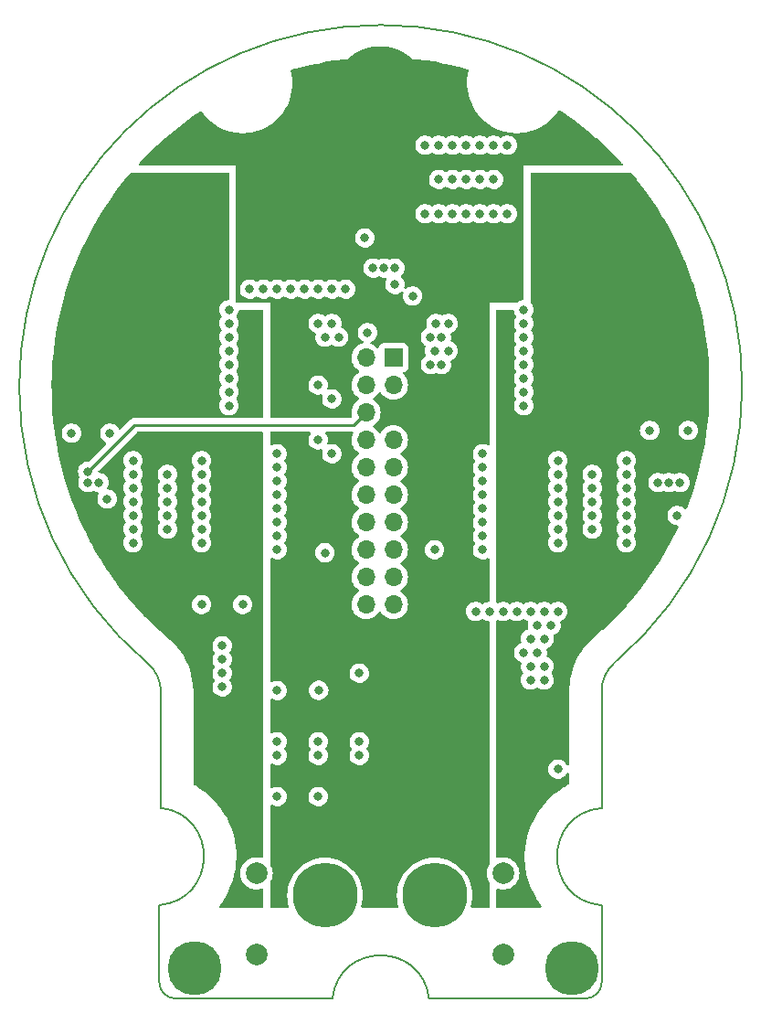
<source format=gbr>
%TF.GenerationSoftware,KiCad,Pcbnew,7.0.1*%
%TF.CreationDate,2023-12-14T23:22:24+03:00*%
%TF.ProjectId,_______ _____,21383b3e-3230-44f2-903f-3b3042302e6b,rev?*%
%TF.SameCoordinates,Original*%
%TF.FileFunction,Copper,L5,Inr*%
%TF.FilePolarity,Positive*%
%FSLAX46Y46*%
G04 Gerber Fmt 4.6, Leading zero omitted, Abs format (unit mm)*
G04 Created by KiCad (PCBNEW 7.0.1) date 2023-12-14 23:22:24*
%MOMM*%
%LPD*%
G01*
G04 APERTURE LIST*
%TA.AperFunction,ComponentPad*%
%ADD10C,8.200000*%
%TD*%
%TA.AperFunction,ComponentPad*%
%ADD11C,6.000000*%
%TD*%
%TA.AperFunction,ComponentPad*%
%ADD12R,1.700000X1.700000*%
%TD*%
%TA.AperFunction,ComponentPad*%
%ADD13O,1.700000X1.700000*%
%TD*%
%TA.AperFunction,ComponentPad*%
%ADD14C,2.000000*%
%TD*%
%TA.AperFunction,ComponentPad*%
%ADD15C,5.000000*%
%TD*%
%TA.AperFunction,ViaPad*%
%ADD16C,0.800000*%
%TD*%
%TA.AperFunction,Conductor*%
%ADD17C,0.250000*%
%TD*%
%TA.AperFunction,Profile*%
%ADD18C,0.200000*%
%TD*%
G04 APERTURE END LIST*
D10*
%TO.N,C*%
%TO.C,J7*%
X123562000Y-52583000D03*
%TD*%
%TO.N,A*%
%TO.C,J5*%
X168012000Y-52583000D03*
%TD*%
D11*
%TO.N,Shunt_1*%
%TO.C,J3*%
X140707000Y-112543000D03*
%TD*%
D12*
%TO.N,+3.3V*%
%TO.C,J4*%
X147057000Y-62743000D03*
D13*
%TO.N,~{OS}_MCU*%
X144517000Y-62743000D03*
%TO.N,G3*%
X147057000Y-65283000D03*
%TO.N,SCL_MCU*%
X144517000Y-65283000D03*
%TO.N,B*%
X147057000Y-67823000D03*
%TO.N,SDA_MCU*%
X144517000Y-67823000D03*
%TO.N,G2*%
X147057000Y-70363000D03*
%TO.N,G4*%
X144517000Y-70363000D03*
%TO.N,GND*%
X147057000Y-72903000D03*
X144517000Y-72903000D03*
%TO.N,G1*%
X147057000Y-75443000D03*
%TO.N,G6*%
X144517000Y-75443000D03*
%TO.N,A*%
X147057000Y-77983000D03*
%TO.N,C*%
X144517000Y-77983000D03*
%TO.N,GND*%
X147057000Y-80523000D03*
%TO.N,G5*%
X144517000Y-80523000D03*
%TO.N,Shunt_1*%
X147057000Y-83063000D03*
%TO.N,GND*%
X144517000Y-83063000D03*
%TO.N,Shunt_1*%
X147057000Y-85603000D03*
%TO.N,Shunt_2*%
X144517000Y-85603000D03*
%TD*%
D10*
%TO.N,B*%
%TO.C,J6*%
X145787000Y-37978000D03*
%TD*%
D14*
%TO.N,Earth_Protective*%
%TO.C,C7*%
X157217000Y-117998000D03*
%TO.N,Net-(J2-Pin_1)*%
X157217000Y-110498000D03*
%TD*%
D11*
%TO.N,Net-(J2-Pin_1)*%
%TO.C,J2*%
X150867000Y-112543000D03*
%TD*%
D15*
%TO.N,Earth_Protective*%
%TO.C,H3*%
X128642000Y-119258000D03*
%TD*%
D14*
%TO.N,Shunt_1*%
%TO.C,C8*%
X134357000Y-110498000D03*
%TO.N,Earth_Protective*%
X134357000Y-117998000D03*
%TD*%
D15*
%TO.N,Earth_Protective*%
%TO.C,H4*%
X163567000Y-119258000D03*
%TD*%
D16*
%TO.N,G1*%
X155312000Y-71633000D03*
%TO.N,A*%
X173092000Y-64013000D03*
X155312000Y-74173000D03*
X166742000Y-60203000D03*
X169917000Y-61473000D03*
X155312000Y-75443000D03*
X169917000Y-65283000D03*
X155312000Y-76713000D03*
X169917000Y-60203000D03*
X166742000Y-65283000D03*
X169917000Y-64013000D03*
X166742000Y-62743000D03*
X169917000Y-62743000D03*
X166742000Y-66553000D03*
X173092000Y-58933000D03*
X166742000Y-58933000D03*
X173092000Y-62743000D03*
X173092000Y-61473000D03*
X155312000Y-72903000D03*
X155312000Y-80523000D03*
X173092000Y-65283000D03*
X155312000Y-79253000D03*
X173092000Y-66553000D03*
X173092000Y-60203000D03*
X155312000Y-77983000D03*
X166742000Y-64013000D03*
X166742000Y-61473000D03*
%TO.N,G2*%
X159122000Y-58298000D03*
%TO.N,GND*%
X141342000Y-56393000D03*
X159122000Y-90048000D03*
X159122000Y-67188000D03*
X159122000Y-59568000D03*
X160392000Y-87508000D03*
X173346000Y-77348000D03*
X131817000Y-60838000D03*
X159122000Y-64648000D03*
X155947000Y-86238000D03*
X131817000Y-59568000D03*
X161027000Y-88778000D03*
X157217000Y-86238000D03*
X161027000Y-86238000D03*
X120768000Y-69728000D03*
X159757000Y-88778000D03*
X142612000Y-56393000D03*
X120514000Y-75824000D03*
X144390000Y-51647500D03*
X161027000Y-92588000D03*
X136262000Y-103383000D03*
X161662000Y-87508000D03*
X154677000Y-86238000D03*
X159757000Y-91318000D03*
X131817000Y-63378000D03*
X174362000Y-69474000D03*
X162297000Y-86238000D03*
X159122000Y-63378000D03*
X136262000Y-93565500D03*
X131817000Y-62108000D03*
X131817000Y-64648000D03*
X138802000Y-56393000D03*
X140122800Y-93553200D03*
X131817000Y-58298000D03*
X137532000Y-56393000D03*
X140072000Y-103383000D03*
X158487000Y-86238000D03*
X159122000Y-60838000D03*
X140072000Y-56393000D03*
X159757000Y-92588000D03*
X161027000Y-91318000D03*
X131817000Y-65918000D03*
X134992000Y-56393000D03*
X159757000Y-86238000D03*
X159122000Y-65918000D03*
X160392000Y-90048000D03*
X159122000Y-62108000D03*
X136262000Y-56393000D03*
%TO.N,G3*%
X148835000Y-57028000D03*
%TO.N,B*%
X134992000Y-46233000D03*
X140072000Y-49408000D03*
X138802000Y-46233000D03*
X137532000Y-43058000D03*
X136262000Y-43058000D03*
X133722000Y-49408000D03*
X133722000Y-43058000D03*
X136262000Y-46233000D03*
X140072000Y-43058000D03*
X154042000Y-57028000D03*
X136262000Y-49408000D03*
X150232000Y-57028000D03*
X151502000Y-57028000D03*
X140072000Y-46233000D03*
X138802000Y-43058000D03*
X157852000Y-57028000D03*
X134992000Y-49408000D03*
X137532000Y-49408000D03*
X138802000Y-49408000D03*
X155312000Y-57028000D03*
X134992000Y-43058000D03*
X137532000Y-46233000D03*
X141342000Y-49408000D03*
X156582000Y-57028000D03*
X141342000Y-43058000D03*
X152772000Y-57028000D03*
%TO.N,G4*%
X133722000Y-56393000D03*
%TO.N,G5*%
X136262000Y-80523000D03*
%TO.N,C*%
X136262000Y-76713000D03*
X124832000Y-64013000D03*
X136262000Y-79253000D03*
X124832000Y-62743000D03*
X124832000Y-61473000D03*
X121657000Y-64013000D03*
X121657000Y-61473000D03*
X118482000Y-62743000D03*
X118482000Y-61473000D03*
X136262000Y-74173000D03*
X118482000Y-65283000D03*
X124832000Y-58933000D03*
X118482000Y-58933000D03*
X118482000Y-60203000D03*
X124832000Y-60203000D03*
X124832000Y-65283000D03*
X121657000Y-62743000D03*
X136262000Y-71633000D03*
X121657000Y-65283000D03*
X118482000Y-66553000D03*
X124832000Y-66553000D03*
X121657000Y-60203000D03*
X136262000Y-72903000D03*
X136262000Y-75443000D03*
X136262000Y-77983000D03*
X118482000Y-64013000D03*
%TO.N,G6*%
X131817000Y-67188000D03*
%TO.N,Shunt_1*%
X131182000Y-91953000D03*
X140072000Y-99573000D03*
X162297000Y-100843000D03*
X140072000Y-98303000D03*
X131182000Y-89413000D03*
X143882000Y-91953000D03*
X136262000Y-99573000D03*
X131182000Y-90683000D03*
X143882000Y-98303000D03*
X140707000Y-80802500D03*
X131182000Y-93223000D03*
X150867000Y-80523000D03*
X143882000Y-99573000D03*
X133087000Y-85603000D03*
X136262000Y-98303000D03*
X129277000Y-85603000D03*
%TO.N,Shunt_2*%
X141342000Y-71633000D03*
X150486000Y-63378000D03*
X153788000Y-46233000D03*
X122927000Y-79888000D03*
X165472000Y-76078000D03*
X149978000Y-49408000D03*
X122927000Y-73538000D03*
X168647000Y-72268000D03*
X156328000Y-46233000D03*
X155058000Y-49408000D03*
X162297000Y-72268000D03*
X140072000Y-70363000D03*
X153788000Y-43058000D03*
X126102000Y-76078000D03*
X165472000Y-78618000D03*
X150867000Y-62108000D03*
X151502000Y-60838000D03*
X122927000Y-72268000D03*
X168647000Y-73538000D03*
X129277000Y-72268000D03*
X140072000Y-59568000D03*
X126102000Y-73538000D03*
X162297000Y-78618000D03*
X168647000Y-78618000D03*
X122927000Y-77348000D03*
X152518000Y-49408000D03*
X129277000Y-79888000D03*
X165472000Y-77348000D03*
X151248000Y-46233000D03*
X129277000Y-76078000D03*
X156328000Y-49408000D03*
X126102000Y-78618000D03*
X151248000Y-43058000D03*
X152518000Y-46233000D03*
X156328000Y-43058000D03*
X168647000Y-77348000D03*
X162297000Y-73538000D03*
X149978000Y-43058000D03*
X122927000Y-78618000D03*
X151502000Y-63378000D03*
X126102000Y-77348000D03*
X129277000Y-77348000D03*
X162297000Y-76078000D03*
X157598000Y-49408000D03*
X155058000Y-46233000D03*
X140072000Y-65283000D03*
X152137000Y-62108000D03*
X150486000Y-60838000D03*
X140707000Y-60838000D03*
X162297000Y-79888000D03*
X151248000Y-49408000D03*
X152137000Y-59568000D03*
X141342000Y-59568000D03*
X122927000Y-76078000D03*
X150994000Y-59568000D03*
X157598000Y-43058000D03*
X168647000Y-79888000D03*
X162297000Y-74808000D03*
X129277000Y-73538000D03*
X155058000Y-43058000D03*
X129277000Y-78618000D03*
X126102000Y-74808000D03*
X165472000Y-74808000D03*
X162297000Y-77348000D03*
X165472000Y-73538000D03*
X152518000Y-43058000D03*
X122927000Y-74808000D03*
X141977000Y-60838000D03*
X141342000Y-66553000D03*
X168647000Y-74808000D03*
X168647000Y-76078000D03*
X129277000Y-74808000D03*
X153788000Y-49408000D03*
%TO.N,+3.3V*%
X117212000Y-69728000D03*
X147184000Y-55965500D03*
X170803816Y-69475092D03*
X144644000Y-60410500D03*
%TO.N,~{OS}_MCU*%
X145152000Y-54441500D03*
X173600000Y-74300000D03*
X119752000Y-74300000D03*
%TO.N,SCL_MCU*%
X172579701Y-74295701D03*
X146168000Y-54441500D03*
X118736000Y-74300000D03*
%TO.N,SDA_MCU*%
X118727048Y-73275049D03*
X171568000Y-74300000D03*
X147184000Y-54441500D03*
%TD*%
D17*
%TO.N,SDA_MCU*%
X143374000Y-68966000D02*
X144517000Y-67823000D01*
X123044695Y-68966000D02*
X143374000Y-68966000D01*
X118727048Y-73275049D02*
X118735646Y-73275049D01*
X118735646Y-73275049D02*
X123044695Y-68966000D01*
%TD*%
%TA.AperFunction,Conductor*%
%TO.N,C*%
G36*
X131755000Y-45614613D02*
G01*
X131800387Y-45660000D01*
X131817000Y-45722000D01*
X131817000Y-57276969D01*
X131804450Y-57331327D01*
X131769342Y-57374682D01*
X131718781Y-57398259D01*
X131537197Y-57436855D01*
X131364269Y-57513848D01*
X131211129Y-57625110D01*
X131084466Y-57765783D01*
X130989820Y-57929715D01*
X130931326Y-58109742D01*
X130911540Y-58298000D01*
X130931326Y-58486257D01*
X130989820Y-58666284D01*
X131084466Y-58830216D01*
X131102305Y-58850028D01*
X131130472Y-58903002D01*
X131130472Y-58962998D01*
X131102305Y-59015972D01*
X131084466Y-59035783D01*
X130989820Y-59199715D01*
X130931326Y-59379742D01*
X130911540Y-59568000D01*
X130931326Y-59756257D01*
X130989820Y-59936284D01*
X131084466Y-60100216D01*
X131102305Y-60120028D01*
X131130472Y-60173002D01*
X131130472Y-60232998D01*
X131102305Y-60285972D01*
X131084466Y-60305783D01*
X130989820Y-60469715D01*
X130931326Y-60649742D01*
X130911540Y-60838000D01*
X130931326Y-61026257D01*
X130989820Y-61206284D01*
X131084466Y-61370215D01*
X131102304Y-61390026D01*
X131130471Y-61442999D01*
X131130472Y-61502995D01*
X131102307Y-61555969D01*
X131084466Y-61575783D01*
X130989820Y-61739715D01*
X130931326Y-61919742D01*
X130920219Y-62025420D01*
X130911540Y-62108000D01*
X130918688Y-62176007D01*
X130931326Y-62296257D01*
X130989820Y-62476284D01*
X131084466Y-62640215D01*
X131102304Y-62660026D01*
X131130471Y-62712999D01*
X131130472Y-62772995D01*
X131102307Y-62825969D01*
X131084466Y-62845783D01*
X130989820Y-63009715D01*
X130931326Y-63189742D01*
X130912882Y-63365232D01*
X130911540Y-63378000D01*
X130921433Y-63472128D01*
X130931326Y-63566257D01*
X130989820Y-63746284D01*
X131084466Y-63910216D01*
X131102305Y-63930028D01*
X131130472Y-63983002D01*
X131130472Y-64042998D01*
X131102305Y-64095972D01*
X131084466Y-64115783D01*
X130989820Y-64279715D01*
X130931326Y-64459742D01*
X130911540Y-64648000D01*
X130931326Y-64836257D01*
X130989820Y-65016284D01*
X131084466Y-65180215D01*
X131102304Y-65200026D01*
X131130471Y-65252999D01*
X131130472Y-65312995D01*
X131102307Y-65365969D01*
X131084466Y-65385783D01*
X130989820Y-65549715D01*
X130931326Y-65729742D01*
X130911540Y-65917999D01*
X130931326Y-66106257D01*
X130989820Y-66286284D01*
X131084466Y-66450216D01*
X131102305Y-66470028D01*
X131130472Y-66523002D01*
X131130472Y-66582998D01*
X131102305Y-66635972D01*
X131084466Y-66655783D01*
X130989820Y-66819715D01*
X130931326Y-66999742D01*
X130911540Y-67188000D01*
X130931326Y-67376257D01*
X130989820Y-67556284D01*
X131084466Y-67720216D01*
X131211129Y-67860889D01*
X131364269Y-67972151D01*
X131537197Y-68049144D01*
X131722352Y-68088500D01*
X131722354Y-68088500D01*
X131911646Y-68088500D01*
X131911648Y-68088500D01*
X132035083Y-68062262D01*
X132096803Y-68049144D01*
X132269730Y-67972151D01*
X132422871Y-67860888D01*
X132549533Y-67720216D01*
X132644179Y-67556284D01*
X132702674Y-67376256D01*
X132722460Y-67188000D01*
X132702674Y-66999744D01*
X132644179Y-66819716D01*
X132644179Y-66819715D01*
X132549535Y-66655787D01*
X132549534Y-66655786D01*
X132549533Y-66655784D01*
X132531693Y-66635971D01*
X132503527Y-66582999D01*
X132503527Y-66523001D01*
X132531693Y-66470028D01*
X132549533Y-66450216D01*
X132644179Y-66286284D01*
X132702674Y-66106256D01*
X132722460Y-65918000D01*
X132702674Y-65729744D01*
X132651782Y-65573114D01*
X132644179Y-65549715D01*
X132549533Y-65385783D01*
X132531694Y-65365971D01*
X132503527Y-65312997D01*
X132503528Y-65253000D01*
X132531694Y-65200027D01*
X132549533Y-65180216D01*
X132644179Y-65016284D01*
X132702674Y-64836256D01*
X132722460Y-64648000D01*
X132702674Y-64459744D01*
X132644179Y-64279716D01*
X132644179Y-64279715D01*
X132549533Y-64115783D01*
X132531694Y-64095971D01*
X132503527Y-64042996D01*
X132503528Y-63982998D01*
X132531696Y-63930025D01*
X132549533Y-63910216D01*
X132644179Y-63746284D01*
X132702674Y-63566256D01*
X132722460Y-63378000D01*
X132702674Y-63189744D01*
X132672332Y-63096363D01*
X132644179Y-63009715D01*
X132549535Y-62845787D01*
X132549534Y-62845786D01*
X132549533Y-62845784D01*
X132531693Y-62825971D01*
X132503527Y-62772999D01*
X132503527Y-62713001D01*
X132531693Y-62660028D01*
X132549533Y-62640216D01*
X132644179Y-62476284D01*
X132702674Y-62296256D01*
X132722460Y-62108000D01*
X132702674Y-61919744D01*
X132667938Y-61812839D01*
X132644179Y-61739715D01*
X132549535Y-61575787D01*
X132549534Y-61575786D01*
X132549533Y-61575784D01*
X132531693Y-61555971D01*
X132503527Y-61502999D01*
X132503527Y-61443001D01*
X132531693Y-61390028D01*
X132549533Y-61370216D01*
X132644179Y-61206284D01*
X132702674Y-61026256D01*
X132722460Y-60838000D01*
X132702674Y-60649744D01*
X132670248Y-60549949D01*
X132644179Y-60469715D01*
X132549533Y-60305783D01*
X132531694Y-60285971D01*
X132503527Y-60232996D01*
X132503528Y-60172998D01*
X132531696Y-60120025D01*
X132549533Y-60100216D01*
X132644179Y-59936284D01*
X132702674Y-59756256D01*
X132722460Y-59568000D01*
X132702674Y-59379744D01*
X132667756Y-59272278D01*
X132644179Y-59199715D01*
X132549535Y-59035787D01*
X132549534Y-59035786D01*
X132549533Y-59035784D01*
X132531693Y-59015971D01*
X132503527Y-58962999D01*
X132503527Y-58903001D01*
X132531693Y-58850028D01*
X132549533Y-58830216D01*
X132644179Y-58666284D01*
X132702674Y-58486256D01*
X132710789Y-58409036D01*
X132731309Y-58352660D01*
X132775895Y-58312515D01*
X132834110Y-58298000D01*
X134868000Y-58298000D01*
X134930000Y-58314613D01*
X134975387Y-58360000D01*
X134992000Y-58422000D01*
X134992000Y-68216500D01*
X134975387Y-68278500D01*
X134930000Y-68323887D01*
X134868000Y-68340500D01*
X123127439Y-68340500D01*
X123106931Y-68338235D01*
X123036808Y-68340439D01*
X123032914Y-68340500D01*
X123005345Y-68340500D01*
X123001366Y-68341002D01*
X122989736Y-68341917D01*
X122946067Y-68343289D01*
X122926823Y-68348880D01*
X122907779Y-68352824D01*
X122887903Y-68355335D01*
X122847295Y-68371413D01*
X122836249Y-68375194D01*
X122794305Y-68387382D01*
X122794302Y-68387383D01*
X122777060Y-68397579D01*
X122759599Y-68406133D01*
X122740962Y-68413512D01*
X122705626Y-68439185D01*
X122695869Y-68445595D01*
X122658275Y-68467829D01*
X122644108Y-68481996D01*
X122629319Y-68494626D01*
X122613108Y-68506404D01*
X122585267Y-68540058D01*
X122577406Y-68548697D01*
X121772114Y-69353989D01*
X121724291Y-69383727D01*
X121668248Y-69389247D01*
X121615542Y-69369410D01*
X121577046Y-69328308D01*
X121500533Y-69195783D01*
X121373870Y-69055110D01*
X121220730Y-68943848D01*
X121047802Y-68866855D01*
X120862648Y-68827500D01*
X120862646Y-68827500D01*
X120673354Y-68827500D01*
X120673352Y-68827500D01*
X120488197Y-68866855D01*
X120315269Y-68943848D01*
X120162129Y-69055110D01*
X120035466Y-69195783D01*
X119940820Y-69359715D01*
X119882326Y-69539742D01*
X119862540Y-69727999D01*
X119882326Y-69916257D01*
X119940820Y-70096284D01*
X120035466Y-70260216D01*
X120162129Y-70400889D01*
X120315268Y-70512151D01*
X120357113Y-70530781D01*
X120404058Y-70567293D01*
X120428603Y-70621463D01*
X120425102Y-70680832D01*
X120394360Y-70731742D01*
X118787874Y-72338230D01*
X118747646Y-72365110D01*
X118700193Y-72374549D01*
X118632400Y-72374549D01*
X118447245Y-72413904D01*
X118274317Y-72490897D01*
X118121177Y-72602159D01*
X117994514Y-72742832D01*
X117899868Y-72906764D01*
X117841374Y-73086791D01*
X117821588Y-73275049D01*
X117841374Y-73463306D01*
X117899868Y-73643333D01*
X117951797Y-73733276D01*
X117968410Y-73795275D01*
X117951798Y-73857275D01*
X117908820Y-73931716D01*
X117850326Y-74111742D01*
X117830540Y-74299999D01*
X117850326Y-74488257D01*
X117908820Y-74668284D01*
X118003466Y-74832216D01*
X118130129Y-74972889D01*
X118283269Y-75084151D01*
X118456197Y-75161144D01*
X118641352Y-75200500D01*
X118641354Y-75200500D01*
X118830646Y-75200500D01*
X118830648Y-75200500D01*
X118954083Y-75174262D01*
X119015803Y-75161144D01*
X119127755Y-75111298D01*
X119193564Y-75081999D01*
X119244000Y-75071278D01*
X119294436Y-75081999D01*
X119472197Y-75161144D01*
X119647901Y-75198491D01*
X119700155Y-75223415D01*
X119735400Y-75269345D01*
X119745950Y-75326271D01*
X119729507Y-75381781D01*
X119686820Y-75455715D01*
X119628326Y-75635742D01*
X119608540Y-75824000D01*
X119628326Y-76012257D01*
X119686820Y-76192284D01*
X119781466Y-76356216D01*
X119908129Y-76496889D01*
X120061269Y-76608151D01*
X120234197Y-76685144D01*
X120419352Y-76724500D01*
X120419354Y-76724500D01*
X120608646Y-76724500D01*
X120608648Y-76724500D01*
X120732083Y-76698262D01*
X120793803Y-76685144D01*
X120966730Y-76608151D01*
X121044767Y-76551454D01*
X121119870Y-76496889D01*
X121246533Y-76356216D01*
X121341179Y-76192284D01*
X121373511Y-76092777D01*
X121399674Y-76012256D01*
X121419460Y-75824000D01*
X121399674Y-75635744D01*
X121346794Y-75472997D01*
X121341179Y-75455715D01*
X121246533Y-75291783D01*
X121119870Y-75151110D01*
X120966730Y-75039848D01*
X120793802Y-74962855D01*
X120618099Y-74925508D01*
X120565844Y-74900584D01*
X120530600Y-74854653D01*
X120520050Y-74797728D01*
X120536492Y-74742220D01*
X120579179Y-74668284D01*
X120637674Y-74488256D01*
X120657460Y-74300000D01*
X120637674Y-74111744D01*
X120579179Y-73931716D01*
X120579179Y-73931715D01*
X120484533Y-73767783D01*
X120357870Y-73627110D01*
X120204730Y-73515848D01*
X120031802Y-73438855D01*
X119846648Y-73399500D01*
X119846646Y-73399500D01*
X119795146Y-73399500D01*
X119738851Y-73385985D01*
X119694828Y-73348385D01*
X119672673Y-73294898D01*
X119677215Y-73237182D01*
X119707465Y-73187819D01*
X121480657Y-71414628D01*
X123267465Y-69627819D01*
X123307694Y-69600939D01*
X123355147Y-69591500D01*
X134868000Y-69591500D01*
X134930000Y-69608113D01*
X134975387Y-69653500D01*
X134992000Y-69715500D01*
X134992000Y-108955863D01*
X134978251Y-109012614D01*
X134940054Y-109056780D01*
X134885878Y-109078567D01*
X134827737Y-109073144D01*
X134726615Y-109038429D01*
X134481335Y-108997500D01*
X134232665Y-108997500D01*
X133987384Y-109038429D01*
X133752194Y-109119170D01*
X133533485Y-109237529D01*
X133337259Y-109390259D01*
X133337256Y-109390261D01*
X133337256Y-109390262D01*
X133168836Y-109573215D01*
X133151273Y-109600097D01*
X133032825Y-109781395D01*
X132962398Y-109941955D01*
X132932937Y-110009119D01*
X132877997Y-110226071D01*
X132871891Y-110250183D01*
X132851356Y-110498000D01*
X132871891Y-110745816D01*
X132871891Y-110745819D01*
X132871892Y-110745821D01*
X132932937Y-110986881D01*
X132948722Y-111022866D01*
X133032825Y-111214604D01*
X133032827Y-111214607D01*
X133168836Y-111422785D01*
X133337256Y-111605738D01*
X133350726Y-111616222D01*
X133533485Y-111758470D01*
X133533487Y-111758471D01*
X133533491Y-111758474D01*
X133752190Y-111876828D01*
X133987386Y-111957571D01*
X134232665Y-111998500D01*
X134481335Y-111998500D01*
X134726614Y-111957571D01*
X134780069Y-111939220D01*
X134827737Y-111922856D01*
X134885878Y-111917433D01*
X134940054Y-111939220D01*
X134978251Y-111983386D01*
X134992000Y-112040137D01*
X134992000Y-113546000D01*
X134975387Y-113608000D01*
X134930000Y-113653387D01*
X134868000Y-113670000D01*
X131060674Y-113670000D01*
X130995931Y-113651756D01*
X130950239Y-113602392D01*
X130937044Y-113536434D01*
X130960228Y-113473291D01*
X131025534Y-113383072D01*
X131215971Y-113119988D01*
X131499937Y-112661951D01*
X131750410Y-112184774D01*
X131966108Y-111690903D01*
X132145926Y-111182867D01*
X132288941Y-110663270D01*
X132394422Y-110134774D01*
X132438971Y-109781395D01*
X132461827Y-109600097D01*
X132463970Y-109560317D01*
X132490814Y-109061946D01*
X132481230Y-108523112D01*
X132433127Y-107986343D01*
X132346750Y-107454391D01*
X132222543Y-106929979D01*
X132061141Y-106415796D01*
X131863372Y-105914476D01*
X131630248Y-105428587D01*
X131362965Y-104960619D01*
X131062891Y-104512969D01*
X130731565Y-104087932D01*
X130370683Y-103687683D01*
X129982094Y-103314275D01*
X129567790Y-102969620D01*
X129521185Y-102936187D01*
X129129894Y-102655485D01*
X128670649Y-102373478D01*
X128576957Y-102324808D01*
X128528138Y-102279143D01*
X128510119Y-102214769D01*
X128510119Y-93625522D01*
X128510102Y-93624968D01*
X128510115Y-93591284D01*
X128510154Y-93481975D01*
X128491478Y-93223000D01*
X130276540Y-93223000D01*
X130296326Y-93411257D01*
X130354820Y-93591284D01*
X130449466Y-93755216D01*
X130576129Y-93895889D01*
X130729269Y-94007151D01*
X130902197Y-94084144D01*
X131087352Y-94123500D01*
X131087354Y-94123500D01*
X131276646Y-94123500D01*
X131276648Y-94123500D01*
X131400084Y-94097262D01*
X131461803Y-94084144D01*
X131634730Y-94007151D01*
X131634730Y-94007150D01*
X131787870Y-93895889D01*
X131914533Y-93755216D01*
X132009179Y-93591284D01*
X132021553Y-93553200D01*
X132067674Y-93411256D01*
X132087460Y-93223000D01*
X132067674Y-93034744D01*
X132037332Y-92941363D01*
X132009179Y-92854715D01*
X131914535Y-92690787D01*
X131914534Y-92690786D01*
X131914533Y-92690784D01*
X131896693Y-92670971D01*
X131868527Y-92617999D01*
X131868527Y-92558001D01*
X131896693Y-92505028D01*
X131914533Y-92485216D01*
X132009179Y-92321284D01*
X132067674Y-92141256D01*
X132087460Y-91953000D01*
X132067674Y-91764744D01*
X132024707Y-91632505D01*
X132009179Y-91584715D01*
X131914535Y-91420787D01*
X131914534Y-91420786D01*
X131914533Y-91420784D01*
X131896693Y-91400971D01*
X131868527Y-91347999D01*
X131868527Y-91288001D01*
X131896693Y-91235028D01*
X131914533Y-91215216D01*
X132009179Y-91051284D01*
X132067674Y-90871256D01*
X132087460Y-90683000D01*
X132067674Y-90494744D01*
X132009179Y-90314716D01*
X132009179Y-90314715D01*
X131914533Y-90150783D01*
X131896694Y-90130971D01*
X131868527Y-90077997D01*
X131868528Y-90018000D01*
X131896694Y-89965027D01*
X131914533Y-89945216D01*
X132009179Y-89781284D01*
X132067674Y-89601256D01*
X132087460Y-89413000D01*
X132067674Y-89224744D01*
X132009179Y-89044716D01*
X132009179Y-89044715D01*
X131914533Y-88880783D01*
X131787870Y-88740110D01*
X131634730Y-88628848D01*
X131461802Y-88551855D01*
X131276648Y-88512500D01*
X131276646Y-88512500D01*
X131087354Y-88512500D01*
X131087352Y-88512500D01*
X130902197Y-88551855D01*
X130729269Y-88628848D01*
X130576129Y-88740110D01*
X130449466Y-88880783D01*
X130354820Y-89044715D01*
X130296326Y-89224742D01*
X130276540Y-89412999D01*
X130296326Y-89601257D01*
X130354820Y-89781284D01*
X130449466Y-89945215D01*
X130467304Y-89965026D01*
X130495471Y-90017999D01*
X130495472Y-90077995D01*
X130467307Y-90130969D01*
X130449466Y-90150783D01*
X130354820Y-90314715D01*
X130296326Y-90494742D01*
X130276540Y-90682999D01*
X130296326Y-90871257D01*
X130354820Y-91051284D01*
X130449466Y-91215215D01*
X130467304Y-91235026D01*
X130495471Y-91287999D01*
X130495472Y-91347995D01*
X130467307Y-91400969D01*
X130449466Y-91420783D01*
X130354820Y-91584715D01*
X130296326Y-91764742D01*
X130276540Y-91953000D01*
X130296326Y-92141257D01*
X130354820Y-92321284D01*
X130449466Y-92485215D01*
X130467304Y-92505026D01*
X130495471Y-92557999D01*
X130495472Y-92617995D01*
X130467307Y-92670969D01*
X130449466Y-92690783D01*
X130354820Y-92854715D01*
X130296326Y-93034742D01*
X130276540Y-93223000D01*
X128491478Y-93223000D01*
X128476236Y-93011631D01*
X128408358Y-92544977D01*
X128306875Y-92084461D01*
X128172320Y-91632501D01*
X128005399Y-91191467D01*
X127806987Y-90763675D01*
X127578127Y-90351368D01*
X127360101Y-90017999D01*
X127320014Y-89956704D01*
X127034017Y-89581776D01*
X126721620Y-89228526D01*
X126384479Y-88898827D01*
X126337447Y-88859061D01*
X126335061Y-88856803D01*
X126203162Y-88745517D01*
X126201525Y-88744112D01*
X125981543Y-88551856D01*
X125404774Y-88047782D01*
X125401619Y-88044926D01*
X124960236Y-87631222D01*
X124630432Y-87322099D01*
X124627336Y-87319094D01*
X124073928Y-86762979D01*
X123881769Y-86569879D01*
X123878811Y-86566802D01*
X123159755Y-85792096D01*
X123156880Y-85788888D01*
X123106320Y-85730464D01*
X122996014Y-85603000D01*
X128371540Y-85603000D01*
X128391326Y-85791257D01*
X128449820Y-85971284D01*
X128544466Y-86135216D01*
X128671129Y-86275889D01*
X128824269Y-86387151D01*
X128997197Y-86464144D01*
X129182352Y-86503500D01*
X129182354Y-86503500D01*
X129371646Y-86503500D01*
X129371648Y-86503500D01*
X129522407Y-86471455D01*
X129556803Y-86464144D01*
X129729730Y-86387151D01*
X129882871Y-86275888D01*
X130009533Y-86135216D01*
X130104179Y-85971284D01*
X130162674Y-85791256D01*
X130182460Y-85603000D01*
X132181540Y-85603000D01*
X132201326Y-85791257D01*
X132259820Y-85971284D01*
X132354466Y-86135216D01*
X132481129Y-86275889D01*
X132634269Y-86387151D01*
X132807197Y-86464144D01*
X132992352Y-86503500D01*
X132992354Y-86503500D01*
X133181646Y-86503500D01*
X133181648Y-86503500D01*
X133332407Y-86471455D01*
X133366803Y-86464144D01*
X133539730Y-86387151D01*
X133692871Y-86275888D01*
X133819533Y-86135216D01*
X133914179Y-85971284D01*
X133972674Y-85791256D01*
X133992460Y-85603000D01*
X133972674Y-85414744D01*
X133914179Y-85234716D01*
X133914179Y-85234715D01*
X133819533Y-85070783D01*
X133692870Y-84930110D01*
X133539730Y-84818848D01*
X133366802Y-84741855D01*
X133181648Y-84702500D01*
X133181646Y-84702500D01*
X132992354Y-84702500D01*
X132992352Y-84702500D01*
X132807197Y-84741855D01*
X132634269Y-84818848D01*
X132481129Y-84930110D01*
X132354466Y-85070783D01*
X132259820Y-85234715D01*
X132201326Y-85414742D01*
X132181540Y-85603000D01*
X130182460Y-85603000D01*
X130162674Y-85414744D01*
X130104179Y-85234716D01*
X130104179Y-85234715D01*
X130009533Y-85070783D01*
X129882870Y-84930110D01*
X129729730Y-84818848D01*
X129556802Y-84741855D01*
X129371648Y-84702500D01*
X129371646Y-84702500D01*
X129182354Y-84702500D01*
X129182352Y-84702500D01*
X128997197Y-84741855D01*
X128824269Y-84818848D01*
X128671129Y-84930110D01*
X128544466Y-85070783D01*
X128449820Y-85234715D01*
X128391326Y-85414742D01*
X128371540Y-85603000D01*
X122996014Y-85603000D01*
X122885708Y-85475536D01*
X122465226Y-84989648D01*
X122462460Y-84986337D01*
X121799024Y-84163511D01*
X121796375Y-84160105D01*
X121631376Y-83940228D01*
X121162004Y-83314743D01*
X121159474Y-83311248D01*
X121075241Y-83190464D01*
X120554840Y-82444243D01*
X120552445Y-82440677D01*
X120534687Y-82413225D01*
X119978379Y-81553219D01*
X119976099Y-81549556D01*
X119755033Y-81180235D01*
X119433234Y-80642626D01*
X119431111Y-80638936D01*
X119016403Y-79888000D01*
X122021540Y-79888000D01*
X122041326Y-80076257D01*
X122099820Y-80256284D01*
X122194466Y-80420216D01*
X122321129Y-80560889D01*
X122474269Y-80672151D01*
X122647197Y-80749144D01*
X122832352Y-80788500D01*
X122832354Y-80788500D01*
X123021646Y-80788500D01*
X123021648Y-80788500D01*
X123172407Y-80756455D01*
X123206803Y-80749144D01*
X123379730Y-80672151D01*
X123409580Y-80650464D01*
X123532870Y-80560889D01*
X123566987Y-80522999D01*
X123659533Y-80420216D01*
X123754179Y-80256284D01*
X123812674Y-80076256D01*
X123832460Y-79888000D01*
X123832460Y-79887999D01*
X128371540Y-79887999D01*
X128391326Y-80076257D01*
X128449820Y-80256284D01*
X128544466Y-80420216D01*
X128671129Y-80560889D01*
X128824269Y-80672151D01*
X128997197Y-80749144D01*
X129182352Y-80788500D01*
X129182354Y-80788500D01*
X129371646Y-80788500D01*
X129371648Y-80788500D01*
X129522407Y-80756455D01*
X129556803Y-80749144D01*
X129729730Y-80672151D01*
X129759580Y-80650464D01*
X129882870Y-80560889D01*
X129916987Y-80522999D01*
X130009533Y-80420216D01*
X130104179Y-80256284D01*
X130162674Y-80076256D01*
X130182460Y-79888000D01*
X130162674Y-79699744D01*
X130104179Y-79519716D01*
X130104179Y-79519715D01*
X130009533Y-79355783D01*
X129991694Y-79335971D01*
X129963527Y-79282996D01*
X129963528Y-79222998D01*
X129991696Y-79170025D01*
X130009533Y-79150216D01*
X130104179Y-78986284D01*
X130162674Y-78806256D01*
X130182460Y-78618000D01*
X130162674Y-78429744D01*
X130111782Y-78273114D01*
X130104179Y-78249715D01*
X130009535Y-78085787D01*
X130009534Y-78085786D01*
X130009533Y-78085784D01*
X129991693Y-78065971D01*
X129963527Y-78012999D01*
X129963527Y-77953001D01*
X129991693Y-77900028D01*
X130009533Y-77880216D01*
X130104179Y-77716284D01*
X130162674Y-77536256D01*
X130182460Y-77348000D01*
X130162674Y-77159744D01*
X130104179Y-76979716D01*
X130104179Y-76979715D01*
X130009535Y-76815787D01*
X130009534Y-76815786D01*
X130009533Y-76815784D01*
X129991693Y-76795971D01*
X129963527Y-76742999D01*
X129963527Y-76683001D01*
X129991693Y-76630028D01*
X130009533Y-76610216D01*
X130104179Y-76446284D01*
X130162674Y-76266256D01*
X130182460Y-76078000D01*
X130162674Y-75889744D01*
X130111782Y-75733114D01*
X130104179Y-75709715D01*
X130009533Y-75545783D01*
X129991694Y-75525971D01*
X129963527Y-75472997D01*
X129963528Y-75413000D01*
X129991694Y-75360027D01*
X130009533Y-75340216D01*
X130104179Y-75176284D01*
X130162674Y-74996256D01*
X130182460Y-74808000D01*
X130162674Y-74619744D01*
X130104179Y-74439716D01*
X130104179Y-74439715D01*
X130009533Y-74275783D01*
X129991694Y-74255971D01*
X129963527Y-74202997D01*
X129963528Y-74143000D01*
X129991694Y-74090027D01*
X130009533Y-74070216D01*
X130104179Y-73906284D01*
X130162674Y-73726256D01*
X130182460Y-73538000D01*
X130162674Y-73349744D01*
X130110061Y-73187819D01*
X130104179Y-73169715D01*
X130009533Y-73005783D01*
X129991694Y-72985971D01*
X129963527Y-72932997D01*
X129963528Y-72873000D01*
X129991694Y-72820027D01*
X130009533Y-72800216D01*
X130104179Y-72636284D01*
X130162674Y-72456256D01*
X130182460Y-72268000D01*
X130162674Y-72079744D01*
X130104179Y-71899716D01*
X130104179Y-71899715D01*
X130009533Y-71735783D01*
X129882870Y-71595110D01*
X129729730Y-71483848D01*
X129556802Y-71406855D01*
X129371648Y-71367500D01*
X129371646Y-71367500D01*
X129182354Y-71367500D01*
X129182352Y-71367500D01*
X128997197Y-71406855D01*
X128824269Y-71483848D01*
X128671129Y-71595110D01*
X128544466Y-71735783D01*
X128449820Y-71899715D01*
X128391326Y-72079742D01*
X128371540Y-72267999D01*
X128391326Y-72456257D01*
X128449820Y-72636284D01*
X128544466Y-72800215D01*
X128562304Y-72820026D01*
X128590471Y-72872999D01*
X128590472Y-72932995D01*
X128562307Y-72985969D01*
X128544466Y-73005783D01*
X128449820Y-73169715D01*
X128391326Y-73349742D01*
X128371540Y-73537999D01*
X128391326Y-73726257D01*
X128449820Y-73906284D01*
X128544466Y-74070215D01*
X128562304Y-74090026D01*
X128590471Y-74142999D01*
X128590472Y-74202995D01*
X128562307Y-74255969D01*
X128544466Y-74275783D01*
X128449820Y-74439715D01*
X128391326Y-74619742D01*
X128371540Y-74808000D01*
X128391326Y-74996257D01*
X128449820Y-75176284D01*
X128544466Y-75340215D01*
X128562304Y-75360026D01*
X128590471Y-75412999D01*
X128590472Y-75472995D01*
X128562307Y-75525969D01*
X128544466Y-75545783D01*
X128449820Y-75709715D01*
X128391326Y-75889742D01*
X128371540Y-76078000D01*
X128391326Y-76266257D01*
X128449820Y-76446284D01*
X128544466Y-76610215D01*
X128562304Y-76630026D01*
X128590471Y-76682999D01*
X128590472Y-76742995D01*
X128562307Y-76795969D01*
X128544466Y-76815783D01*
X128449820Y-76979715D01*
X128391326Y-77159742D01*
X128371540Y-77348000D01*
X128391326Y-77536257D01*
X128449820Y-77716284D01*
X128544466Y-77880215D01*
X128562304Y-77900026D01*
X128590471Y-77952999D01*
X128590472Y-78012995D01*
X128562307Y-78065969D01*
X128544466Y-78085783D01*
X128449820Y-78249715D01*
X128391326Y-78429742D01*
X128371540Y-78617999D01*
X128391326Y-78806257D01*
X128449820Y-78986284D01*
X128544466Y-79150215D01*
X128562304Y-79170026D01*
X128590471Y-79222999D01*
X128590472Y-79282995D01*
X128562307Y-79335969D01*
X128544466Y-79355783D01*
X128449820Y-79519715D01*
X128391326Y-79699742D01*
X128371540Y-79887999D01*
X123832460Y-79887999D01*
X123812674Y-79699744D01*
X123754179Y-79519716D01*
X123754179Y-79519715D01*
X123659533Y-79355783D01*
X123641694Y-79335971D01*
X123613527Y-79282996D01*
X123613528Y-79222998D01*
X123641696Y-79170025D01*
X123659533Y-79150216D01*
X123754179Y-78986284D01*
X123812674Y-78806256D01*
X123832460Y-78618000D01*
X123832460Y-78617999D01*
X125196540Y-78617999D01*
X125216326Y-78806257D01*
X125274820Y-78986284D01*
X125369466Y-79150216D01*
X125496129Y-79290889D01*
X125649269Y-79402151D01*
X125822197Y-79479144D01*
X126007352Y-79518500D01*
X126007354Y-79518500D01*
X126196646Y-79518500D01*
X126196648Y-79518500D01*
X126320084Y-79492262D01*
X126381803Y-79479144D01*
X126554730Y-79402151D01*
X126554730Y-79402150D01*
X126707870Y-79290889D01*
X126741987Y-79252999D01*
X126834533Y-79150216D01*
X126929179Y-78986284D01*
X126987674Y-78806256D01*
X127007460Y-78618000D01*
X126987674Y-78429744D01*
X126936782Y-78273114D01*
X126929179Y-78249715D01*
X126834535Y-78085787D01*
X126834534Y-78085786D01*
X126834533Y-78085784D01*
X126816693Y-78065971D01*
X126788527Y-78012999D01*
X126788527Y-77953001D01*
X126816693Y-77900028D01*
X126834533Y-77880216D01*
X126929179Y-77716284D01*
X126987674Y-77536256D01*
X127007460Y-77348000D01*
X126987674Y-77159744D01*
X126929179Y-76979716D01*
X126929179Y-76979715D01*
X126834535Y-76815787D01*
X126834534Y-76815786D01*
X126834533Y-76815784D01*
X126816693Y-76795971D01*
X126788527Y-76742999D01*
X126788527Y-76683001D01*
X126816693Y-76630028D01*
X126834533Y-76610216D01*
X126929179Y-76446284D01*
X126987674Y-76266256D01*
X127007460Y-76078000D01*
X126987674Y-75889744D01*
X126936782Y-75733114D01*
X126929179Y-75709715D01*
X126834533Y-75545783D01*
X126816694Y-75525971D01*
X126788527Y-75472997D01*
X126788528Y-75413000D01*
X126816694Y-75360027D01*
X126834533Y-75340216D01*
X126929179Y-75176284D01*
X126987674Y-74996256D01*
X127007460Y-74808000D01*
X126987674Y-74619744D01*
X126929179Y-74439716D01*
X126929179Y-74439715D01*
X126834533Y-74275783D01*
X126816694Y-74255971D01*
X126788527Y-74202997D01*
X126788528Y-74143000D01*
X126816694Y-74090027D01*
X126834533Y-74070216D01*
X126929179Y-73906284D01*
X126987674Y-73726256D01*
X127007460Y-73538000D01*
X126987674Y-73349744D01*
X126935061Y-73187819D01*
X126929179Y-73169715D01*
X126834533Y-73005783D01*
X126707870Y-72865110D01*
X126554730Y-72753848D01*
X126381802Y-72676855D01*
X126196648Y-72637500D01*
X126196646Y-72637500D01*
X126007354Y-72637500D01*
X126007352Y-72637500D01*
X125822197Y-72676855D01*
X125649269Y-72753848D01*
X125496129Y-72865110D01*
X125369466Y-73005783D01*
X125274820Y-73169715D01*
X125216326Y-73349742D01*
X125196540Y-73537999D01*
X125216326Y-73726257D01*
X125274820Y-73906284D01*
X125369466Y-74070215D01*
X125387304Y-74090026D01*
X125415471Y-74142999D01*
X125415472Y-74202995D01*
X125387307Y-74255969D01*
X125369466Y-74275783D01*
X125274820Y-74439715D01*
X125216326Y-74619742D01*
X125196540Y-74808000D01*
X125216326Y-74996257D01*
X125274820Y-75176284D01*
X125369466Y-75340215D01*
X125387304Y-75360026D01*
X125415471Y-75412999D01*
X125415472Y-75472995D01*
X125387307Y-75525969D01*
X125369466Y-75545783D01*
X125274820Y-75709715D01*
X125216326Y-75889742D01*
X125196540Y-76078000D01*
X125216326Y-76266257D01*
X125274820Y-76446284D01*
X125369466Y-76610215D01*
X125387304Y-76630026D01*
X125415471Y-76682999D01*
X125415472Y-76742995D01*
X125387307Y-76795969D01*
X125369466Y-76815783D01*
X125274820Y-76979715D01*
X125216326Y-77159742D01*
X125196540Y-77348000D01*
X125216326Y-77536257D01*
X125274820Y-77716284D01*
X125369466Y-77880215D01*
X125387304Y-77900026D01*
X125415471Y-77952999D01*
X125415472Y-78012995D01*
X125387307Y-78065969D01*
X125369466Y-78085783D01*
X125274820Y-78249715D01*
X125216326Y-78429742D01*
X125196540Y-78617999D01*
X123832460Y-78617999D01*
X123812674Y-78429744D01*
X123761782Y-78273114D01*
X123754179Y-78249715D01*
X123659535Y-78085787D01*
X123659534Y-78085786D01*
X123659533Y-78085784D01*
X123641693Y-78065971D01*
X123613527Y-78012999D01*
X123613527Y-77953001D01*
X123641693Y-77900028D01*
X123659533Y-77880216D01*
X123754179Y-77716284D01*
X123812674Y-77536256D01*
X123832460Y-77348000D01*
X123812674Y-77159744D01*
X123754179Y-76979716D01*
X123754179Y-76979715D01*
X123659535Y-76815787D01*
X123659534Y-76815786D01*
X123659533Y-76815784D01*
X123641693Y-76795971D01*
X123613527Y-76742999D01*
X123613527Y-76683001D01*
X123641693Y-76630028D01*
X123659533Y-76610216D01*
X123754179Y-76446284D01*
X123812674Y-76266256D01*
X123832460Y-76078000D01*
X123812674Y-75889744D01*
X123761782Y-75733114D01*
X123754179Y-75709715D01*
X123659533Y-75545783D01*
X123641694Y-75525971D01*
X123613527Y-75472997D01*
X123613528Y-75413000D01*
X123641694Y-75360027D01*
X123659533Y-75340216D01*
X123754179Y-75176284D01*
X123812674Y-74996256D01*
X123832460Y-74808000D01*
X123812674Y-74619744D01*
X123754179Y-74439716D01*
X123754179Y-74439715D01*
X123659533Y-74275783D01*
X123641694Y-74255971D01*
X123613527Y-74202997D01*
X123613528Y-74143000D01*
X123641694Y-74090027D01*
X123659533Y-74070216D01*
X123754179Y-73906284D01*
X123812674Y-73726256D01*
X123832460Y-73538000D01*
X123812674Y-73349744D01*
X123760061Y-73187819D01*
X123754179Y-73169715D01*
X123659533Y-73005783D01*
X123641694Y-72985971D01*
X123613527Y-72932997D01*
X123613528Y-72873000D01*
X123641694Y-72820027D01*
X123659533Y-72800216D01*
X123754179Y-72636284D01*
X123812674Y-72456256D01*
X123832460Y-72268000D01*
X123812674Y-72079744D01*
X123754179Y-71899716D01*
X123754179Y-71899715D01*
X123659533Y-71735783D01*
X123532870Y-71595110D01*
X123379730Y-71483848D01*
X123206802Y-71406855D01*
X123021648Y-71367500D01*
X123021646Y-71367500D01*
X122832354Y-71367500D01*
X122832352Y-71367500D01*
X122647197Y-71406855D01*
X122474269Y-71483848D01*
X122321129Y-71595110D01*
X122194466Y-71735783D01*
X122099820Y-71899715D01*
X122041326Y-72079742D01*
X122021540Y-72267999D01*
X122041326Y-72456257D01*
X122099820Y-72636284D01*
X122194466Y-72800215D01*
X122212304Y-72820026D01*
X122240471Y-72872999D01*
X122240472Y-72932995D01*
X122212307Y-72985969D01*
X122194466Y-73005783D01*
X122099820Y-73169715D01*
X122041326Y-73349742D01*
X122021540Y-73537999D01*
X122041326Y-73726257D01*
X122099820Y-73906284D01*
X122194466Y-74070215D01*
X122212304Y-74090026D01*
X122240471Y-74142999D01*
X122240472Y-74202995D01*
X122212307Y-74255969D01*
X122194466Y-74275783D01*
X122099820Y-74439715D01*
X122041326Y-74619742D01*
X122021540Y-74808000D01*
X122041326Y-74996257D01*
X122099820Y-75176284D01*
X122194466Y-75340215D01*
X122212304Y-75360026D01*
X122240471Y-75412999D01*
X122240472Y-75472995D01*
X122212307Y-75525969D01*
X122194466Y-75545783D01*
X122099820Y-75709715D01*
X122041326Y-75889742D01*
X122021540Y-76078000D01*
X122041326Y-76266257D01*
X122099820Y-76446284D01*
X122194466Y-76610215D01*
X122212304Y-76630026D01*
X122240471Y-76682999D01*
X122240472Y-76742995D01*
X122212307Y-76795969D01*
X122194466Y-76815783D01*
X122099820Y-76979715D01*
X122041326Y-77159742D01*
X122021540Y-77348000D01*
X122041326Y-77536257D01*
X122099820Y-77716284D01*
X122194466Y-77880215D01*
X122212304Y-77900026D01*
X122240471Y-77952999D01*
X122240472Y-78012995D01*
X122212307Y-78065969D01*
X122194466Y-78085783D01*
X122099820Y-78249715D01*
X122041326Y-78429742D01*
X122021540Y-78617999D01*
X122041326Y-78806257D01*
X122099820Y-78986284D01*
X122194466Y-79150215D01*
X122212304Y-79170026D01*
X122240471Y-79222999D01*
X122240472Y-79282995D01*
X122212307Y-79335969D01*
X122194466Y-79355783D01*
X122099820Y-79519715D01*
X122041326Y-79699742D01*
X122021540Y-79888000D01*
X119016403Y-79888000D01*
X118920126Y-79713666D01*
X118918111Y-79709863D01*
X118884448Y-79643556D01*
X118439635Y-78767391D01*
X118437755Y-78763522D01*
X118377003Y-78632777D01*
X118134307Y-78110464D01*
X117992369Y-77804996D01*
X117990619Y-77801052D01*
X117578852Y-76827616D01*
X117577240Y-76823614D01*
X117303471Y-76107987D01*
X117199572Y-75836398D01*
X117198105Y-75832351D01*
X117190669Y-75810684D01*
X116855023Y-74832622D01*
X116853694Y-74828517D01*
X116804867Y-74668284D01*
X116545599Y-73817451D01*
X116544421Y-73813327D01*
X116271682Y-72792126D01*
X116270662Y-72788026D01*
X116033602Y-71757891D01*
X116032723Y-71753743D01*
X115831657Y-70716036D01*
X115830914Y-70711808D01*
X115675587Y-69727999D01*
X116306540Y-69727999D01*
X116326326Y-69916257D01*
X116384820Y-70096284D01*
X116479466Y-70260216D01*
X116606129Y-70400889D01*
X116759269Y-70512151D01*
X116932197Y-70589144D01*
X117117352Y-70628500D01*
X117117354Y-70628500D01*
X117306646Y-70628500D01*
X117306648Y-70628500D01*
X117457407Y-70596455D01*
X117491803Y-70589144D01*
X117664730Y-70512151D01*
X117694580Y-70490464D01*
X117817870Y-70400889D01*
X117851987Y-70362999D01*
X117944533Y-70260216D01*
X118039179Y-70096284D01*
X118097674Y-69916256D01*
X118117460Y-69728000D01*
X118097674Y-69539744D01*
X118039179Y-69359716D01*
X118039179Y-69359715D01*
X117944533Y-69195783D01*
X117817870Y-69055110D01*
X117664730Y-68943848D01*
X117491802Y-68866855D01*
X117306648Y-68827500D01*
X117306646Y-68827500D01*
X117117354Y-68827500D01*
X117117352Y-68827500D01*
X116932197Y-68866855D01*
X116759269Y-68943848D01*
X116606129Y-69055110D01*
X116479466Y-69195783D01*
X116384820Y-69359715D01*
X116326326Y-69539742D01*
X116306540Y-69727999D01*
X115675587Y-69727999D01*
X115666072Y-69667733D01*
X115665483Y-69663529D01*
X115537067Y-68614367D01*
X115536624Y-68610136D01*
X115444785Y-67557117D01*
X115444486Y-67552827D01*
X115389340Y-66497288D01*
X115389191Y-66492998D01*
X115388798Y-66470422D01*
X115374526Y-65650129D01*
X115370802Y-65436101D01*
X115370803Y-65431731D01*
X115371183Y-65410464D01*
X115390155Y-64347633D01*
X115390311Y-64343265D01*
X115448355Y-63260389D01*
X115448664Y-63256077D01*
X115545318Y-62175989D01*
X115545790Y-62171606D01*
X115552176Y-62120767D01*
X115680934Y-61095654D01*
X115681547Y-61091388D01*
X115855012Y-60020921D01*
X115855794Y-60016588D01*
X116067346Y-58953043D01*
X116068270Y-58948798D01*
X116317655Y-57893453D01*
X116318728Y-57889243D01*
X116605624Y-56843463D01*
X116606867Y-56839232D01*
X116622909Y-56788000D01*
X116930895Y-55804393D01*
X116932271Y-55800258D01*
X117293044Y-54777601D01*
X117294560Y-54773539D01*
X117691592Y-53764441D01*
X117693280Y-53760366D01*
X118126076Y-52766082D01*
X118127884Y-52762124D01*
X118595894Y-51783916D01*
X118597834Y-51780040D01*
X119100485Y-50819115D01*
X119102581Y-50815279D01*
X119639194Y-49872932D01*
X119641392Y-49869228D01*
X120211302Y-48946629D01*
X120213656Y-48942965D01*
X120816125Y-48041307D01*
X120818603Y-48037737D01*
X121452888Y-47158132D01*
X121455501Y-47154642D01*
X122120761Y-46298257D01*
X122123472Y-46294893D01*
X122668709Y-45642482D01*
X122711340Y-45609670D01*
X122763856Y-45598000D01*
X131693000Y-45598000D01*
X131755000Y-45614613D01*
G37*
%TD.AperFunction*%
%TD*%
%TA.AperFunction,Conductor*%
%TO.N,A*%
G36*
X169029184Y-45609670D02*
G01*
X169071814Y-45642482D01*
X169565325Y-46233000D01*
X169617017Y-46294852D01*
X169619795Y-46298299D01*
X170285001Y-47154615D01*
X170287654Y-47158158D01*
X170921897Y-48037705D01*
X170924421Y-48041341D01*
X171526847Y-48942935D01*
X171529240Y-48946659D01*
X171697931Y-49219744D01*
X171930510Y-49596256D01*
X172099100Y-49869177D01*
X172101359Y-49872984D01*
X172637928Y-50815254D01*
X172640050Y-50819139D01*
X173142668Y-51779999D01*
X173144649Y-51783958D01*
X173612623Y-52762090D01*
X173614462Y-52766116D01*
X174047243Y-53760366D01*
X174048937Y-53764456D01*
X174445947Y-54773497D01*
X174447494Y-54777644D01*
X174808240Y-55800225D01*
X174809638Y-55804425D01*
X175133656Y-56839232D01*
X175134903Y-56843479D01*
X175421784Y-57889204D01*
X175422878Y-57893493D01*
X175672244Y-58948758D01*
X175673185Y-58953084D01*
X175884729Y-60016588D01*
X175885515Y-60020944D01*
X176058967Y-61091330D01*
X176059597Y-61095712D01*
X176194733Y-62171606D01*
X176195206Y-62176007D01*
X176266506Y-62972757D01*
X176267000Y-62983809D01*
X176267000Y-67880872D01*
X176266536Y-67891595D01*
X176205480Y-68595026D01*
X176205034Y-68599297D01*
X176077841Y-69643480D01*
X176077248Y-69647733D01*
X175913974Y-70686905D01*
X175913234Y-70691135D01*
X175714076Y-71724034D01*
X175713190Y-71728235D01*
X175478395Y-72753580D01*
X175477365Y-72757749D01*
X175207190Y-73774416D01*
X175206015Y-73778546D01*
X174900811Y-74785213D01*
X174899494Y-74789301D01*
X174559613Y-75784806D01*
X174558156Y-75788845D01*
X174217875Y-76682999D01*
X174213162Y-76695382D01*
X174176766Y-76746443D01*
X174120043Y-76773169D01*
X174057496Y-76768726D01*
X174005120Y-76734251D01*
X173951871Y-76675112D01*
X173951867Y-76675109D01*
X173798730Y-76563848D01*
X173625802Y-76486855D01*
X173440648Y-76447500D01*
X173440646Y-76447500D01*
X173251354Y-76447500D01*
X173251352Y-76447500D01*
X173066197Y-76486855D01*
X172893269Y-76563848D01*
X172740129Y-76675110D01*
X172613466Y-76815783D01*
X172518820Y-76979715D01*
X172460326Y-77159742D01*
X172440540Y-77348000D01*
X172460326Y-77536257D01*
X172518820Y-77716284D01*
X172613466Y-77880216D01*
X172740129Y-78020889D01*
X172893269Y-78132151D01*
X173066197Y-78209144D01*
X173251352Y-78248500D01*
X173348198Y-78248500D01*
X173407747Y-78263735D01*
X173452664Y-78305696D01*
X173471911Y-78364072D01*
X173460759Y-78424519D01*
X173331443Y-78704338D01*
X173329574Y-78708204D01*
X172855478Y-79647249D01*
X172853477Y-79651048D01*
X172347156Y-80573108D01*
X172345024Y-80576836D01*
X171807103Y-81480771D01*
X171804844Y-81484423D01*
X171235910Y-82369248D01*
X171233525Y-82372819D01*
X170634322Y-83237373D01*
X170631815Y-83240860D01*
X170003018Y-84084172D01*
X170000392Y-84087569D01*
X169342792Y-84908579D01*
X169340050Y-84911884D01*
X168654388Y-85709665D01*
X168651533Y-85712872D01*
X167938692Y-86486399D01*
X167935728Y-86489506D01*
X167196518Y-87237897D01*
X167193448Y-87240900D01*
X166428752Y-87963263D01*
X166425580Y-87966157D01*
X165635534Y-88662312D01*
X165633910Y-88663718D01*
X165501508Y-88776372D01*
X165501060Y-88776797D01*
X165456090Y-88815057D01*
X165121544Y-89144114D01*
X164811597Y-89496424D01*
X164527845Y-89870173D01*
X164271784Y-90263387D01*
X164044729Y-90674049D01*
X163847870Y-91100009D01*
X163682228Y-91539056D01*
X163548669Y-91988893D01*
X163447885Y-92447189D01*
X163380399Y-92911566D01*
X163346568Y-93379585D01*
X163346573Y-93614215D01*
X163346573Y-93614219D01*
X163346571Y-93789567D01*
X163346573Y-93789604D01*
X163346573Y-100397139D01*
X163329960Y-100459139D01*
X163284573Y-100504526D01*
X163222573Y-100521139D01*
X163160573Y-100504526D01*
X163115186Y-100459139D01*
X163029533Y-100310783D01*
X162902870Y-100170110D01*
X162749730Y-100058848D01*
X162576802Y-99981855D01*
X162391648Y-99942500D01*
X162391646Y-99942500D01*
X162202354Y-99942500D01*
X162202352Y-99942500D01*
X162017197Y-99981855D01*
X161844269Y-100058848D01*
X161691129Y-100170110D01*
X161564466Y-100310783D01*
X161469820Y-100474715D01*
X161411326Y-100654742D01*
X161391540Y-100842999D01*
X161411326Y-101031257D01*
X161469820Y-101211284D01*
X161564466Y-101375216D01*
X161691129Y-101515889D01*
X161844269Y-101627151D01*
X162017197Y-101704144D01*
X162202352Y-101743500D01*
X162202354Y-101743500D01*
X162391646Y-101743500D01*
X162391648Y-101743500D01*
X162515084Y-101717262D01*
X162576803Y-101704144D01*
X162749730Y-101627151D01*
X162902871Y-101515888D01*
X163029533Y-101375216D01*
X163115185Y-101226861D01*
X163160573Y-101181474D01*
X163222573Y-101164861D01*
X163284573Y-101181474D01*
X163329960Y-101226861D01*
X163346573Y-101288861D01*
X163346573Y-102161325D01*
X163329553Y-102224025D01*
X163283166Y-102269511D01*
X162908971Y-102479085D01*
X162832182Y-102522093D01*
X162387948Y-102813917D01*
X161965444Y-103136380D01*
X161566752Y-103487890D01*
X161193894Y-103866667D01*
X160848709Y-104270844D01*
X160532940Y-104698375D01*
X160248149Y-105147152D01*
X159995764Y-105614918D01*
X159777040Y-106099352D01*
X159593087Y-106597995D01*
X159444803Y-107108407D01*
X159332937Y-107628020D01*
X159258047Y-108154229D01*
X159220512Y-108684400D01*
X159220512Y-109215921D01*
X159258048Y-109746094D01*
X159308129Y-110097984D01*
X159332938Y-110272307D01*
X159394146Y-110556615D01*
X159444803Y-110791914D01*
X159593088Y-111302326D01*
X159777041Y-111800968D01*
X159777046Y-111800979D01*
X159995764Y-112285401D01*
X160248149Y-112753167D01*
X160322080Y-112869668D01*
X160532941Y-113201945D01*
X160732645Y-113472331D01*
X160756459Y-113535544D01*
X160743606Y-113601861D01*
X160697898Y-113651600D01*
X160632901Y-113670000D01*
X156706000Y-113670000D01*
X156644000Y-113653387D01*
X156598613Y-113608000D01*
X156582000Y-113546000D01*
X156582000Y-112040137D01*
X156595749Y-111983386D01*
X156633946Y-111939220D01*
X156688122Y-111917433D01*
X156746263Y-111922856D01*
X156793931Y-111939220D01*
X156847386Y-111957571D01*
X157092665Y-111998500D01*
X157341335Y-111998500D01*
X157586614Y-111957571D01*
X157821810Y-111876828D01*
X158040509Y-111758474D01*
X158236744Y-111605738D01*
X158405164Y-111422785D01*
X158541173Y-111214607D01*
X158641063Y-110986881D01*
X158702108Y-110745821D01*
X158722643Y-110498000D01*
X158702108Y-110250179D01*
X158641063Y-110009119D01*
X158541173Y-109781393D01*
X158405164Y-109573215D01*
X158236744Y-109390262D01*
X158173125Y-109340745D01*
X158040514Y-109237529D01*
X158040510Y-109237526D01*
X158040509Y-109237526D01*
X157821810Y-109119172D01*
X157821806Y-109119170D01*
X157821805Y-109119170D01*
X157586615Y-109038429D01*
X157341335Y-108997500D01*
X157092665Y-108997500D01*
X156847384Y-109038429D01*
X156746263Y-109073144D01*
X156688122Y-109078567D01*
X156633946Y-109056780D01*
X156595749Y-109012614D01*
X156582000Y-108955863D01*
X156582000Y-87131943D01*
X156597027Y-87072775D01*
X156638465Y-87027948D01*
X156696271Y-87008325D01*
X156756436Y-87018664D01*
X156937197Y-87099144D01*
X157122352Y-87138500D01*
X157122354Y-87138500D01*
X157311646Y-87138500D01*
X157311648Y-87138500D01*
X157435084Y-87112262D01*
X157496803Y-87099144D01*
X157669730Y-87022151D01*
X157688760Y-87008325D01*
X157779115Y-86942679D01*
X157826219Y-86921707D01*
X157877781Y-86921707D01*
X157924885Y-86942679D01*
X158034269Y-87022151D01*
X158207197Y-87099144D01*
X158392352Y-87138500D01*
X158392354Y-87138500D01*
X158581646Y-87138500D01*
X158581648Y-87138500D01*
X158705084Y-87112262D01*
X158766803Y-87099144D01*
X158939730Y-87022151D01*
X158958760Y-87008325D01*
X159049115Y-86942679D01*
X159096219Y-86921707D01*
X159147781Y-86921707D01*
X159194885Y-86942679D01*
X159304266Y-87022149D01*
X159304269Y-87022150D01*
X159304270Y-87022151D01*
X159463267Y-87092942D01*
X159510543Y-87129879D01*
X159534946Y-87184688D01*
X159530761Y-87244538D01*
X159506326Y-87319740D01*
X159486540Y-87507999D01*
X159506326Y-87696259D01*
X159530761Y-87771461D01*
X159534946Y-87831311D01*
X159510544Y-87886120D01*
X159463266Y-87923057D01*
X159304269Y-87993848D01*
X159151129Y-88105110D01*
X159024466Y-88245783D01*
X158929820Y-88409715D01*
X158871326Y-88589742D01*
X158851540Y-88777999D01*
X158871326Y-88966259D01*
X158895761Y-89041461D01*
X158899946Y-89101311D01*
X158875544Y-89156120D01*
X158828266Y-89193057D01*
X158669269Y-89263848D01*
X158516129Y-89375110D01*
X158389466Y-89515783D01*
X158294820Y-89679715D01*
X158236326Y-89859742D01*
X158216540Y-90048000D01*
X158236326Y-90236257D01*
X158294820Y-90416284D01*
X158389466Y-90580216D01*
X158516129Y-90720889D01*
X158669265Y-90832149D01*
X158722962Y-90856056D01*
X158828267Y-90902942D01*
X158875543Y-90939879D01*
X158899946Y-90994688D01*
X158895761Y-91054538D01*
X158871326Y-91129740D01*
X158851540Y-91318000D01*
X158871326Y-91506257D01*
X158929820Y-91686284D01*
X159024466Y-91850215D01*
X159042304Y-91870026D01*
X159070471Y-91922999D01*
X159070472Y-91982995D01*
X159042307Y-92035969D01*
X159024466Y-92055783D01*
X158929820Y-92219715D01*
X158871326Y-92399742D01*
X158851540Y-92587999D01*
X158871326Y-92776257D01*
X158929820Y-92956284D01*
X159024466Y-93120216D01*
X159151129Y-93260889D01*
X159304269Y-93372151D01*
X159477197Y-93449144D01*
X159662352Y-93488500D01*
X159662354Y-93488500D01*
X159851646Y-93488500D01*
X159851648Y-93488500D01*
X159975084Y-93462262D01*
X160036803Y-93449144D01*
X160209730Y-93372151D01*
X160209730Y-93372150D01*
X160319115Y-93292679D01*
X160366219Y-93271707D01*
X160417781Y-93271707D01*
X160464885Y-93292679D01*
X160574269Y-93372151D01*
X160747197Y-93449144D01*
X160932352Y-93488500D01*
X160932354Y-93488500D01*
X161121646Y-93488500D01*
X161121648Y-93488500D01*
X161245084Y-93462262D01*
X161306803Y-93449144D01*
X161479730Y-93372151D01*
X161562517Y-93312003D01*
X161632870Y-93260889D01*
X161759533Y-93120216D01*
X161854179Y-92956284D01*
X161868710Y-92911562D01*
X161912674Y-92776256D01*
X161932460Y-92588000D01*
X161912674Y-92399744D01*
X161854179Y-92219716D01*
X161854179Y-92219715D01*
X161759533Y-92055783D01*
X161741694Y-92035971D01*
X161713527Y-91982997D01*
X161713528Y-91923000D01*
X161741694Y-91870027D01*
X161759533Y-91850216D01*
X161854179Y-91686284D01*
X161912674Y-91506256D01*
X161932460Y-91318000D01*
X161912674Y-91129744D01*
X161882332Y-91036363D01*
X161854179Y-90949715D01*
X161759533Y-90785783D01*
X161632870Y-90645110D01*
X161479730Y-90533848D01*
X161320733Y-90463057D01*
X161273455Y-90426120D01*
X161249053Y-90371310D01*
X161253237Y-90311462D01*
X161277674Y-90236256D01*
X161297460Y-90048000D01*
X161277674Y-89859744D01*
X161253237Y-89784537D01*
X161249053Y-89724689D01*
X161273456Y-89669879D01*
X161320732Y-89632942D01*
X161479730Y-89562151D01*
X161479730Y-89562150D01*
X161479732Y-89562150D01*
X161632870Y-89450889D01*
X161759533Y-89310216D01*
X161854179Y-89146284D01*
X161888238Y-89041461D01*
X161912674Y-88966256D01*
X161932460Y-88778000D01*
X161912674Y-88589744D01*
X161888237Y-88514537D01*
X161884053Y-88454689D01*
X161908456Y-88399879D01*
X161955732Y-88362942D01*
X162114730Y-88292151D01*
X162114730Y-88292150D01*
X162114732Y-88292150D01*
X162267870Y-88180889D01*
X162394533Y-88040216D01*
X162489179Y-87876284D01*
X162523238Y-87771461D01*
X162547674Y-87696256D01*
X162567460Y-87508000D01*
X162547674Y-87319744D01*
X162523237Y-87244537D01*
X162519053Y-87184689D01*
X162543456Y-87129879D01*
X162590732Y-87092942D01*
X162749730Y-87022151D01*
X162749730Y-87022150D01*
X162749732Y-87022150D01*
X162902870Y-86910889D01*
X163029533Y-86770216D01*
X163124179Y-86606284D01*
X163124178Y-86606284D01*
X163182674Y-86426256D01*
X163202460Y-86238000D01*
X163182674Y-86049744D01*
X163124179Y-85869716D01*
X163124179Y-85869715D01*
X163029533Y-85705783D01*
X162902870Y-85565110D01*
X162749730Y-85453848D01*
X162576802Y-85376855D01*
X162391648Y-85337500D01*
X162391646Y-85337500D01*
X162202354Y-85337500D01*
X162202352Y-85337500D01*
X162017197Y-85376855D01*
X161844269Y-85453848D01*
X161734885Y-85533321D01*
X161687781Y-85554293D01*
X161636219Y-85554293D01*
X161589115Y-85533321D01*
X161479730Y-85453848D01*
X161306802Y-85376855D01*
X161121648Y-85337500D01*
X161121646Y-85337500D01*
X160932354Y-85337500D01*
X160932352Y-85337500D01*
X160747197Y-85376855D01*
X160574269Y-85453848D01*
X160464885Y-85533321D01*
X160417781Y-85554293D01*
X160366219Y-85554293D01*
X160319115Y-85533321D01*
X160209730Y-85453848D01*
X160036802Y-85376855D01*
X159851648Y-85337500D01*
X159851646Y-85337500D01*
X159662354Y-85337500D01*
X159662352Y-85337500D01*
X159477197Y-85376855D01*
X159304269Y-85453848D01*
X159194885Y-85533321D01*
X159147781Y-85554293D01*
X159096219Y-85554293D01*
X159049115Y-85533321D01*
X158939730Y-85453848D01*
X158766802Y-85376855D01*
X158581648Y-85337500D01*
X158581646Y-85337500D01*
X158392354Y-85337500D01*
X158392352Y-85337500D01*
X158207197Y-85376855D01*
X158034269Y-85453848D01*
X157924885Y-85533321D01*
X157877781Y-85554293D01*
X157826219Y-85554293D01*
X157779115Y-85533321D01*
X157669730Y-85453848D01*
X157496802Y-85376855D01*
X157311648Y-85337500D01*
X157311646Y-85337500D01*
X157122354Y-85337500D01*
X157122352Y-85337500D01*
X156937197Y-85376855D01*
X156756436Y-85457336D01*
X156696271Y-85467675D01*
X156638465Y-85448052D01*
X156597027Y-85403225D01*
X156582000Y-85344057D01*
X156582000Y-79887999D01*
X161391540Y-79887999D01*
X161411326Y-80076257D01*
X161469820Y-80256284D01*
X161564466Y-80420216D01*
X161691129Y-80560889D01*
X161844269Y-80672151D01*
X162017197Y-80749144D01*
X162202352Y-80788500D01*
X162202354Y-80788500D01*
X162391646Y-80788500D01*
X162391648Y-80788500D01*
X162515083Y-80762262D01*
X162576803Y-80749144D01*
X162749730Y-80672151D01*
X162749729Y-80672151D01*
X162902870Y-80560889D01*
X163029533Y-80420216D01*
X163124179Y-80256284D01*
X163124179Y-80256283D01*
X163182674Y-80076256D01*
X163202460Y-79888000D01*
X163202460Y-79887999D01*
X167741540Y-79887999D01*
X167761326Y-80076257D01*
X167819820Y-80256284D01*
X167914466Y-80420216D01*
X168041129Y-80560889D01*
X168194269Y-80672151D01*
X168367197Y-80749144D01*
X168552352Y-80788500D01*
X168552354Y-80788500D01*
X168741646Y-80788500D01*
X168741648Y-80788500D01*
X168865083Y-80762262D01*
X168926803Y-80749144D01*
X169099730Y-80672151D01*
X169099729Y-80672151D01*
X169252870Y-80560889D01*
X169379533Y-80420216D01*
X169474179Y-80256284D01*
X169474179Y-80256283D01*
X169532674Y-80076256D01*
X169552460Y-79888000D01*
X169532674Y-79699744D01*
X169474179Y-79519716D01*
X169474179Y-79519715D01*
X169379533Y-79355783D01*
X169361694Y-79335971D01*
X169333527Y-79282996D01*
X169333528Y-79222998D01*
X169361696Y-79170025D01*
X169379533Y-79150216D01*
X169474179Y-78986284D01*
X169532674Y-78806256D01*
X169552460Y-78618000D01*
X169532674Y-78429744D01*
X169474179Y-78249716D01*
X169474179Y-78249715D01*
X169379535Y-78085787D01*
X169379534Y-78085786D01*
X169379533Y-78085784D01*
X169361693Y-78065971D01*
X169333527Y-78012999D01*
X169333527Y-77953001D01*
X169361693Y-77900028D01*
X169379533Y-77880216D01*
X169474179Y-77716284D01*
X169532674Y-77536256D01*
X169552460Y-77348000D01*
X169532674Y-77159744D01*
X169474179Y-76979716D01*
X169474179Y-76979715D01*
X169379535Y-76815787D01*
X169379534Y-76815786D01*
X169379533Y-76815784D01*
X169361693Y-76795971D01*
X169333527Y-76742999D01*
X169333527Y-76683001D01*
X169361693Y-76630028D01*
X169379533Y-76610216D01*
X169474179Y-76446284D01*
X169532674Y-76266256D01*
X169552460Y-76078000D01*
X169532674Y-75889744D01*
X169474179Y-75709716D01*
X169474179Y-75709715D01*
X169379533Y-75545783D01*
X169361694Y-75525971D01*
X169333527Y-75472997D01*
X169333528Y-75413000D01*
X169361694Y-75360027D01*
X169379533Y-75340216D01*
X169474179Y-75176284D01*
X169532674Y-74996256D01*
X169552460Y-74808000D01*
X169532674Y-74619744D01*
X169474179Y-74439716D01*
X169474179Y-74439715D01*
X169393515Y-74300000D01*
X170662540Y-74300000D01*
X170682326Y-74488257D01*
X170740820Y-74668284D01*
X170835466Y-74832216D01*
X170962129Y-74972889D01*
X171115269Y-75084151D01*
X171288197Y-75161144D01*
X171473352Y-75200500D01*
X171473354Y-75200500D01*
X171662646Y-75200500D01*
X171662648Y-75200500D01*
X171786083Y-75174262D01*
X171847803Y-75161144D01*
X172020730Y-75084151D01*
X172020731Y-75084149D01*
X172028242Y-75080806D01*
X172078678Y-75070085D01*
X172129114Y-75080806D01*
X172299898Y-75156845D01*
X172485053Y-75196201D01*
X172485055Y-75196201D01*
X172674347Y-75196201D01*
X172674349Y-75196201D01*
X172797785Y-75169963D01*
X172859504Y-75156845D01*
X173032431Y-75079852D01*
X173032431Y-75079851D01*
X173034587Y-75078892D01*
X173085023Y-75068171D01*
X173135459Y-75078892D01*
X173147268Y-75084150D01*
X173147270Y-75084151D01*
X173310541Y-75156845D01*
X173320197Y-75161144D01*
X173505352Y-75200500D01*
X173505354Y-75200500D01*
X173694646Y-75200500D01*
X173694648Y-75200500D01*
X173818083Y-75174262D01*
X173879803Y-75161144D01*
X174052730Y-75084151D01*
X174108810Y-75043407D01*
X174205870Y-74972889D01*
X174332533Y-74832216D01*
X174427179Y-74668284D01*
X174442951Y-74619742D01*
X174485674Y-74488256D01*
X174505460Y-74300000D01*
X174485674Y-74111744D01*
X174427179Y-73931716D01*
X174427179Y-73931715D01*
X174332533Y-73767783D01*
X174205870Y-73627110D01*
X174052730Y-73515848D01*
X173879802Y-73438855D01*
X173694648Y-73399500D01*
X173694646Y-73399500D01*
X173505354Y-73399500D01*
X173505352Y-73399500D01*
X173320199Y-73438854D01*
X173145113Y-73516808D01*
X173094678Y-73527528D01*
X173044243Y-73516808D01*
X172859501Y-73434555D01*
X172674349Y-73395201D01*
X172674347Y-73395201D01*
X172485055Y-73395201D01*
X172485053Y-73395201D01*
X172299898Y-73434556D01*
X172119459Y-73514894D01*
X172069023Y-73525615D01*
X172018587Y-73514894D01*
X171847802Y-73438855D01*
X171662648Y-73399500D01*
X171662646Y-73399500D01*
X171473354Y-73399500D01*
X171473352Y-73399500D01*
X171288197Y-73438855D01*
X171115269Y-73515848D01*
X170962129Y-73627110D01*
X170835466Y-73767783D01*
X170740820Y-73931715D01*
X170682326Y-74111742D01*
X170662540Y-74300000D01*
X169393515Y-74300000D01*
X169379533Y-74275783D01*
X169361694Y-74255971D01*
X169333527Y-74202997D01*
X169333528Y-74143000D01*
X169361694Y-74090027D01*
X169379533Y-74070216D01*
X169474179Y-73906284D01*
X169532674Y-73726256D01*
X169552460Y-73538000D01*
X169532674Y-73349744D01*
X169474179Y-73169716D01*
X169474179Y-73169715D01*
X169379533Y-73005783D01*
X169361694Y-72985971D01*
X169333527Y-72932997D01*
X169333528Y-72873000D01*
X169361694Y-72820027D01*
X169379533Y-72800216D01*
X169474179Y-72636284D01*
X169532674Y-72456256D01*
X169552460Y-72268000D01*
X169532674Y-72079744D01*
X169474179Y-71899716D01*
X169474179Y-71899715D01*
X169379533Y-71735783D01*
X169252870Y-71595110D01*
X169099730Y-71483848D01*
X168926802Y-71406855D01*
X168741648Y-71367500D01*
X168741646Y-71367500D01*
X168552354Y-71367500D01*
X168552352Y-71367500D01*
X168367197Y-71406855D01*
X168194269Y-71483848D01*
X168041129Y-71595110D01*
X167914466Y-71735783D01*
X167819820Y-71899715D01*
X167761326Y-72079742D01*
X167741540Y-72267999D01*
X167761326Y-72456257D01*
X167819820Y-72636284D01*
X167914466Y-72800215D01*
X167932304Y-72820026D01*
X167960471Y-72872999D01*
X167960472Y-72932995D01*
X167932307Y-72985969D01*
X167914466Y-73005783D01*
X167819820Y-73169715D01*
X167761326Y-73349742D01*
X167741540Y-73538000D01*
X167761326Y-73726257D01*
X167819820Y-73906284D01*
X167914466Y-74070215D01*
X167932304Y-74090026D01*
X167960471Y-74142999D01*
X167960472Y-74202995D01*
X167932307Y-74255969D01*
X167914466Y-74275783D01*
X167819820Y-74439715D01*
X167761326Y-74619742D01*
X167741540Y-74808000D01*
X167761326Y-74996257D01*
X167819820Y-75176284D01*
X167914466Y-75340215D01*
X167932304Y-75360026D01*
X167960471Y-75412999D01*
X167960472Y-75472995D01*
X167932307Y-75525969D01*
X167914466Y-75545783D01*
X167819820Y-75709715D01*
X167761326Y-75889742D01*
X167741540Y-76077999D01*
X167761326Y-76266257D01*
X167819820Y-76446284D01*
X167914466Y-76610215D01*
X167932304Y-76630026D01*
X167960471Y-76682999D01*
X167960472Y-76742995D01*
X167932307Y-76795969D01*
X167914466Y-76815783D01*
X167819820Y-76979715D01*
X167761326Y-77159742D01*
X167741540Y-77348000D01*
X167761326Y-77536257D01*
X167819820Y-77716284D01*
X167914466Y-77880215D01*
X167932304Y-77900026D01*
X167960471Y-77952999D01*
X167960472Y-78012995D01*
X167932307Y-78065969D01*
X167914466Y-78085783D01*
X167819820Y-78249715D01*
X167761326Y-78429742D01*
X167741540Y-78617999D01*
X167761326Y-78806257D01*
X167819820Y-78986284D01*
X167914466Y-79150215D01*
X167932304Y-79170026D01*
X167960471Y-79222999D01*
X167960472Y-79282995D01*
X167932307Y-79335969D01*
X167914466Y-79355783D01*
X167819820Y-79519715D01*
X167761326Y-79699742D01*
X167741540Y-79887999D01*
X163202460Y-79887999D01*
X163182674Y-79699744D01*
X163124179Y-79519716D01*
X163124179Y-79519715D01*
X163029533Y-79355783D01*
X163011694Y-79335971D01*
X162983527Y-79282996D01*
X162983528Y-79222998D01*
X163011696Y-79170025D01*
X163029533Y-79150216D01*
X163124179Y-78986284D01*
X163182674Y-78806256D01*
X163202460Y-78618000D01*
X163202460Y-78617999D01*
X164566540Y-78617999D01*
X164586326Y-78806257D01*
X164644820Y-78986284D01*
X164739466Y-79150216D01*
X164866129Y-79290889D01*
X165019269Y-79402151D01*
X165192197Y-79479144D01*
X165377352Y-79518500D01*
X165377354Y-79518500D01*
X165566646Y-79518500D01*
X165566648Y-79518500D01*
X165690083Y-79492262D01*
X165751803Y-79479144D01*
X165924730Y-79402151D01*
X165988550Y-79355783D01*
X166077870Y-79290889D01*
X166204533Y-79150216D01*
X166299179Y-78986284D01*
X166299179Y-78986283D01*
X166357674Y-78806256D01*
X166377460Y-78618000D01*
X166357674Y-78429744D01*
X166299179Y-78249716D01*
X166299179Y-78249715D01*
X166204535Y-78085787D01*
X166204534Y-78085786D01*
X166204533Y-78085784D01*
X166186693Y-78065971D01*
X166158527Y-78012999D01*
X166158527Y-77953001D01*
X166186693Y-77900028D01*
X166204533Y-77880216D01*
X166299179Y-77716284D01*
X166357674Y-77536256D01*
X166377460Y-77348000D01*
X166357674Y-77159744D01*
X166299179Y-76979716D01*
X166299179Y-76979715D01*
X166204535Y-76815787D01*
X166204534Y-76815786D01*
X166204533Y-76815784D01*
X166186693Y-76795971D01*
X166158527Y-76742999D01*
X166158527Y-76683001D01*
X166186693Y-76630028D01*
X166204533Y-76610216D01*
X166299179Y-76446284D01*
X166357674Y-76266256D01*
X166377460Y-76078000D01*
X166357674Y-75889744D01*
X166299179Y-75709716D01*
X166299179Y-75709715D01*
X166204533Y-75545783D01*
X166186694Y-75525971D01*
X166158527Y-75472997D01*
X166158528Y-75413000D01*
X166186694Y-75360027D01*
X166204533Y-75340216D01*
X166299179Y-75176284D01*
X166357674Y-74996256D01*
X166377460Y-74808000D01*
X166357674Y-74619744D01*
X166299179Y-74439716D01*
X166299179Y-74439715D01*
X166204533Y-74275783D01*
X166186694Y-74255971D01*
X166158527Y-74202997D01*
X166158528Y-74143000D01*
X166186694Y-74090027D01*
X166204533Y-74070216D01*
X166299179Y-73906284D01*
X166357674Y-73726256D01*
X166377460Y-73538000D01*
X166357674Y-73349744D01*
X166299179Y-73169716D01*
X166299179Y-73169715D01*
X166204533Y-73005783D01*
X166077870Y-72865110D01*
X165924730Y-72753848D01*
X165751802Y-72676855D01*
X165566648Y-72637500D01*
X165566646Y-72637500D01*
X165377354Y-72637500D01*
X165377352Y-72637500D01*
X165192197Y-72676855D01*
X165019269Y-72753848D01*
X164866129Y-72865110D01*
X164739466Y-73005783D01*
X164644820Y-73169715D01*
X164586326Y-73349742D01*
X164566540Y-73538000D01*
X164586326Y-73726257D01*
X164644820Y-73906284D01*
X164739466Y-74070215D01*
X164757304Y-74090026D01*
X164785471Y-74142999D01*
X164785472Y-74202995D01*
X164757307Y-74255969D01*
X164739466Y-74275783D01*
X164644820Y-74439715D01*
X164586326Y-74619742D01*
X164566540Y-74808000D01*
X164586326Y-74996257D01*
X164644820Y-75176284D01*
X164739466Y-75340215D01*
X164757304Y-75360026D01*
X164785471Y-75412999D01*
X164785472Y-75472995D01*
X164757307Y-75525969D01*
X164739466Y-75545783D01*
X164644820Y-75709715D01*
X164586326Y-75889742D01*
X164566540Y-76077999D01*
X164586326Y-76266257D01*
X164644820Y-76446284D01*
X164739466Y-76610215D01*
X164757304Y-76630026D01*
X164785471Y-76682999D01*
X164785472Y-76742995D01*
X164757307Y-76795969D01*
X164739466Y-76815783D01*
X164644820Y-76979715D01*
X164586326Y-77159742D01*
X164566540Y-77348000D01*
X164586326Y-77536257D01*
X164644820Y-77716284D01*
X164739466Y-77880215D01*
X164757304Y-77900026D01*
X164785471Y-77952999D01*
X164785472Y-78012995D01*
X164757307Y-78065969D01*
X164739466Y-78085783D01*
X164644820Y-78249715D01*
X164586326Y-78429742D01*
X164566540Y-78617999D01*
X163202460Y-78617999D01*
X163182674Y-78429744D01*
X163124179Y-78249716D01*
X163124179Y-78249715D01*
X163029535Y-78085787D01*
X163029534Y-78085786D01*
X163029533Y-78085784D01*
X163011693Y-78065971D01*
X162983527Y-78012999D01*
X162983527Y-77953001D01*
X163011693Y-77900028D01*
X163029533Y-77880216D01*
X163124179Y-77716284D01*
X163182674Y-77536256D01*
X163202460Y-77348000D01*
X163182674Y-77159744D01*
X163124179Y-76979716D01*
X163124179Y-76979715D01*
X163029535Y-76815787D01*
X163029534Y-76815786D01*
X163029533Y-76815784D01*
X163011693Y-76795971D01*
X162983527Y-76742999D01*
X162983527Y-76683001D01*
X163011693Y-76630028D01*
X163029533Y-76610216D01*
X163124179Y-76446284D01*
X163182674Y-76266256D01*
X163202460Y-76078000D01*
X163182674Y-75889744D01*
X163124179Y-75709716D01*
X163124179Y-75709715D01*
X163029533Y-75545783D01*
X163011694Y-75525971D01*
X162983527Y-75472997D01*
X162983528Y-75413000D01*
X163011694Y-75360027D01*
X163029533Y-75340216D01*
X163124179Y-75176284D01*
X163182674Y-74996256D01*
X163202460Y-74808000D01*
X163182674Y-74619744D01*
X163124179Y-74439716D01*
X163124179Y-74439715D01*
X163029533Y-74275783D01*
X163011694Y-74255971D01*
X162983527Y-74202997D01*
X162983528Y-74143000D01*
X163011694Y-74090027D01*
X163029533Y-74070216D01*
X163124179Y-73906284D01*
X163182674Y-73726256D01*
X163202460Y-73538000D01*
X163182674Y-73349744D01*
X163124179Y-73169716D01*
X163124179Y-73169715D01*
X163029533Y-73005783D01*
X163011694Y-72985971D01*
X162983527Y-72932997D01*
X162983528Y-72873000D01*
X163011694Y-72820027D01*
X163029533Y-72800216D01*
X163124179Y-72636284D01*
X163182674Y-72456256D01*
X163202460Y-72268000D01*
X163182674Y-72079744D01*
X163124179Y-71899716D01*
X163124179Y-71899715D01*
X163029533Y-71735783D01*
X162902870Y-71595110D01*
X162749730Y-71483848D01*
X162576802Y-71406855D01*
X162391648Y-71367500D01*
X162391646Y-71367500D01*
X162202354Y-71367500D01*
X162202352Y-71367500D01*
X162017197Y-71406855D01*
X161844269Y-71483848D01*
X161691129Y-71595110D01*
X161564466Y-71735783D01*
X161469820Y-71899715D01*
X161411326Y-72079742D01*
X161391540Y-72267999D01*
X161411326Y-72456257D01*
X161469820Y-72636284D01*
X161564466Y-72800215D01*
X161582304Y-72820026D01*
X161610471Y-72872999D01*
X161610472Y-72932995D01*
X161582307Y-72985969D01*
X161564466Y-73005783D01*
X161469820Y-73169715D01*
X161411326Y-73349742D01*
X161391540Y-73538000D01*
X161411326Y-73726257D01*
X161469820Y-73906284D01*
X161564466Y-74070215D01*
X161582304Y-74090026D01*
X161610471Y-74142999D01*
X161610472Y-74202995D01*
X161582307Y-74255969D01*
X161564466Y-74275783D01*
X161469820Y-74439715D01*
X161411326Y-74619742D01*
X161391540Y-74808000D01*
X161411326Y-74996257D01*
X161469820Y-75176284D01*
X161564466Y-75340215D01*
X161582304Y-75360026D01*
X161610471Y-75412999D01*
X161610472Y-75472995D01*
X161582307Y-75525969D01*
X161564466Y-75545783D01*
X161469820Y-75709715D01*
X161411326Y-75889742D01*
X161391540Y-76077999D01*
X161411326Y-76266257D01*
X161469820Y-76446284D01*
X161564466Y-76610215D01*
X161582304Y-76630026D01*
X161610471Y-76682999D01*
X161610472Y-76742995D01*
X161582307Y-76795969D01*
X161564466Y-76815783D01*
X161469820Y-76979715D01*
X161411326Y-77159742D01*
X161391540Y-77348000D01*
X161411326Y-77536257D01*
X161469820Y-77716284D01*
X161564466Y-77880215D01*
X161582304Y-77900026D01*
X161610471Y-77952999D01*
X161610472Y-78012995D01*
X161582307Y-78065969D01*
X161564466Y-78085783D01*
X161469820Y-78249715D01*
X161411326Y-78429742D01*
X161391540Y-78617999D01*
X161411326Y-78806257D01*
X161469820Y-78986284D01*
X161564466Y-79150215D01*
X161582304Y-79170026D01*
X161610471Y-79222999D01*
X161610472Y-79282995D01*
X161582307Y-79335969D01*
X161564466Y-79355783D01*
X161469820Y-79519715D01*
X161411326Y-79699742D01*
X161391540Y-79887999D01*
X156582000Y-79887999D01*
X156582000Y-69475092D01*
X169898356Y-69475092D01*
X169918142Y-69663349D01*
X169976636Y-69843376D01*
X170071282Y-70007308D01*
X170197945Y-70147981D01*
X170351085Y-70259243D01*
X170524013Y-70336236D01*
X170709168Y-70375592D01*
X170709170Y-70375592D01*
X170898462Y-70375592D01*
X170898464Y-70375592D01*
X171021899Y-70349354D01*
X171083619Y-70336236D01*
X171256546Y-70259243D01*
X171409687Y-70147980D01*
X171536349Y-70007308D01*
X171630995Y-69843376D01*
X171689490Y-69663348D01*
X171709276Y-69475092D01*
X171709161Y-69474000D01*
X173456540Y-69474000D01*
X173476326Y-69662257D01*
X173534820Y-69842284D01*
X173629466Y-70006216D01*
X173756129Y-70146889D01*
X173909269Y-70258151D01*
X174082197Y-70335144D01*
X174267352Y-70374500D01*
X174267354Y-70374500D01*
X174456646Y-70374500D01*
X174456648Y-70374500D01*
X174580084Y-70348262D01*
X174641803Y-70335144D01*
X174814730Y-70258151D01*
X174967871Y-70146888D01*
X175094533Y-70006216D01*
X175189179Y-69842284D01*
X175247674Y-69662256D01*
X175267460Y-69474000D01*
X175247674Y-69285744D01*
X175189534Y-69106808D01*
X175189179Y-69105715D01*
X175094533Y-68941783D01*
X174967870Y-68801110D01*
X174814730Y-68689848D01*
X174641802Y-68612855D01*
X174456648Y-68573500D01*
X174456646Y-68573500D01*
X174267354Y-68573500D01*
X174267352Y-68573500D01*
X174082197Y-68612855D01*
X173909269Y-68689848D01*
X173756129Y-68801110D01*
X173629466Y-68941783D01*
X173534820Y-69105715D01*
X173476326Y-69285742D01*
X173456540Y-69474000D01*
X171709161Y-69474000D01*
X171689490Y-69286836D01*
X171630995Y-69106808D01*
X171630995Y-69106807D01*
X171536349Y-68942875D01*
X171409686Y-68802202D01*
X171256546Y-68690940D01*
X171083618Y-68613947D01*
X170898464Y-68574592D01*
X170898462Y-68574592D01*
X170709170Y-68574592D01*
X170709168Y-68574592D01*
X170524013Y-68613947D01*
X170351085Y-68690940D01*
X170197945Y-68802202D01*
X170071282Y-68942875D01*
X169976636Y-69106807D01*
X169918142Y-69286834D01*
X169898356Y-69475092D01*
X156582000Y-69475092D01*
X156582000Y-58422000D01*
X156598613Y-58360000D01*
X156644000Y-58314613D01*
X156706000Y-58298000D01*
X158104890Y-58298000D01*
X158163105Y-58312515D01*
X158207691Y-58352660D01*
X158228210Y-58409036D01*
X158229573Y-58422000D01*
X158236326Y-58486257D01*
X158294820Y-58666284D01*
X158389466Y-58830216D01*
X158407305Y-58850028D01*
X158435472Y-58903002D01*
X158435472Y-58962998D01*
X158407305Y-59015972D01*
X158389466Y-59035783D01*
X158294820Y-59199715D01*
X158236326Y-59379742D01*
X158216540Y-59567999D01*
X158236326Y-59756257D01*
X158294820Y-59936284D01*
X158389466Y-60100216D01*
X158407305Y-60120028D01*
X158435472Y-60173002D01*
X158435472Y-60232998D01*
X158407305Y-60285972D01*
X158389466Y-60305783D01*
X158294820Y-60469715D01*
X158236326Y-60649742D01*
X158216540Y-60838000D01*
X158236326Y-61026257D01*
X158294820Y-61206284D01*
X158389466Y-61370215D01*
X158407304Y-61390026D01*
X158435471Y-61442999D01*
X158435472Y-61502995D01*
X158407307Y-61555969D01*
X158389466Y-61575783D01*
X158294820Y-61739715D01*
X158236326Y-61919742D01*
X158236325Y-61919744D01*
X158236326Y-61919744D01*
X158216540Y-62108000D01*
X158223688Y-62176007D01*
X158236326Y-62296257D01*
X158294820Y-62476284D01*
X158389466Y-62640215D01*
X158407304Y-62660026D01*
X158435471Y-62712999D01*
X158435472Y-62772995D01*
X158407307Y-62825969D01*
X158389466Y-62845783D01*
X158294820Y-63009715D01*
X158236326Y-63189742D01*
X158216540Y-63377999D01*
X158236326Y-63566257D01*
X158294820Y-63746284D01*
X158389466Y-63910216D01*
X158407305Y-63930028D01*
X158435472Y-63983002D01*
X158435472Y-64042998D01*
X158407305Y-64095972D01*
X158389466Y-64115783D01*
X158294820Y-64279715D01*
X158236326Y-64459742D01*
X158216540Y-64648000D01*
X158236326Y-64836257D01*
X158294820Y-65016284D01*
X158389466Y-65180215D01*
X158407304Y-65200026D01*
X158435471Y-65252999D01*
X158435472Y-65312995D01*
X158407307Y-65365969D01*
X158389466Y-65385783D01*
X158294820Y-65549715D01*
X158236326Y-65729742D01*
X158216540Y-65918000D01*
X158236326Y-66106257D01*
X158294820Y-66286284D01*
X158389466Y-66450216D01*
X158407305Y-66470028D01*
X158435472Y-66523002D01*
X158435472Y-66582998D01*
X158407305Y-66635972D01*
X158389466Y-66655783D01*
X158294820Y-66819715D01*
X158236326Y-66999742D01*
X158216540Y-67187999D01*
X158236326Y-67376257D01*
X158294820Y-67556284D01*
X158389466Y-67720216D01*
X158516129Y-67860889D01*
X158669269Y-67972151D01*
X158842197Y-68049144D01*
X159027352Y-68088500D01*
X159027354Y-68088500D01*
X159216646Y-68088500D01*
X159216648Y-68088500D01*
X159340083Y-68062262D01*
X159401803Y-68049144D01*
X159574730Y-67972151D01*
X159574730Y-67972150D01*
X159727870Y-67860889D01*
X159854533Y-67720216D01*
X159949179Y-67556284D01*
X159988077Y-67436569D01*
X160007674Y-67376256D01*
X160027460Y-67188000D01*
X160007674Y-66999744D01*
X159949179Y-66819716D01*
X159949179Y-66819715D01*
X159854535Y-66655787D01*
X159854534Y-66655786D01*
X159854533Y-66655784D01*
X159836693Y-66635971D01*
X159808527Y-66582999D01*
X159808527Y-66523001D01*
X159836693Y-66470028D01*
X159854533Y-66450216D01*
X159949179Y-66286284D01*
X160007674Y-66106256D01*
X160027460Y-65918000D01*
X160007674Y-65729744D01*
X159949179Y-65549716D01*
X159949179Y-65549715D01*
X159854533Y-65385783D01*
X159836694Y-65365971D01*
X159808527Y-65312997D01*
X159808528Y-65253000D01*
X159836694Y-65200027D01*
X159854533Y-65180216D01*
X159949179Y-65016284D01*
X160007674Y-64836256D01*
X160027460Y-64648000D01*
X160007674Y-64459744D01*
X159949179Y-64279716D01*
X159949179Y-64279715D01*
X159854533Y-64115783D01*
X159836694Y-64095971D01*
X159808527Y-64042996D01*
X159808528Y-63982998D01*
X159836696Y-63930025D01*
X159854533Y-63910216D01*
X159949179Y-63746284D01*
X160007674Y-63566256D01*
X160027460Y-63378000D01*
X160007674Y-63189744D01*
X159949179Y-63009716D01*
X159949179Y-63009715D01*
X159854535Y-62845787D01*
X159854534Y-62845786D01*
X159854533Y-62845784D01*
X159836693Y-62825971D01*
X159808527Y-62772999D01*
X159808527Y-62713001D01*
X159836693Y-62660028D01*
X159854533Y-62640216D01*
X159949179Y-62476284D01*
X160007674Y-62296256D01*
X160027460Y-62108000D01*
X160007674Y-61919744D01*
X159949179Y-61739716D01*
X159949179Y-61739715D01*
X159854535Y-61575787D01*
X159854534Y-61575786D01*
X159854533Y-61575784D01*
X159836693Y-61555971D01*
X159808527Y-61502999D01*
X159808527Y-61443001D01*
X159836693Y-61390028D01*
X159854533Y-61370216D01*
X159949179Y-61206284D01*
X160007674Y-61026256D01*
X160027460Y-60838000D01*
X160007674Y-60649744D01*
X159949179Y-60469716D01*
X159949179Y-60469715D01*
X159854533Y-60305783D01*
X159836694Y-60285971D01*
X159808527Y-60232996D01*
X159808528Y-60172998D01*
X159836696Y-60120025D01*
X159854533Y-60100216D01*
X159949179Y-59936284D01*
X160007674Y-59756256D01*
X160027460Y-59568000D01*
X160007674Y-59379744D01*
X159949179Y-59199716D01*
X159949179Y-59199715D01*
X159854535Y-59035787D01*
X159854534Y-59035786D01*
X159854533Y-59035784D01*
X159836693Y-59015971D01*
X159808527Y-58962999D01*
X159808527Y-58903001D01*
X159836693Y-58850028D01*
X159854533Y-58830216D01*
X159949179Y-58666284D01*
X160007674Y-58486256D01*
X160027460Y-58298000D01*
X160007674Y-58109744D01*
X159949179Y-57929716D01*
X159949179Y-57929715D01*
X159854533Y-57765783D01*
X159788851Y-57692837D01*
X159765236Y-57654302D01*
X159757000Y-57609864D01*
X159757000Y-45722000D01*
X159773613Y-45660000D01*
X159819000Y-45614613D01*
X159881000Y-45598000D01*
X168976668Y-45598000D01*
X169029184Y-45609670D01*
G37*
%TD.AperFunction*%
%TD*%
%TA.AperFunction,Conductor*%
%TO.N,B*%
G36*
X146956672Y-34953939D02*
G01*
X146961044Y-34954096D01*
X148043914Y-35012139D01*
X148048234Y-35012448D01*
X149128312Y-35109102D01*
X149132690Y-35109572D01*
X150208645Y-35244717D01*
X150212927Y-35245332D01*
X151283376Y-35418794D01*
X151287706Y-35419575D01*
X152351253Y-35631128D01*
X152355520Y-35632056D01*
X153410840Y-35881435D01*
X153415077Y-35882516D01*
X153944260Y-36027690D01*
X153997991Y-36058461D01*
X154030145Y-36111377D01*
X154032704Y-36173243D01*
X153943319Y-36590558D01*
X153892824Y-37019337D01*
X153882704Y-37450971D01*
X153913043Y-37881638D01*
X153983584Y-38307594D01*
X154093694Y-38725053D01*
X154242418Y-39130378D01*
X154428443Y-39519997D01*
X154650134Y-39890482D01*
X154905542Y-40238576D01*
X155192423Y-40561224D01*
X155508263Y-40855596D01*
X155850270Y-41119090D01*
X155850274Y-41119093D01*
X156215459Y-41349408D01*
X156600606Y-41544514D01*
X157002331Y-41702697D01*
X157417103Y-41822567D01*
X157841278Y-41903071D01*
X158171532Y-41934132D01*
X158271125Y-41943500D01*
X158271127Y-41943500D01*
X158594871Y-41943500D01*
X158594877Y-41943500D01*
X158918272Y-41928325D01*
X159345753Y-41867792D01*
X159765688Y-41767495D01*
X160174386Y-41628316D01*
X160568255Y-41451477D01*
X160748278Y-41349408D01*
X160943835Y-41238532D01*
X161120827Y-41114942D01*
X161297822Y-40991353D01*
X161627108Y-40712113D01*
X161928799Y-40403265D01*
X162200244Y-40067523D01*
X162314374Y-39895624D01*
X162362614Y-39853110D01*
X162425665Y-39840473D01*
X162486566Y-39861112D01*
X163051480Y-40238576D01*
X163262966Y-40379886D01*
X163266595Y-40382405D01*
X164010070Y-40918526D01*
X164146149Y-41016653D01*
X164149692Y-41019306D01*
X165006023Y-41684524D01*
X165009441Y-41687279D01*
X165831498Y-42374293D01*
X165841481Y-42382636D01*
X165844791Y-42385503D01*
X166651554Y-43110179D01*
X166654767Y-43113172D01*
X167435097Y-43866130D01*
X167438177Y-43869210D01*
X168191122Y-44649526D01*
X168194139Y-44652766D01*
X168286993Y-44756138D01*
X168314208Y-44805768D01*
X168316531Y-44862322D01*
X168293478Y-44914017D01*
X168249852Y-44950081D01*
X168194744Y-44963000D01*
X159122000Y-44963000D01*
X159122000Y-57276969D01*
X159109450Y-57331327D01*
X159074342Y-57374682D01*
X159023781Y-57398259D01*
X158842197Y-57436855D01*
X158669269Y-57513848D01*
X158505585Y-57632772D01*
X158505069Y-57632061D01*
X158477242Y-57652280D01*
X158426806Y-57663000D01*
X155947000Y-57663000D01*
X155947000Y-70739057D01*
X155931973Y-70798225D01*
X155890535Y-70843052D01*
X155832729Y-70862675D01*
X155772564Y-70852336D01*
X155591802Y-70771855D01*
X155406648Y-70732500D01*
X155406646Y-70732500D01*
X155217354Y-70732500D01*
X155217352Y-70732500D01*
X155032197Y-70771855D01*
X154859269Y-70848848D01*
X154706129Y-70960110D01*
X154579466Y-71100783D01*
X154484820Y-71264715D01*
X154426326Y-71444742D01*
X154406540Y-71632999D01*
X154426326Y-71821257D01*
X154484820Y-72001284D01*
X154579466Y-72165216D01*
X154597305Y-72185028D01*
X154625472Y-72238002D01*
X154625472Y-72297998D01*
X154597305Y-72350972D01*
X154579466Y-72370783D01*
X154484820Y-72534715D01*
X154426326Y-72714742D01*
X154406540Y-72903000D01*
X154426326Y-73091257D01*
X154484820Y-73271284D01*
X154579466Y-73435216D01*
X154597305Y-73455028D01*
X154625472Y-73508002D01*
X154625472Y-73567998D01*
X154597305Y-73620972D01*
X154579466Y-73640783D01*
X154484820Y-73804715D01*
X154426326Y-73984742D01*
X154406540Y-74173000D01*
X154426326Y-74361257D01*
X154484820Y-74541284D01*
X154579466Y-74705216D01*
X154597305Y-74725028D01*
X154625472Y-74778002D01*
X154625472Y-74837998D01*
X154597305Y-74890972D01*
X154579466Y-74910783D01*
X154484820Y-75074715D01*
X154426326Y-75254742D01*
X154406540Y-75443000D01*
X154426326Y-75631257D01*
X154484820Y-75811284D01*
X154579466Y-75975215D01*
X154597304Y-75995026D01*
X154625471Y-76047999D01*
X154625472Y-76107995D01*
X154597307Y-76160969D01*
X154579466Y-76180783D01*
X154484820Y-76344715D01*
X154426326Y-76524742D01*
X154406540Y-76712999D01*
X154426326Y-76901257D01*
X154484820Y-77081284D01*
X154579466Y-77245216D01*
X154597305Y-77265028D01*
X154625472Y-77318002D01*
X154625472Y-77377998D01*
X154597305Y-77430972D01*
X154579466Y-77450783D01*
X154484820Y-77614715D01*
X154426326Y-77794742D01*
X154406540Y-77983000D01*
X154426326Y-78171257D01*
X154484820Y-78351284D01*
X154579466Y-78515215D01*
X154597304Y-78535026D01*
X154625471Y-78587999D01*
X154625472Y-78647995D01*
X154597307Y-78700969D01*
X154579466Y-78720783D01*
X154484820Y-78884715D01*
X154426326Y-79064742D01*
X154406540Y-79252999D01*
X154426326Y-79441257D01*
X154484820Y-79621284D01*
X154579466Y-79785216D01*
X154597305Y-79805028D01*
X154625472Y-79858002D01*
X154625472Y-79917998D01*
X154597305Y-79970972D01*
X154579466Y-79990783D01*
X154484820Y-80154715D01*
X154426326Y-80334742D01*
X154406540Y-80522999D01*
X154426326Y-80711257D01*
X154484820Y-80891284D01*
X154579466Y-81055216D01*
X154706129Y-81195889D01*
X154859269Y-81307151D01*
X155032197Y-81384144D01*
X155217352Y-81423500D01*
X155217354Y-81423500D01*
X155406646Y-81423500D01*
X155406648Y-81423500D01*
X155543547Y-81394401D01*
X155591803Y-81384144D01*
X155651028Y-81357775D01*
X155772564Y-81303664D01*
X155832729Y-81293325D01*
X155890535Y-81312948D01*
X155931973Y-81357775D01*
X155947000Y-81416943D01*
X155947000Y-85216969D01*
X155934450Y-85271327D01*
X155899342Y-85314682D01*
X155848781Y-85338259D01*
X155667197Y-85376855D01*
X155494269Y-85453848D01*
X155384885Y-85533321D01*
X155337781Y-85554293D01*
X155286219Y-85554293D01*
X155239115Y-85533321D01*
X155129730Y-85453848D01*
X154956802Y-85376855D01*
X154771648Y-85337500D01*
X154771646Y-85337500D01*
X154582354Y-85337500D01*
X154582352Y-85337500D01*
X154397197Y-85376855D01*
X154224269Y-85453848D01*
X154071129Y-85565110D01*
X153944466Y-85705783D01*
X153849820Y-85869715D01*
X153791326Y-86049742D01*
X153771540Y-86238000D01*
X153791326Y-86426257D01*
X153849820Y-86606284D01*
X153944466Y-86770216D01*
X154071129Y-86910889D01*
X154224269Y-87022151D01*
X154397197Y-87099144D01*
X154582352Y-87138500D01*
X154582354Y-87138500D01*
X154771646Y-87138500D01*
X154771648Y-87138500D01*
X154895084Y-87112262D01*
X154956803Y-87099144D01*
X155129730Y-87022151D01*
X155217120Y-86958659D01*
X155239115Y-86942679D01*
X155286219Y-86921707D01*
X155337781Y-86921707D01*
X155384885Y-86942679D01*
X155494269Y-87022151D01*
X155667197Y-87099144D01*
X155848781Y-87137741D01*
X155899342Y-87161318D01*
X155934450Y-87204673D01*
X155947000Y-87259031D01*
X155947000Y-109661558D01*
X155941845Y-109696939D01*
X155926809Y-109729379D01*
X155892827Y-109781392D01*
X155792937Y-110009117D01*
X155731891Y-110250183D01*
X155711356Y-110498000D01*
X155731891Y-110745816D01*
X155731891Y-110745819D01*
X155731892Y-110745821D01*
X155741155Y-110782399D01*
X155792937Y-110986882D01*
X155892827Y-111214607D01*
X155926809Y-111266621D01*
X155941845Y-111299061D01*
X155947000Y-111334442D01*
X155947000Y-113546000D01*
X155930387Y-113608000D01*
X155885000Y-113653387D01*
X155823000Y-113670000D01*
X154350606Y-113670000D01*
X154295762Y-113657212D01*
X154252230Y-113621486D01*
X154228989Y-113570191D01*
X154230831Y-113513906D01*
X154263212Y-113393058D01*
X154295705Y-113271794D01*
X154309612Y-113183989D01*
X154353102Y-112909406D01*
X154361146Y-112755904D01*
X154372304Y-112543000D01*
X154355710Y-112226373D01*
X154353102Y-112176593D01*
X154295706Y-111814211D01*
X154295705Y-111814206D01*
X154200742Y-111459801D01*
X154069255Y-111117264D01*
X153902682Y-110790348D01*
X153820157Y-110663270D01*
X153702853Y-110482636D01*
X153581537Y-110332824D01*
X153471949Y-110197494D01*
X153212506Y-109938051D01*
X153019050Y-109781393D01*
X152927363Y-109707146D01*
X152619656Y-109507320D01*
X152292735Y-109340744D01*
X151950200Y-109209258D01*
X151595788Y-109114293D01*
X151233406Y-109056897D01*
X150867000Y-109037696D01*
X150500593Y-109056897D01*
X150138211Y-109114293D01*
X149783799Y-109209258D01*
X149441264Y-109340744D01*
X149114343Y-109507320D01*
X148806636Y-109707146D01*
X148521490Y-109938054D01*
X148262054Y-110197490D01*
X148031146Y-110482636D01*
X147831320Y-110790343D01*
X147664744Y-111117264D01*
X147533258Y-111459799D01*
X147438293Y-111814211D01*
X147380897Y-112176593D01*
X147361696Y-112543000D01*
X147380897Y-112909406D01*
X147438293Y-113271788D01*
X147503169Y-113513906D01*
X147505011Y-113570191D01*
X147481770Y-113621486D01*
X147438238Y-113657212D01*
X147383394Y-113670000D01*
X144190606Y-113670000D01*
X144135762Y-113657212D01*
X144092230Y-113621486D01*
X144068989Y-113570191D01*
X144070831Y-113513906D01*
X144103212Y-113393058D01*
X144135705Y-113271794D01*
X144149612Y-113183989D01*
X144193102Y-112909406D01*
X144201146Y-112755904D01*
X144212304Y-112543000D01*
X144195710Y-112226373D01*
X144193102Y-112176593D01*
X144135706Y-111814211D01*
X144135705Y-111814206D01*
X144040742Y-111459801D01*
X143909255Y-111117264D01*
X143742682Y-110790348D01*
X143660157Y-110663270D01*
X143542853Y-110482636D01*
X143421537Y-110332824D01*
X143311949Y-110197494D01*
X143052506Y-109938051D01*
X142859050Y-109781393D01*
X142767363Y-109707146D01*
X142459656Y-109507320D01*
X142132735Y-109340744D01*
X141790200Y-109209258D01*
X141435788Y-109114293D01*
X141073406Y-109056897D01*
X140707000Y-109037696D01*
X140340593Y-109056897D01*
X139978211Y-109114293D01*
X139623799Y-109209258D01*
X139281264Y-109340744D01*
X138954343Y-109507320D01*
X138646636Y-109707146D01*
X138361490Y-109938054D01*
X138102054Y-110197490D01*
X137871146Y-110482636D01*
X137671320Y-110790343D01*
X137504744Y-111117264D01*
X137373258Y-111459799D01*
X137278293Y-111814211D01*
X137220897Y-112176593D01*
X137201696Y-112543000D01*
X137220897Y-112909406D01*
X137278293Y-113271788D01*
X137343169Y-113513906D01*
X137345011Y-113570191D01*
X137321770Y-113621486D01*
X137278238Y-113657212D01*
X137223394Y-113670000D01*
X135751000Y-113670000D01*
X135689000Y-113653387D01*
X135643613Y-113608000D01*
X135627000Y-113546000D01*
X135627000Y-111334442D01*
X135632155Y-111299061D01*
X135647191Y-111266621D01*
X135659662Y-111247532D01*
X135681173Y-111214607D01*
X135781063Y-110986881D01*
X135842108Y-110745821D01*
X135862643Y-110498000D01*
X135842108Y-110250179D01*
X135781063Y-110009119D01*
X135681173Y-109781393D01*
X135647191Y-109729379D01*
X135632155Y-109696939D01*
X135627000Y-109661558D01*
X135627000Y-104276943D01*
X135642027Y-104217775D01*
X135683465Y-104172948D01*
X135741271Y-104153325D01*
X135801436Y-104163664D01*
X135982197Y-104244144D01*
X136167352Y-104283500D01*
X136167354Y-104283500D01*
X136356646Y-104283500D01*
X136356648Y-104283500D01*
X136480084Y-104257262D01*
X136541803Y-104244144D01*
X136714730Y-104167151D01*
X136867871Y-104055888D01*
X136994533Y-103915216D01*
X137089179Y-103751284D01*
X137147674Y-103571256D01*
X137167460Y-103383000D01*
X139166540Y-103383000D01*
X139186326Y-103571257D01*
X139244820Y-103751284D01*
X139339466Y-103915216D01*
X139466129Y-104055889D01*
X139619269Y-104167151D01*
X139792197Y-104244144D01*
X139977352Y-104283500D01*
X139977354Y-104283500D01*
X140166646Y-104283500D01*
X140166648Y-104283500D01*
X140290084Y-104257262D01*
X140351803Y-104244144D01*
X140524730Y-104167151D01*
X140677871Y-104055888D01*
X140804533Y-103915216D01*
X140899179Y-103751284D01*
X140957674Y-103571256D01*
X140977460Y-103383000D01*
X140957674Y-103194744D01*
X140899179Y-103014716D01*
X140899179Y-103014715D01*
X140804533Y-102850783D01*
X140677870Y-102710110D01*
X140524730Y-102598848D01*
X140351802Y-102521855D01*
X140166648Y-102482500D01*
X140166646Y-102482500D01*
X139977354Y-102482500D01*
X139977352Y-102482500D01*
X139792197Y-102521855D01*
X139619269Y-102598848D01*
X139466129Y-102710110D01*
X139339466Y-102850783D01*
X139244820Y-103014715D01*
X139186326Y-103194742D01*
X139166540Y-103383000D01*
X137167460Y-103383000D01*
X137147674Y-103194744D01*
X137089179Y-103014716D01*
X137089179Y-103014715D01*
X136994533Y-102850783D01*
X136867870Y-102710110D01*
X136714730Y-102598848D01*
X136541802Y-102521855D01*
X136356648Y-102482500D01*
X136356646Y-102482500D01*
X136167354Y-102482500D01*
X136167352Y-102482500D01*
X135982197Y-102521855D01*
X135801436Y-102602336D01*
X135741271Y-102612675D01*
X135683465Y-102593052D01*
X135642027Y-102548225D01*
X135627000Y-102489057D01*
X135627000Y-100466943D01*
X135642027Y-100407775D01*
X135683465Y-100362948D01*
X135741271Y-100343325D01*
X135801436Y-100353664D01*
X135982197Y-100434144D01*
X136167352Y-100473500D01*
X136167354Y-100473500D01*
X136356646Y-100473500D01*
X136356648Y-100473500D01*
X136480084Y-100447262D01*
X136541803Y-100434144D01*
X136714730Y-100357151D01*
X136867871Y-100245888D01*
X136994533Y-100105216D01*
X137089179Y-99941284D01*
X137147674Y-99761256D01*
X137167460Y-99573000D01*
X137167460Y-99572999D01*
X139166540Y-99572999D01*
X139186326Y-99761257D01*
X139244820Y-99941284D01*
X139339466Y-100105216D01*
X139466129Y-100245889D01*
X139619269Y-100357151D01*
X139792197Y-100434144D01*
X139977352Y-100473500D01*
X139977354Y-100473500D01*
X140166646Y-100473500D01*
X140166648Y-100473500D01*
X140290084Y-100447262D01*
X140351803Y-100434144D01*
X140524730Y-100357151D01*
X140677871Y-100245888D01*
X140804533Y-100105216D01*
X140899179Y-99941284D01*
X140957674Y-99761256D01*
X140977460Y-99573000D01*
X140977460Y-99572999D01*
X142976540Y-99572999D01*
X142996326Y-99761257D01*
X143054820Y-99941284D01*
X143149466Y-100105216D01*
X143276129Y-100245889D01*
X143429269Y-100357151D01*
X143602197Y-100434144D01*
X143787352Y-100473500D01*
X143787354Y-100473500D01*
X143976646Y-100473500D01*
X143976648Y-100473500D01*
X144100084Y-100447262D01*
X144161803Y-100434144D01*
X144334730Y-100357151D01*
X144487871Y-100245888D01*
X144614533Y-100105216D01*
X144709179Y-99941284D01*
X144767674Y-99761256D01*
X144787460Y-99573000D01*
X144767674Y-99384744D01*
X144709179Y-99204716D01*
X144709179Y-99204715D01*
X144614535Y-99040787D01*
X144614534Y-99040786D01*
X144614533Y-99040784D01*
X144596693Y-99020971D01*
X144568527Y-98967999D01*
X144568527Y-98908001D01*
X144596693Y-98855028D01*
X144614533Y-98835216D01*
X144709179Y-98671284D01*
X144767674Y-98491256D01*
X144787460Y-98303000D01*
X144767674Y-98114744D01*
X144709179Y-97934716D01*
X144709179Y-97934715D01*
X144614533Y-97770783D01*
X144487870Y-97630110D01*
X144334730Y-97518848D01*
X144161802Y-97441855D01*
X143976648Y-97402500D01*
X143976646Y-97402500D01*
X143787354Y-97402500D01*
X143787352Y-97402500D01*
X143602197Y-97441855D01*
X143429269Y-97518848D01*
X143276129Y-97630110D01*
X143149466Y-97770783D01*
X143054820Y-97934715D01*
X142996326Y-98114742D01*
X142976540Y-98303000D01*
X142996326Y-98491257D01*
X143054820Y-98671284D01*
X143149466Y-98835216D01*
X143167305Y-98855028D01*
X143195472Y-98908002D01*
X143195472Y-98967998D01*
X143167305Y-99020972D01*
X143149466Y-99040783D01*
X143054820Y-99204715D01*
X142996326Y-99384742D01*
X142976540Y-99572999D01*
X140977460Y-99572999D01*
X140957674Y-99384744D01*
X140899179Y-99204716D01*
X140899179Y-99204715D01*
X140804535Y-99040787D01*
X140804534Y-99040786D01*
X140804533Y-99040784D01*
X140786693Y-99020971D01*
X140758527Y-98967999D01*
X140758527Y-98908001D01*
X140786693Y-98855028D01*
X140804533Y-98835216D01*
X140899179Y-98671284D01*
X140957674Y-98491256D01*
X140977460Y-98303000D01*
X140957674Y-98114744D01*
X140899179Y-97934716D01*
X140899179Y-97934715D01*
X140804533Y-97770783D01*
X140677870Y-97630110D01*
X140524730Y-97518848D01*
X140351802Y-97441855D01*
X140166648Y-97402500D01*
X140166646Y-97402500D01*
X139977354Y-97402500D01*
X139977352Y-97402500D01*
X139792197Y-97441855D01*
X139619269Y-97518848D01*
X139466129Y-97630110D01*
X139339466Y-97770783D01*
X139244820Y-97934715D01*
X139186326Y-98114742D01*
X139166540Y-98303000D01*
X139186326Y-98491257D01*
X139244820Y-98671284D01*
X139339466Y-98835216D01*
X139357305Y-98855028D01*
X139385472Y-98908002D01*
X139385472Y-98967998D01*
X139357305Y-99020972D01*
X139339466Y-99040783D01*
X139244820Y-99204715D01*
X139186326Y-99384742D01*
X139166540Y-99572999D01*
X137167460Y-99572999D01*
X137147674Y-99384744D01*
X137089179Y-99204716D01*
X137089179Y-99204715D01*
X136994535Y-99040787D01*
X136994534Y-99040786D01*
X136994533Y-99040784D01*
X136976693Y-99020971D01*
X136948527Y-98967999D01*
X136948527Y-98908001D01*
X136976693Y-98855028D01*
X136994533Y-98835216D01*
X137089179Y-98671284D01*
X137147674Y-98491256D01*
X137167460Y-98303000D01*
X137147674Y-98114744D01*
X137089179Y-97934716D01*
X137089179Y-97934715D01*
X136994533Y-97770783D01*
X136867870Y-97630110D01*
X136714730Y-97518848D01*
X136541802Y-97441855D01*
X136356648Y-97402500D01*
X136356646Y-97402500D01*
X136167354Y-97402500D01*
X136167352Y-97402500D01*
X135982197Y-97441855D01*
X135801436Y-97522336D01*
X135741271Y-97532675D01*
X135683465Y-97513052D01*
X135642027Y-97468225D01*
X135627000Y-97409057D01*
X135627000Y-94459443D01*
X135642027Y-94400275D01*
X135683465Y-94355448D01*
X135741271Y-94335825D01*
X135801436Y-94346164D01*
X135982197Y-94426644D01*
X136167352Y-94466000D01*
X136167354Y-94466000D01*
X136356646Y-94466000D01*
X136356648Y-94466000D01*
X136480084Y-94439762D01*
X136541803Y-94426644D01*
X136714730Y-94349651D01*
X136867871Y-94238388D01*
X136994533Y-94097716D01*
X137089179Y-93933784D01*
X137147674Y-93753756D01*
X137167460Y-93565500D01*
X137166167Y-93553200D01*
X139217340Y-93553200D01*
X139237126Y-93741457D01*
X139295620Y-93921484D01*
X139390266Y-94085416D01*
X139516929Y-94226089D01*
X139670069Y-94337351D01*
X139842997Y-94414344D01*
X140028152Y-94453700D01*
X140028154Y-94453700D01*
X140217446Y-94453700D01*
X140217448Y-94453700D01*
X140340883Y-94427462D01*
X140402603Y-94414344D01*
X140575530Y-94337351D01*
X140711740Y-94238389D01*
X140728670Y-94226089D01*
X140855333Y-94085416D01*
X140949979Y-93921484D01*
X140962340Y-93883441D01*
X141008474Y-93741456D01*
X141028260Y-93553200D01*
X141008474Y-93364944D01*
X140965761Y-93233487D01*
X140949979Y-93184915D01*
X140855333Y-93020983D01*
X140728670Y-92880310D01*
X140575530Y-92769048D01*
X140402602Y-92692055D01*
X140217448Y-92652700D01*
X140217446Y-92652700D01*
X140028154Y-92652700D01*
X140028152Y-92652700D01*
X139842997Y-92692055D01*
X139670069Y-92769048D01*
X139516929Y-92880310D01*
X139390266Y-93020983D01*
X139295620Y-93184915D01*
X139237126Y-93364942D01*
X139217340Y-93553200D01*
X137166167Y-93553200D01*
X137147674Y-93377244D01*
X137117332Y-93283863D01*
X137089179Y-93197215D01*
X136994533Y-93033283D01*
X136867870Y-92892610D01*
X136714730Y-92781348D01*
X136541802Y-92704355D01*
X136356648Y-92665000D01*
X136356646Y-92665000D01*
X136167354Y-92665000D01*
X136167352Y-92665000D01*
X135982197Y-92704355D01*
X135801436Y-92784836D01*
X135741271Y-92795175D01*
X135683465Y-92775552D01*
X135642027Y-92730725D01*
X135627000Y-92671557D01*
X135627000Y-91953000D01*
X142976540Y-91953000D01*
X142996326Y-92141257D01*
X143054820Y-92321284D01*
X143149466Y-92485216D01*
X143276129Y-92625889D01*
X143429269Y-92737151D01*
X143602197Y-92814144D01*
X143787352Y-92853500D01*
X143787354Y-92853500D01*
X143976646Y-92853500D01*
X143976648Y-92853500D01*
X144100083Y-92827262D01*
X144161803Y-92814144D01*
X144334730Y-92737151D01*
X144434038Y-92665000D01*
X144487870Y-92625889D01*
X144614533Y-92485216D01*
X144709179Y-92321284D01*
X144759937Y-92165067D01*
X144767674Y-92141256D01*
X144787460Y-91953000D01*
X144767674Y-91764744D01*
X144737332Y-91671363D01*
X144709179Y-91584715D01*
X144614533Y-91420783D01*
X144487870Y-91280110D01*
X144334730Y-91168848D01*
X144161802Y-91091855D01*
X143976648Y-91052500D01*
X143976646Y-91052500D01*
X143787354Y-91052500D01*
X143787352Y-91052500D01*
X143602197Y-91091855D01*
X143429269Y-91168848D01*
X143276129Y-91280110D01*
X143149466Y-91420783D01*
X143054820Y-91584715D01*
X142996326Y-91764742D01*
X142976540Y-91953000D01*
X135627000Y-91953000D01*
X135627000Y-81416943D01*
X135642027Y-81357775D01*
X135683465Y-81312948D01*
X135741271Y-81293325D01*
X135801436Y-81303664D01*
X135982197Y-81384144D01*
X136167352Y-81423500D01*
X136167354Y-81423500D01*
X136356646Y-81423500D01*
X136356648Y-81423500D01*
X136493547Y-81394401D01*
X136541803Y-81384144D01*
X136714730Y-81307151D01*
X136867871Y-81195888D01*
X136994533Y-81055216D01*
X137089179Y-80891284D01*
X137118027Y-80802499D01*
X139801540Y-80802499D01*
X139821326Y-80990757D01*
X139879820Y-81170784D01*
X139974466Y-81334716D01*
X140101129Y-81475389D01*
X140254269Y-81586651D01*
X140427197Y-81663644D01*
X140612352Y-81703000D01*
X140612354Y-81703000D01*
X140801646Y-81703000D01*
X140801648Y-81703000D01*
X140925084Y-81676762D01*
X140986803Y-81663644D01*
X141159730Y-81586651D01*
X141312871Y-81475388D01*
X141439533Y-81334716D01*
X141534179Y-81170784D01*
X141592674Y-80990756D01*
X141612460Y-80802500D01*
X141592674Y-80614244D01*
X141534179Y-80434216D01*
X141534179Y-80434215D01*
X141439533Y-80270283D01*
X141312870Y-80129610D01*
X141159730Y-80018348D01*
X140986802Y-79941355D01*
X140801648Y-79902000D01*
X140801646Y-79902000D01*
X140612354Y-79902000D01*
X140612352Y-79902000D01*
X140427197Y-79941355D01*
X140254269Y-80018348D01*
X140101129Y-80129610D01*
X139974466Y-80270283D01*
X139879820Y-80434215D01*
X139821326Y-80614242D01*
X139801540Y-80802499D01*
X137118027Y-80802499D01*
X137147674Y-80711256D01*
X137167460Y-80523000D01*
X137147674Y-80334744D01*
X137089179Y-80154716D01*
X137089179Y-80154715D01*
X136994535Y-79990787D01*
X136994534Y-79990786D01*
X136994533Y-79990784D01*
X136976693Y-79970971D01*
X136948527Y-79917999D01*
X136948527Y-79858001D01*
X136976693Y-79805028D01*
X136994533Y-79785216D01*
X137089179Y-79621284D01*
X137147674Y-79441256D01*
X137167460Y-79253000D01*
X137147674Y-79064744D01*
X137089179Y-78884716D01*
X137089179Y-78884715D01*
X136994533Y-78720783D01*
X136976694Y-78700971D01*
X136948527Y-78647997D01*
X136948528Y-78588000D01*
X136976694Y-78535027D01*
X136994533Y-78515216D01*
X137089179Y-78351284D01*
X137147674Y-78171256D01*
X137167460Y-77983000D01*
X137147674Y-77794744D01*
X137089179Y-77614716D01*
X137089179Y-77614715D01*
X136994535Y-77450787D01*
X136994534Y-77450786D01*
X136994533Y-77450784D01*
X136976693Y-77430971D01*
X136948527Y-77377999D01*
X136948527Y-77318001D01*
X136976693Y-77265028D01*
X136994533Y-77245216D01*
X137089179Y-77081284D01*
X137147674Y-76901256D01*
X137167460Y-76713000D01*
X137147674Y-76524744D01*
X137089179Y-76344716D01*
X137089179Y-76344715D01*
X136994533Y-76180783D01*
X136976694Y-76160971D01*
X136948527Y-76107997D01*
X136948528Y-76048000D01*
X136976694Y-75995027D01*
X136994533Y-75975216D01*
X137089179Y-75811284D01*
X137147674Y-75631256D01*
X137167460Y-75443000D01*
X137147674Y-75254744D01*
X137089179Y-75074716D01*
X137089179Y-75074715D01*
X136994535Y-74910787D01*
X136994534Y-74910786D01*
X136994533Y-74910784D01*
X136976693Y-74890971D01*
X136948527Y-74837999D01*
X136948527Y-74778001D01*
X136976693Y-74725028D01*
X136994533Y-74705216D01*
X137089179Y-74541284D01*
X137147674Y-74361256D01*
X137167460Y-74173000D01*
X137147674Y-73984744D01*
X137089179Y-73804716D01*
X137089179Y-73804715D01*
X136994535Y-73640787D01*
X136994534Y-73640786D01*
X136994533Y-73640784D01*
X136976693Y-73620971D01*
X136948527Y-73567999D01*
X136948527Y-73508001D01*
X136976693Y-73455028D01*
X136994533Y-73435216D01*
X137089179Y-73271284D01*
X137147674Y-73091256D01*
X137167460Y-72903000D01*
X137147674Y-72714744D01*
X137089179Y-72534716D01*
X137089179Y-72534715D01*
X136994535Y-72370787D01*
X136994534Y-72370786D01*
X136994533Y-72370784D01*
X136976693Y-72350971D01*
X136948527Y-72297999D01*
X136948527Y-72238001D01*
X136976693Y-72185028D01*
X136994533Y-72165216D01*
X137089179Y-72001284D01*
X137147674Y-71821256D01*
X137167460Y-71633000D01*
X137147674Y-71444744D01*
X137108466Y-71324075D01*
X137089179Y-71264715D01*
X136994533Y-71100783D01*
X136867870Y-70960110D01*
X136714730Y-70848848D01*
X136541802Y-70771855D01*
X136356648Y-70732500D01*
X136356646Y-70732500D01*
X136167354Y-70732500D01*
X136167352Y-70732500D01*
X135982197Y-70771855D01*
X135801436Y-70852336D01*
X135741271Y-70862675D01*
X135683465Y-70843052D01*
X135642027Y-70798225D01*
X135627000Y-70739057D01*
X135627000Y-69715500D01*
X135643613Y-69653500D01*
X135689000Y-69608113D01*
X135751000Y-69591500D01*
X139276410Y-69591500D01*
X139331545Y-69604432D01*
X139375180Y-69640530D01*
X139398214Y-69692264D01*
X139395842Y-69748846D01*
X139368560Y-69798472D01*
X139339466Y-69830783D01*
X139244820Y-69994715D01*
X139186326Y-70174742D01*
X139166540Y-70362999D01*
X139186326Y-70551257D01*
X139244820Y-70731284D01*
X139339466Y-70895216D01*
X139466129Y-71035889D01*
X139619269Y-71147151D01*
X139792197Y-71224144D01*
X139977352Y-71263500D01*
X139977354Y-71263500D01*
X140166646Y-71263500D01*
X140166648Y-71263500D01*
X140330994Y-71228567D01*
X140395093Y-71231926D01*
X140448925Y-71266884D01*
X140478065Y-71324075D01*
X140474706Y-71388174D01*
X140456326Y-71444740D01*
X140436540Y-71632999D01*
X140456326Y-71821257D01*
X140514820Y-72001284D01*
X140609466Y-72165216D01*
X140736129Y-72305889D01*
X140889269Y-72417151D01*
X141062197Y-72494144D01*
X141247352Y-72533500D01*
X141247354Y-72533500D01*
X141436646Y-72533500D01*
X141436648Y-72533500D01*
X141560083Y-72507262D01*
X141621803Y-72494144D01*
X141794730Y-72417151D01*
X141947871Y-72305888D01*
X142074533Y-72165216D01*
X142169179Y-72001284D01*
X142227674Y-71821256D01*
X142247460Y-71633000D01*
X142227674Y-71444744D01*
X142188466Y-71324075D01*
X142169179Y-71264715D01*
X142074533Y-71100783D01*
X141947870Y-70960110D01*
X141794730Y-70848848D01*
X141621802Y-70771855D01*
X141436648Y-70732500D01*
X141436646Y-70732500D01*
X141247354Y-70732500D01*
X141247351Y-70732500D01*
X141083004Y-70767432D01*
X141018905Y-70764073D01*
X140965073Y-70729114D01*
X140935934Y-70671922D01*
X140939292Y-70607827D01*
X140957674Y-70551256D01*
X140977460Y-70363000D01*
X140957674Y-70174744D01*
X140899179Y-69994716D01*
X140899179Y-69994715D01*
X140804533Y-69830783D01*
X140775440Y-69798472D01*
X140748158Y-69748846D01*
X140745786Y-69692264D01*
X140768820Y-69640530D01*
X140812455Y-69604432D01*
X140867590Y-69591500D01*
X143192003Y-69591500D01*
X143251646Y-69606786D01*
X143296584Y-69648875D01*
X143315738Y-69707390D01*
X143304385Y-69767905D01*
X143243097Y-69899336D01*
X143181936Y-70127592D01*
X143161340Y-70363000D01*
X143181936Y-70598407D01*
X143217866Y-70732500D01*
X143243097Y-70826663D01*
X143342965Y-71040830D01*
X143478505Y-71234401D01*
X143645599Y-71401495D01*
X143831160Y-71531426D01*
X143870024Y-71575743D01*
X143884035Y-71633000D01*
X143870024Y-71690257D01*
X143831159Y-71734575D01*
X143645595Y-71864508D01*
X143478505Y-72031598D01*
X143342965Y-72225170D01*
X143243097Y-72439336D01*
X143181936Y-72667592D01*
X143161340Y-72902999D01*
X143181936Y-73138407D01*
X143218549Y-73275049D01*
X143243097Y-73366663D01*
X143342965Y-73580830D01*
X143478505Y-73774401D01*
X143645599Y-73941495D01*
X143831160Y-74071426D01*
X143870024Y-74115743D01*
X143884035Y-74173000D01*
X143870024Y-74230257D01*
X143831159Y-74274575D01*
X143645595Y-74404508D01*
X143478505Y-74571598D01*
X143342965Y-74765170D01*
X143243097Y-74979336D01*
X143181936Y-75207592D01*
X143161340Y-75443000D01*
X143181936Y-75678407D01*
X143220948Y-75824000D01*
X143243097Y-75906663D01*
X143342965Y-76120830D01*
X143478505Y-76314401D01*
X143645599Y-76481495D01*
X143831160Y-76611426D01*
X143870024Y-76655743D01*
X143884035Y-76713000D01*
X143870024Y-76770257D01*
X143831159Y-76814575D01*
X143645595Y-76944508D01*
X143478505Y-77111598D01*
X143342965Y-77305170D01*
X143243097Y-77519336D01*
X143181936Y-77747592D01*
X143161340Y-77983000D01*
X143181936Y-78218407D01*
X143226709Y-78385501D01*
X143243097Y-78446663D01*
X143342965Y-78660830D01*
X143478505Y-78854401D01*
X143645599Y-79021495D01*
X143831160Y-79151426D01*
X143870024Y-79195743D01*
X143884035Y-79253000D01*
X143870024Y-79310257D01*
X143831158Y-79354575D01*
X143653256Y-79479144D01*
X143645595Y-79484508D01*
X143478505Y-79651598D01*
X143342965Y-79845170D01*
X143243097Y-80059336D01*
X143181936Y-80287592D01*
X143161340Y-80523000D01*
X143181936Y-80758407D01*
X143226709Y-80925502D01*
X143243097Y-80986663D01*
X143342965Y-81200830D01*
X143478505Y-81394401D01*
X143645599Y-81561495D01*
X143831160Y-81691426D01*
X143870024Y-81735743D01*
X143884035Y-81793000D01*
X143870024Y-81850257D01*
X143831159Y-81894575D01*
X143645595Y-82024508D01*
X143478505Y-82191598D01*
X143342965Y-82385170D01*
X143243097Y-82599336D01*
X143181936Y-82827592D01*
X143161340Y-83063000D01*
X143181936Y-83298407D01*
X143226709Y-83465502D01*
X143243097Y-83526663D01*
X143342965Y-83740830D01*
X143478505Y-83934401D01*
X143645599Y-84101495D01*
X143831160Y-84231426D01*
X143870024Y-84275743D01*
X143884035Y-84333000D01*
X143870024Y-84390257D01*
X143831159Y-84434575D01*
X143645595Y-84564508D01*
X143478505Y-84731598D01*
X143342965Y-84925170D01*
X143243097Y-85139336D01*
X143181936Y-85367592D01*
X143161340Y-85602999D01*
X143181936Y-85838407D01*
X143226709Y-86005501D01*
X143243097Y-86066663D01*
X143342965Y-86280830D01*
X143478505Y-86474401D01*
X143645599Y-86641495D01*
X143839170Y-86777035D01*
X144053337Y-86876903D01*
X144281592Y-86938063D01*
X144517000Y-86958659D01*
X144752408Y-86938063D01*
X144980663Y-86876903D01*
X145194830Y-86777035D01*
X145388401Y-86641495D01*
X145555495Y-86474401D01*
X145685426Y-86288839D01*
X145729743Y-86249975D01*
X145787000Y-86235964D01*
X145844257Y-86249975D01*
X145888573Y-86288839D01*
X146018505Y-86474401D01*
X146185599Y-86641495D01*
X146379170Y-86777035D01*
X146593337Y-86876903D01*
X146821592Y-86938063D01*
X147057000Y-86958659D01*
X147292408Y-86938063D01*
X147520663Y-86876903D01*
X147734830Y-86777035D01*
X147928401Y-86641495D01*
X148095495Y-86474401D01*
X148231035Y-86280830D01*
X148330903Y-86066663D01*
X148392063Y-85838408D01*
X148412659Y-85603000D01*
X148412174Y-85597462D01*
X148392063Y-85367592D01*
X148351704Y-85216969D01*
X148330903Y-85139337D01*
X148231035Y-84925171D01*
X148095495Y-84731599D01*
X147928401Y-84564505D01*
X147742839Y-84434573D01*
X147703975Y-84390257D01*
X147689964Y-84333000D01*
X147703975Y-84275743D01*
X147742839Y-84231426D01*
X147928401Y-84101495D01*
X148095495Y-83934401D01*
X148231035Y-83740830D01*
X148330903Y-83526663D01*
X148392063Y-83298408D01*
X148412659Y-83063000D01*
X148392063Y-82827592D01*
X148330903Y-82599337D01*
X148231035Y-82385171D01*
X148095495Y-82191599D01*
X147928401Y-82024505D01*
X147742839Y-81894573D01*
X147703975Y-81850257D01*
X147689964Y-81793000D01*
X147703975Y-81735743D01*
X147742839Y-81691426D01*
X147928401Y-81561495D01*
X148095495Y-81394401D01*
X148231035Y-81200830D01*
X148330903Y-80986663D01*
X148392063Y-80758408D01*
X148412659Y-80523000D01*
X148412659Y-80522999D01*
X149961540Y-80522999D01*
X149981326Y-80711257D01*
X150039820Y-80891284D01*
X150134466Y-81055216D01*
X150261129Y-81195889D01*
X150414269Y-81307151D01*
X150587197Y-81384144D01*
X150772352Y-81423500D01*
X150772354Y-81423500D01*
X150961646Y-81423500D01*
X150961648Y-81423500D01*
X151098547Y-81394401D01*
X151146803Y-81384144D01*
X151319730Y-81307151D01*
X151472871Y-81195888D01*
X151599533Y-81055216D01*
X151694179Y-80891284D01*
X151752674Y-80711256D01*
X151772460Y-80523000D01*
X151752674Y-80334744D01*
X151694179Y-80154716D01*
X151694179Y-80154715D01*
X151599533Y-79990783D01*
X151472870Y-79850110D01*
X151319730Y-79738848D01*
X151146802Y-79661855D01*
X150961648Y-79622500D01*
X150961646Y-79622500D01*
X150772354Y-79622500D01*
X150772352Y-79622500D01*
X150587197Y-79661855D01*
X150414269Y-79738848D01*
X150261129Y-79850110D01*
X150134466Y-79990783D01*
X150039820Y-80154715D01*
X149981326Y-80334742D01*
X149961540Y-80522999D01*
X148412659Y-80522999D01*
X148392063Y-80287592D01*
X148330903Y-80059337D01*
X148231035Y-79845171D01*
X148095495Y-79651599D01*
X147928401Y-79484505D01*
X147742839Y-79354573D01*
X147703975Y-79310257D01*
X147689964Y-79253000D01*
X147703975Y-79195743D01*
X147742839Y-79151426D01*
X147928401Y-79021495D01*
X148095495Y-78854401D01*
X148231035Y-78660830D01*
X148330903Y-78446663D01*
X148392063Y-78218408D01*
X148412659Y-77983000D01*
X148392063Y-77747592D01*
X148330903Y-77519337D01*
X148231035Y-77305171D01*
X148095495Y-77111599D01*
X147928401Y-76944505D01*
X147742839Y-76814573D01*
X147703975Y-76770257D01*
X147689964Y-76713000D01*
X147703975Y-76655743D01*
X147742839Y-76611426D01*
X147928401Y-76481495D01*
X148095495Y-76314401D01*
X148231035Y-76120830D01*
X148330903Y-75906663D01*
X148392063Y-75678408D01*
X148412659Y-75443000D01*
X148392063Y-75207592D01*
X148330903Y-74979337D01*
X148231035Y-74765171D01*
X148095495Y-74571599D01*
X147928401Y-74404505D01*
X147742839Y-74274573D01*
X147703975Y-74230257D01*
X147689964Y-74173000D01*
X147703975Y-74115743D01*
X147742839Y-74071426D01*
X147928401Y-73941495D01*
X148095495Y-73774401D01*
X148231035Y-73580830D01*
X148330903Y-73366663D01*
X148392063Y-73138408D01*
X148412659Y-72903000D01*
X148392063Y-72667592D01*
X148330903Y-72439337D01*
X148231035Y-72225171D01*
X148095495Y-72031599D01*
X147928401Y-71864505D01*
X147742839Y-71734573D01*
X147703976Y-71690257D01*
X147689965Y-71633000D01*
X147703976Y-71575743D01*
X147742839Y-71531426D01*
X147928401Y-71401495D01*
X148095495Y-71234401D01*
X148231035Y-71040830D01*
X148330903Y-70826663D01*
X148392063Y-70598408D01*
X148412659Y-70363000D01*
X148392063Y-70127592D01*
X148330903Y-69899337D01*
X148231035Y-69685171D01*
X148095495Y-69491599D01*
X147928401Y-69324505D01*
X147734830Y-69188965D01*
X147520663Y-69089097D01*
X147459502Y-69072709D01*
X147292407Y-69027936D01*
X147057000Y-69007340D01*
X146821592Y-69027936D01*
X146593336Y-69089097D01*
X146379170Y-69188965D01*
X146185598Y-69324505D01*
X146018505Y-69491598D01*
X145888575Y-69677159D01*
X145844257Y-69716025D01*
X145787000Y-69730036D01*
X145729743Y-69716025D01*
X145685425Y-69677159D01*
X145555494Y-69491598D01*
X145388404Y-69324508D01*
X145388401Y-69324505D01*
X145202839Y-69194573D01*
X145163974Y-69150255D01*
X145149964Y-69092999D01*
X145163975Y-69035742D01*
X145202837Y-68991428D01*
X145388401Y-68861495D01*
X145555495Y-68694401D01*
X145691035Y-68500830D01*
X145790903Y-68286663D01*
X145852063Y-68058408D01*
X145872659Y-67823000D01*
X145852063Y-67587592D01*
X145790903Y-67359337D01*
X145691035Y-67145171D01*
X145555495Y-66951599D01*
X145388401Y-66784505D01*
X145202839Y-66654573D01*
X145163974Y-66610255D01*
X145149964Y-66552999D01*
X145163975Y-66495742D01*
X145202837Y-66451428D01*
X145388401Y-66321495D01*
X145555495Y-66154401D01*
X145685426Y-65968839D01*
X145729743Y-65929975D01*
X145787000Y-65915964D01*
X145844257Y-65929975D01*
X145888573Y-65968839D01*
X146018505Y-66154401D01*
X146185599Y-66321495D01*
X146379170Y-66457035D01*
X146593337Y-66556903D01*
X146821592Y-66618063D01*
X147057000Y-66638659D01*
X147292408Y-66618063D01*
X147520663Y-66556903D01*
X147734830Y-66457035D01*
X147928401Y-66321495D01*
X148095495Y-66154401D01*
X148231035Y-65960830D01*
X148330903Y-65746663D01*
X148392063Y-65518408D01*
X148412659Y-65283000D01*
X148392063Y-65047592D01*
X148330903Y-64819337D01*
X148231035Y-64605171D01*
X148095495Y-64411599D01*
X147973568Y-64289672D01*
X147942273Y-64236927D01*
X147940084Y-64175634D01*
X147967537Y-64120789D01*
X148017916Y-64085810D01*
X148149331Y-64036796D01*
X148264546Y-63950546D01*
X148350796Y-63835331D01*
X148401091Y-63700483D01*
X148407500Y-63640873D01*
X148407500Y-63378000D01*
X149580540Y-63378000D01*
X149590433Y-63472128D01*
X149600326Y-63566257D01*
X149658820Y-63746284D01*
X149753466Y-63910216D01*
X149880129Y-64050889D01*
X150033269Y-64162151D01*
X150206197Y-64239144D01*
X150391352Y-64278500D01*
X150391354Y-64278500D01*
X150580646Y-64278500D01*
X150580648Y-64278500D01*
X150740581Y-64244505D01*
X150765803Y-64239144D01*
X150908447Y-64175634D01*
X150943564Y-64159999D01*
X150994000Y-64149278D01*
X151044436Y-64159999D01*
X151222197Y-64239144D01*
X151407352Y-64278500D01*
X151407354Y-64278500D01*
X151596646Y-64278500D01*
X151596648Y-64278500D01*
X151756581Y-64244505D01*
X151781803Y-64239144D01*
X151954730Y-64162151D01*
X152027935Y-64108965D01*
X152107870Y-64050889D01*
X152120560Y-64036796D01*
X152234533Y-63910216D01*
X152329179Y-63746284D01*
X152387674Y-63566256D01*
X152407460Y-63378000D01*
X152387674Y-63189744D01*
X152363237Y-63114537D01*
X152359053Y-63054689D01*
X152383456Y-62999879D01*
X152430732Y-62962942D01*
X152589730Y-62892151D01*
X152589730Y-62892150D01*
X152589732Y-62892150D01*
X152742870Y-62780889D01*
X152776987Y-62742999D01*
X152869533Y-62640216D01*
X152964179Y-62476284D01*
X153022674Y-62296256D01*
X153042460Y-62108000D01*
X153022674Y-61919744D01*
X152964179Y-61739716D01*
X152964179Y-61739715D01*
X152869533Y-61575783D01*
X152742870Y-61435110D01*
X152589730Y-61323848D01*
X152430733Y-61253057D01*
X152383455Y-61216120D01*
X152359053Y-61161310D01*
X152363237Y-61101462D01*
X152387674Y-61026256D01*
X152407460Y-60838000D01*
X152387674Y-60649744D01*
X152363237Y-60574537D01*
X152359053Y-60514689D01*
X152383456Y-60459879D01*
X152430732Y-60422942D01*
X152589730Y-60352151D01*
X152589730Y-60352150D01*
X152589732Y-60352150D01*
X152742870Y-60240889D01*
X152869533Y-60100216D01*
X152964179Y-59936284D01*
X152983025Y-59878283D01*
X153022674Y-59756256D01*
X153042460Y-59568000D01*
X153022674Y-59379744D01*
X152964179Y-59199716D01*
X152964179Y-59199715D01*
X152869533Y-59035783D01*
X152742870Y-58895110D01*
X152589730Y-58783848D01*
X152416802Y-58706855D01*
X152231648Y-58667500D01*
X152231646Y-58667500D01*
X152042354Y-58667500D01*
X152042352Y-58667500D01*
X151857197Y-58706855D01*
X151684269Y-58783848D01*
X151638385Y-58817185D01*
X151591281Y-58838157D01*
X151539719Y-58838157D01*
X151492615Y-58817185D01*
X151446730Y-58783848D01*
X151273802Y-58706855D01*
X151088648Y-58667500D01*
X151088646Y-58667500D01*
X150899354Y-58667500D01*
X150899352Y-58667500D01*
X150714197Y-58706855D01*
X150541269Y-58783848D01*
X150388129Y-58895110D01*
X150261466Y-59035783D01*
X150166820Y-59199715D01*
X150108326Y-59379742D01*
X150088540Y-59567999D01*
X150088540Y-59568000D01*
X150094673Y-59626349D01*
X150108326Y-59756257D01*
X150148812Y-59880859D01*
X150152997Y-59940709D01*
X150128595Y-59995518D01*
X150081318Y-60032456D01*
X150033268Y-60053850D01*
X149880129Y-60165111D01*
X149753466Y-60305783D01*
X149658820Y-60469715D01*
X149600326Y-60649742D01*
X149580540Y-60838000D01*
X149600326Y-61026257D01*
X149658820Y-61206284D01*
X149753466Y-61370216D01*
X149880129Y-61510889D01*
X149996587Y-61595500D01*
X150031089Y-61633818D01*
X150047023Y-61682856D01*
X150041633Y-61734136D01*
X149981326Y-61919742D01*
X149981325Y-61919744D01*
X149981326Y-61919744D01*
X149961540Y-62108000D01*
X149971432Y-62202127D01*
X149981326Y-62296257D01*
X150041633Y-62481863D01*
X150047023Y-62533143D01*
X150031089Y-62582181D01*
X149996588Y-62620499D01*
X149880127Y-62705112D01*
X149753466Y-62845783D01*
X149658820Y-63009715D01*
X149600326Y-63189742D01*
X149600325Y-63189744D01*
X149600326Y-63189744D01*
X149580540Y-63378000D01*
X148407500Y-63378000D01*
X148407499Y-61845128D01*
X148401091Y-61785517D01*
X148350796Y-61650669D01*
X148264546Y-61535454D01*
X148149331Y-61449204D01*
X148014483Y-61398909D01*
X147954873Y-61392500D01*
X147954869Y-61392500D01*
X146159130Y-61392500D01*
X146099515Y-61398909D01*
X145964669Y-61449204D01*
X145849454Y-61535454D01*
X145763204Y-61650669D01*
X145714189Y-61782083D01*
X145679209Y-61832462D01*
X145624365Y-61859915D01*
X145563072Y-61857726D01*
X145510326Y-61826430D01*
X145388404Y-61704508D01*
X145388404Y-61704507D01*
X145388401Y-61704505D01*
X145194830Y-61568965D01*
X144982874Y-61470128D01*
X144938641Y-61435445D01*
X144914265Y-61384796D01*
X144914756Y-61328588D01*
X144940012Y-61278372D01*
X144984842Y-61244467D01*
X145096730Y-61194651D01*
X145096730Y-61194650D01*
X145096732Y-61194650D01*
X145249870Y-61083389D01*
X145376533Y-60942716D01*
X145471179Y-60778784D01*
X145485335Y-60735216D01*
X145529674Y-60598756D01*
X145549460Y-60410500D01*
X145529674Y-60222244D01*
X145499332Y-60128863D01*
X145471179Y-60042215D01*
X145376533Y-59878283D01*
X145249870Y-59737610D01*
X145096730Y-59626348D01*
X144923802Y-59549355D01*
X144738648Y-59510000D01*
X144738646Y-59510000D01*
X144549354Y-59510000D01*
X144549352Y-59510000D01*
X144364197Y-59549355D01*
X144191269Y-59626348D01*
X144038129Y-59737610D01*
X143911466Y-59878283D01*
X143816820Y-60042215D01*
X143758326Y-60222242D01*
X143738540Y-60410499D01*
X143758326Y-60598757D01*
X143816820Y-60778784D01*
X143911466Y-60942716D01*
X144038129Y-61083389D01*
X144191267Y-61194650D01*
X144204375Y-61200486D01*
X144251919Y-61237765D01*
X144276203Y-61293086D01*
X144271463Y-61353317D01*
X144238824Y-61404158D01*
X144186034Y-61433541D01*
X144053335Y-61469097D01*
X143839170Y-61568965D01*
X143645598Y-61704505D01*
X143478505Y-61871598D01*
X143342965Y-62065170D01*
X143243097Y-62279336D01*
X143181936Y-62507592D01*
X143161340Y-62742999D01*
X143181936Y-62978407D01*
X143218413Y-63114539D01*
X143243097Y-63206663D01*
X143342965Y-63420830D01*
X143478505Y-63614401D01*
X143645599Y-63781495D01*
X143831160Y-63911426D01*
X143870024Y-63955743D01*
X143884035Y-64013000D01*
X143870024Y-64070257D01*
X143831159Y-64114575D01*
X143820562Y-64121995D01*
X143653256Y-64239144D01*
X143645595Y-64244508D01*
X143478505Y-64411598D01*
X143342965Y-64605170D01*
X143243097Y-64819336D01*
X143181936Y-65047592D01*
X143161340Y-65283000D01*
X143181936Y-65518407D01*
X143217866Y-65652500D01*
X143243097Y-65746663D01*
X143342965Y-65960830D01*
X143478505Y-66154401D01*
X143645599Y-66321495D01*
X143831160Y-66451426D01*
X143870024Y-66495743D01*
X143884035Y-66553000D01*
X143870024Y-66610257D01*
X143831159Y-66654575D01*
X143645595Y-66784508D01*
X143478505Y-66951598D01*
X143342965Y-67145170D01*
X143243097Y-67359336D01*
X143181936Y-67587592D01*
X143161340Y-67822999D01*
X143181936Y-68058408D01*
X143208855Y-68158873D01*
X143208855Y-68223058D01*
X143176763Y-68278645D01*
X143151229Y-68304180D01*
X143111000Y-68331061D01*
X143063546Y-68340500D01*
X135751000Y-68340500D01*
X135689000Y-68323887D01*
X135643613Y-68278500D01*
X135627000Y-68216500D01*
X135627000Y-65282999D01*
X139166540Y-65282999D01*
X139186326Y-65471257D01*
X139244820Y-65651284D01*
X139339466Y-65815216D01*
X139466129Y-65955889D01*
X139619269Y-66067151D01*
X139792197Y-66144144D01*
X139977352Y-66183500D01*
X139977354Y-66183500D01*
X140166646Y-66183500D01*
X140166648Y-66183500D01*
X140330994Y-66148567D01*
X140395093Y-66151926D01*
X140448925Y-66186884D01*
X140478065Y-66244075D01*
X140474706Y-66308174D01*
X140456326Y-66364740D01*
X140436540Y-66552999D01*
X140456326Y-66741257D01*
X140514820Y-66921284D01*
X140609466Y-67085216D01*
X140736129Y-67225889D01*
X140889269Y-67337151D01*
X141062197Y-67414144D01*
X141247352Y-67453500D01*
X141247354Y-67453500D01*
X141436646Y-67453500D01*
X141436648Y-67453500D01*
X141560083Y-67427262D01*
X141621803Y-67414144D01*
X141794730Y-67337151D01*
X141947871Y-67225888D01*
X142074533Y-67085216D01*
X142169179Y-66921284D01*
X142227674Y-66741256D01*
X142247460Y-66553000D01*
X142227674Y-66364744D01*
X142188466Y-66244075D01*
X142169179Y-66184715D01*
X142074533Y-66020783D01*
X141947870Y-65880110D01*
X141794730Y-65768848D01*
X141621802Y-65691855D01*
X141436648Y-65652500D01*
X141436646Y-65652500D01*
X141247354Y-65652500D01*
X141247351Y-65652500D01*
X141083004Y-65687432D01*
X141018905Y-65684073D01*
X140965073Y-65649114D01*
X140935934Y-65591922D01*
X140939292Y-65527827D01*
X140957674Y-65471256D01*
X140977460Y-65283000D01*
X140957674Y-65094744D01*
X140899179Y-64914716D01*
X140899179Y-64914715D01*
X140804533Y-64750783D01*
X140677870Y-64610110D01*
X140524730Y-64498848D01*
X140351802Y-64421855D01*
X140166648Y-64382500D01*
X140166646Y-64382500D01*
X139977354Y-64382500D01*
X139977352Y-64382500D01*
X139792197Y-64421855D01*
X139619269Y-64498848D01*
X139466129Y-64610110D01*
X139339466Y-64750783D01*
X139244820Y-64914715D01*
X139186326Y-65094742D01*
X139166540Y-65282999D01*
X135627000Y-65282999D01*
X135627000Y-59568000D01*
X139166540Y-59568000D01*
X139186326Y-59756257D01*
X139244820Y-59936284D01*
X139339466Y-60100216D01*
X139466129Y-60240889D01*
X139619265Y-60352149D01*
X139672962Y-60376056D01*
X139778267Y-60422942D01*
X139825543Y-60459879D01*
X139849946Y-60514688D01*
X139845761Y-60574538D01*
X139821326Y-60649740D01*
X139801540Y-60838000D01*
X139821326Y-61026257D01*
X139879820Y-61206284D01*
X139974466Y-61370216D01*
X140101129Y-61510889D01*
X140254269Y-61622151D01*
X140427197Y-61699144D01*
X140612352Y-61738500D01*
X140612354Y-61738500D01*
X140801646Y-61738500D01*
X140801648Y-61738500D01*
X140961581Y-61704505D01*
X140986803Y-61699144D01*
X141159730Y-61622151D01*
X141223549Y-61575784D01*
X141269115Y-61542679D01*
X141316219Y-61521707D01*
X141367781Y-61521707D01*
X141414885Y-61542679D01*
X141524269Y-61622151D01*
X141697197Y-61699144D01*
X141882352Y-61738500D01*
X141882354Y-61738500D01*
X142071646Y-61738500D01*
X142071648Y-61738500D01*
X142231581Y-61704505D01*
X142256803Y-61699144D01*
X142429730Y-61622151D01*
X142502936Y-61568964D01*
X142582870Y-61510889D01*
X142709533Y-61370216D01*
X142804179Y-61206284D01*
X142818792Y-61161310D01*
X142862674Y-61026256D01*
X142882460Y-60838000D01*
X142862674Y-60649744D01*
X142818792Y-60514689D01*
X142804179Y-60469715D01*
X142709533Y-60305783D01*
X142582870Y-60165110D01*
X142429730Y-60053848D01*
X142270733Y-59983057D01*
X142223455Y-59946120D01*
X142199053Y-59891310D01*
X142203237Y-59831462D01*
X142227674Y-59756256D01*
X142247460Y-59568000D01*
X142227674Y-59379744D01*
X142169179Y-59199716D01*
X142169179Y-59199715D01*
X142074533Y-59035783D01*
X141947870Y-58895110D01*
X141794730Y-58783848D01*
X141621802Y-58706855D01*
X141436648Y-58667500D01*
X141436646Y-58667500D01*
X141247354Y-58667500D01*
X141247352Y-58667500D01*
X141062197Y-58706855D01*
X140889269Y-58783848D01*
X140779885Y-58863321D01*
X140732781Y-58884293D01*
X140681219Y-58884293D01*
X140634115Y-58863321D01*
X140524730Y-58783848D01*
X140351802Y-58706855D01*
X140166648Y-58667500D01*
X140166646Y-58667500D01*
X139977354Y-58667500D01*
X139977352Y-58667500D01*
X139792197Y-58706855D01*
X139619269Y-58783848D01*
X139466129Y-58895110D01*
X139339466Y-59035783D01*
X139244820Y-59199715D01*
X139186326Y-59379742D01*
X139166540Y-59568000D01*
X135627000Y-59568000D01*
X135627000Y-57663000D01*
X132576000Y-57663000D01*
X132514000Y-57646387D01*
X132468613Y-57601000D01*
X132452000Y-57539000D01*
X132452000Y-56393000D01*
X132816540Y-56393000D01*
X132836326Y-56581257D01*
X132894820Y-56761284D01*
X132989466Y-56925216D01*
X133116129Y-57065889D01*
X133269269Y-57177151D01*
X133442197Y-57254144D01*
X133627352Y-57293500D01*
X133627354Y-57293500D01*
X133816646Y-57293500D01*
X133816648Y-57293500D01*
X133940083Y-57267262D01*
X134001803Y-57254144D01*
X134174730Y-57177151D01*
X134267159Y-57109998D01*
X134284115Y-57097679D01*
X134331219Y-57076707D01*
X134382781Y-57076707D01*
X134429885Y-57097679D01*
X134539269Y-57177151D01*
X134712197Y-57254144D01*
X134897352Y-57293500D01*
X134897354Y-57293500D01*
X135086646Y-57293500D01*
X135086648Y-57293500D01*
X135210083Y-57267262D01*
X135271803Y-57254144D01*
X135444730Y-57177151D01*
X135537159Y-57109998D01*
X135554115Y-57097679D01*
X135601219Y-57076707D01*
X135652781Y-57076707D01*
X135699885Y-57097679D01*
X135809269Y-57177151D01*
X135982197Y-57254144D01*
X136167352Y-57293500D01*
X136167354Y-57293500D01*
X136356646Y-57293500D01*
X136356648Y-57293500D01*
X136480083Y-57267262D01*
X136541803Y-57254144D01*
X136714730Y-57177151D01*
X136807159Y-57109998D01*
X136824115Y-57097679D01*
X136871219Y-57076707D01*
X136922781Y-57076707D01*
X136969885Y-57097679D01*
X137079269Y-57177151D01*
X137252197Y-57254144D01*
X137437352Y-57293500D01*
X137437354Y-57293500D01*
X137626646Y-57293500D01*
X137626648Y-57293500D01*
X137750083Y-57267262D01*
X137811803Y-57254144D01*
X137984730Y-57177151D01*
X138077159Y-57109998D01*
X138094115Y-57097679D01*
X138141219Y-57076707D01*
X138192781Y-57076707D01*
X138239885Y-57097679D01*
X138349269Y-57177151D01*
X138522197Y-57254144D01*
X138707352Y-57293500D01*
X138707354Y-57293500D01*
X138896646Y-57293500D01*
X138896648Y-57293500D01*
X139020083Y-57267262D01*
X139081803Y-57254144D01*
X139254730Y-57177151D01*
X139347159Y-57109998D01*
X139364115Y-57097679D01*
X139411219Y-57076707D01*
X139462781Y-57076707D01*
X139509885Y-57097679D01*
X139619269Y-57177151D01*
X139792197Y-57254144D01*
X139977352Y-57293500D01*
X139977354Y-57293500D01*
X140166646Y-57293500D01*
X140166648Y-57293500D01*
X140290083Y-57267262D01*
X140351803Y-57254144D01*
X140524730Y-57177151D01*
X140617159Y-57109998D01*
X140634115Y-57097679D01*
X140681219Y-57076707D01*
X140732781Y-57076707D01*
X140779885Y-57097679D01*
X140889269Y-57177151D01*
X141062197Y-57254144D01*
X141247352Y-57293500D01*
X141247354Y-57293500D01*
X141436646Y-57293500D01*
X141436648Y-57293500D01*
X141560083Y-57267262D01*
X141621803Y-57254144D01*
X141794730Y-57177151D01*
X141887159Y-57109998D01*
X141904115Y-57097679D01*
X141951219Y-57076707D01*
X142002781Y-57076707D01*
X142049885Y-57097679D01*
X142159269Y-57177151D01*
X142332197Y-57254144D01*
X142517352Y-57293500D01*
X142517354Y-57293500D01*
X142706646Y-57293500D01*
X142706648Y-57293500D01*
X142830083Y-57267262D01*
X142891803Y-57254144D01*
X143064730Y-57177151D01*
X143157159Y-57109998D01*
X143217870Y-57065889D01*
X143344533Y-56925216D01*
X143439179Y-56761284D01*
X143450671Y-56725915D01*
X143497674Y-56581256D01*
X143517460Y-56393000D01*
X143497674Y-56204744D01*
X143439179Y-56024716D01*
X143439179Y-56024715D01*
X143344533Y-55860783D01*
X143217870Y-55720110D01*
X143064730Y-55608848D01*
X142891802Y-55531855D01*
X142706648Y-55492500D01*
X142706646Y-55492500D01*
X142517354Y-55492500D01*
X142517352Y-55492500D01*
X142332197Y-55531855D01*
X142159269Y-55608848D01*
X142049885Y-55688321D01*
X142002781Y-55709293D01*
X141951219Y-55709293D01*
X141904115Y-55688321D01*
X141794730Y-55608848D01*
X141621802Y-55531855D01*
X141436648Y-55492500D01*
X141436646Y-55492500D01*
X141247354Y-55492500D01*
X141247352Y-55492500D01*
X141062197Y-55531855D01*
X140889269Y-55608848D01*
X140779885Y-55688321D01*
X140732781Y-55709293D01*
X140681219Y-55709293D01*
X140634115Y-55688321D01*
X140524730Y-55608848D01*
X140351802Y-55531855D01*
X140166648Y-55492500D01*
X140166646Y-55492500D01*
X139977354Y-55492500D01*
X139977352Y-55492500D01*
X139792197Y-55531855D01*
X139619269Y-55608848D01*
X139509885Y-55688321D01*
X139462781Y-55709293D01*
X139411219Y-55709293D01*
X139364115Y-55688321D01*
X139254730Y-55608848D01*
X139081802Y-55531855D01*
X138896648Y-55492500D01*
X138896646Y-55492500D01*
X138707354Y-55492500D01*
X138707352Y-55492500D01*
X138522197Y-55531855D01*
X138349269Y-55608848D01*
X138239885Y-55688321D01*
X138192781Y-55709293D01*
X138141219Y-55709293D01*
X138094115Y-55688321D01*
X137984730Y-55608848D01*
X137811802Y-55531855D01*
X137626648Y-55492500D01*
X137626646Y-55492500D01*
X137437354Y-55492500D01*
X137437352Y-55492500D01*
X137252197Y-55531855D01*
X137079269Y-55608848D01*
X136969885Y-55688321D01*
X136922781Y-55709293D01*
X136871219Y-55709293D01*
X136824115Y-55688321D01*
X136714730Y-55608848D01*
X136541802Y-55531855D01*
X136356648Y-55492500D01*
X136356646Y-55492500D01*
X136167354Y-55492500D01*
X136167352Y-55492500D01*
X135982197Y-55531855D01*
X135809269Y-55608848D01*
X135699885Y-55688321D01*
X135652781Y-55709293D01*
X135601219Y-55709293D01*
X135554115Y-55688321D01*
X135444730Y-55608848D01*
X135271802Y-55531855D01*
X135086648Y-55492500D01*
X135086646Y-55492500D01*
X134897354Y-55492500D01*
X134897352Y-55492500D01*
X134712197Y-55531855D01*
X134539269Y-55608848D01*
X134429885Y-55688321D01*
X134382781Y-55709293D01*
X134331219Y-55709293D01*
X134284115Y-55688321D01*
X134174730Y-55608848D01*
X134001802Y-55531855D01*
X133816648Y-55492500D01*
X133816646Y-55492500D01*
X133627354Y-55492500D01*
X133627352Y-55492500D01*
X133442197Y-55531855D01*
X133269269Y-55608848D01*
X133116129Y-55720110D01*
X132989466Y-55860783D01*
X132894820Y-56024715D01*
X132836326Y-56204742D01*
X132816540Y-56393000D01*
X132452000Y-56393000D01*
X132452000Y-54441500D01*
X144246540Y-54441500D01*
X144266326Y-54629757D01*
X144324820Y-54809784D01*
X144419466Y-54973716D01*
X144546129Y-55114389D01*
X144699269Y-55225651D01*
X144872197Y-55302644D01*
X145057352Y-55342000D01*
X145057354Y-55342000D01*
X145246646Y-55342000D01*
X145246648Y-55342000D01*
X145370083Y-55315762D01*
X145431803Y-55302644D01*
X145543755Y-55252798D01*
X145609564Y-55223499D01*
X145660000Y-55212778D01*
X145710436Y-55223499D01*
X145888197Y-55302644D01*
X146073352Y-55342000D01*
X146073354Y-55342000D01*
X146262642Y-55342000D01*
X146262646Y-55342000D01*
X146265529Y-55341387D01*
X146322145Y-55342570D01*
X146372334Y-55368806D01*
X146405623Y-55414621D01*
X146415068Y-55470459D01*
X146398701Y-55524675D01*
X146356820Y-55597216D01*
X146298326Y-55777242D01*
X146278540Y-55965499D01*
X146298326Y-56153757D01*
X146356820Y-56333784D01*
X146451466Y-56497716D01*
X146578129Y-56638389D01*
X146731269Y-56749651D01*
X146904197Y-56826644D01*
X147089352Y-56866000D01*
X147089354Y-56866000D01*
X147278646Y-56866000D01*
X147278648Y-56866000D01*
X147402191Y-56839740D01*
X147463803Y-56826644D01*
X147636730Y-56749651D01*
X147775495Y-56648832D01*
X147832838Y-56626129D01*
X147894027Y-56633859D01*
X147943923Y-56670110D01*
X147970183Y-56725915D01*
X147966311Y-56787468D01*
X147949326Y-56839740D01*
X147929540Y-57028000D01*
X147949326Y-57216257D01*
X148007820Y-57396284D01*
X148102466Y-57560216D01*
X148229129Y-57700889D01*
X148382269Y-57812151D01*
X148555197Y-57889144D01*
X148740352Y-57928500D01*
X148740354Y-57928500D01*
X148929646Y-57928500D01*
X148929648Y-57928500D01*
X149053084Y-57902262D01*
X149114803Y-57889144D01*
X149287730Y-57812151D01*
X149440871Y-57700888D01*
X149567533Y-57560216D01*
X149662179Y-57396284D01*
X149720674Y-57216256D01*
X149740460Y-57028000D01*
X149720674Y-56839744D01*
X149690332Y-56746363D01*
X149662179Y-56659715D01*
X149567533Y-56495783D01*
X149440870Y-56355110D01*
X149287730Y-56243848D01*
X149114802Y-56166855D01*
X148929648Y-56127500D01*
X148929646Y-56127500D01*
X148740354Y-56127500D01*
X148740352Y-56127500D01*
X148555197Y-56166855D01*
X148382272Y-56243846D01*
X148243504Y-56344667D01*
X148186159Y-56367370D01*
X148124971Y-56359640D01*
X148075075Y-56323388D01*
X148048815Y-56267582D01*
X148052687Y-56206034D01*
X148069674Y-56153756D01*
X148089460Y-55965500D01*
X148069674Y-55777244D01*
X148014959Y-55608849D01*
X148011179Y-55597215D01*
X147916535Y-55433286D01*
X147895642Y-55410082D01*
X147789871Y-55292612D01*
X147789867Y-55292609D01*
X147784342Y-55286473D01*
X147756175Y-55233499D01*
X147756175Y-55173501D01*
X147784342Y-55120527D01*
X147789867Y-55114390D01*
X147789871Y-55114388D01*
X147916533Y-54973716D01*
X148011179Y-54809784D01*
X148069674Y-54629756D01*
X148089460Y-54441500D01*
X148069674Y-54253244D01*
X148011179Y-54073216D01*
X148011179Y-54073215D01*
X147916533Y-53909283D01*
X147789870Y-53768610D01*
X147636730Y-53657348D01*
X147463802Y-53580355D01*
X147278648Y-53541000D01*
X147278646Y-53541000D01*
X147089354Y-53541000D01*
X147089352Y-53541000D01*
X146904201Y-53580354D01*
X146726436Y-53659501D01*
X146676000Y-53670221D01*
X146625564Y-53659501D01*
X146530205Y-53617044D01*
X146447803Y-53580356D01*
X146447802Y-53580355D01*
X146447798Y-53580354D01*
X146262648Y-53541000D01*
X146262646Y-53541000D01*
X146073354Y-53541000D01*
X146073352Y-53541000D01*
X145888201Y-53580354D01*
X145710436Y-53659501D01*
X145660000Y-53670221D01*
X145609564Y-53659501D01*
X145514205Y-53617044D01*
X145431803Y-53580356D01*
X145431802Y-53580355D01*
X145431798Y-53580354D01*
X145246648Y-53541000D01*
X145246646Y-53541000D01*
X145057354Y-53541000D01*
X145057352Y-53541000D01*
X144872197Y-53580355D01*
X144699269Y-53657348D01*
X144546129Y-53768610D01*
X144419466Y-53909283D01*
X144324820Y-54073215D01*
X144266326Y-54253242D01*
X144246540Y-54441500D01*
X132452000Y-54441500D01*
X132452000Y-51647499D01*
X143484540Y-51647499D01*
X143504326Y-51835757D01*
X143562820Y-52015784D01*
X143657466Y-52179716D01*
X143784129Y-52320389D01*
X143937269Y-52431651D01*
X144110197Y-52508644D01*
X144295352Y-52548000D01*
X144295354Y-52548000D01*
X144484646Y-52548000D01*
X144484648Y-52548000D01*
X144608084Y-52521762D01*
X144669803Y-52508644D01*
X144842730Y-52431651D01*
X144995871Y-52320388D01*
X145122533Y-52179716D01*
X145217179Y-52015784D01*
X145275674Y-51835756D01*
X145295460Y-51647500D01*
X145275674Y-51459244D01*
X145217179Y-51279216D01*
X145217179Y-51279215D01*
X145122533Y-51115283D01*
X144995870Y-50974610D01*
X144842730Y-50863348D01*
X144669802Y-50786355D01*
X144484648Y-50747000D01*
X144484646Y-50747000D01*
X144295354Y-50747000D01*
X144295352Y-50747000D01*
X144110197Y-50786355D01*
X143937269Y-50863348D01*
X143784129Y-50974610D01*
X143657466Y-51115283D01*
X143562820Y-51279215D01*
X143504326Y-51459242D01*
X143484540Y-51647499D01*
X132452000Y-51647499D01*
X132452000Y-49408000D01*
X149072540Y-49408000D01*
X149092326Y-49596257D01*
X149150820Y-49776284D01*
X149245466Y-49940216D01*
X149372129Y-50080889D01*
X149525269Y-50192151D01*
X149698197Y-50269144D01*
X149883352Y-50308500D01*
X149883354Y-50308500D01*
X150072646Y-50308500D01*
X150072648Y-50308500D01*
X150196083Y-50282262D01*
X150257803Y-50269144D01*
X150430730Y-50192151D01*
X150430729Y-50192151D01*
X150540115Y-50112679D01*
X150587219Y-50091707D01*
X150638781Y-50091707D01*
X150685885Y-50112679D01*
X150795269Y-50192151D01*
X150968197Y-50269144D01*
X151153352Y-50308500D01*
X151153354Y-50308500D01*
X151342646Y-50308500D01*
X151342648Y-50308500D01*
X151466083Y-50282262D01*
X151527803Y-50269144D01*
X151700730Y-50192151D01*
X151700729Y-50192151D01*
X151810115Y-50112679D01*
X151857219Y-50091707D01*
X151908781Y-50091707D01*
X151955885Y-50112679D01*
X152065269Y-50192151D01*
X152238197Y-50269144D01*
X152423352Y-50308500D01*
X152423354Y-50308500D01*
X152612646Y-50308500D01*
X152612648Y-50308500D01*
X152736083Y-50282262D01*
X152797803Y-50269144D01*
X152970730Y-50192151D01*
X152970729Y-50192151D01*
X153080115Y-50112679D01*
X153127219Y-50091707D01*
X153178781Y-50091707D01*
X153225885Y-50112679D01*
X153335269Y-50192151D01*
X153508197Y-50269144D01*
X153693352Y-50308500D01*
X153693354Y-50308500D01*
X153882646Y-50308500D01*
X153882648Y-50308500D01*
X154006083Y-50282262D01*
X154067803Y-50269144D01*
X154240730Y-50192151D01*
X154240729Y-50192151D01*
X154350115Y-50112679D01*
X154397219Y-50091707D01*
X154448781Y-50091707D01*
X154495885Y-50112679D01*
X154605269Y-50192151D01*
X154778197Y-50269144D01*
X154963352Y-50308500D01*
X154963354Y-50308500D01*
X155152646Y-50308500D01*
X155152648Y-50308500D01*
X155276083Y-50282262D01*
X155337803Y-50269144D01*
X155510730Y-50192151D01*
X155510729Y-50192151D01*
X155620115Y-50112679D01*
X155667219Y-50091707D01*
X155718781Y-50091707D01*
X155765885Y-50112679D01*
X155875269Y-50192151D01*
X156048197Y-50269144D01*
X156233352Y-50308500D01*
X156233354Y-50308500D01*
X156422646Y-50308500D01*
X156422648Y-50308500D01*
X156546083Y-50282262D01*
X156607803Y-50269144D01*
X156780730Y-50192151D01*
X156780729Y-50192151D01*
X156890115Y-50112679D01*
X156937219Y-50091707D01*
X156988781Y-50091707D01*
X157035885Y-50112679D01*
X157145269Y-50192151D01*
X157318197Y-50269144D01*
X157503352Y-50308500D01*
X157503354Y-50308500D01*
X157692646Y-50308500D01*
X157692648Y-50308500D01*
X157816083Y-50282262D01*
X157877803Y-50269144D01*
X158050730Y-50192151D01*
X158050729Y-50192151D01*
X158203870Y-50080889D01*
X158330533Y-49940216D01*
X158425179Y-49776284D01*
X158425179Y-49776283D01*
X158483674Y-49596256D01*
X158503460Y-49408000D01*
X158483674Y-49219744D01*
X158425179Y-49039716D01*
X158425179Y-49039715D01*
X158330533Y-48875783D01*
X158203870Y-48735110D01*
X158050730Y-48623848D01*
X157877802Y-48546855D01*
X157692648Y-48507500D01*
X157692646Y-48507500D01*
X157503354Y-48507500D01*
X157503352Y-48507500D01*
X157318197Y-48546855D01*
X157145269Y-48623848D01*
X157035885Y-48703321D01*
X156988781Y-48724293D01*
X156937219Y-48724293D01*
X156890115Y-48703321D01*
X156780730Y-48623848D01*
X156607802Y-48546855D01*
X156422648Y-48507500D01*
X156422646Y-48507500D01*
X156233354Y-48507500D01*
X156233352Y-48507500D01*
X156048197Y-48546855D01*
X155875269Y-48623848D01*
X155765885Y-48703321D01*
X155718781Y-48724293D01*
X155667219Y-48724293D01*
X155620115Y-48703321D01*
X155510730Y-48623848D01*
X155337802Y-48546855D01*
X155152648Y-48507500D01*
X155152646Y-48507500D01*
X154963354Y-48507500D01*
X154963352Y-48507500D01*
X154778197Y-48546855D01*
X154605269Y-48623848D01*
X154495885Y-48703321D01*
X154448781Y-48724293D01*
X154397219Y-48724293D01*
X154350115Y-48703321D01*
X154240730Y-48623848D01*
X154067802Y-48546855D01*
X153882648Y-48507500D01*
X153882646Y-48507500D01*
X153693354Y-48507500D01*
X153693352Y-48507500D01*
X153508197Y-48546855D01*
X153335269Y-48623848D01*
X153225885Y-48703321D01*
X153178781Y-48724293D01*
X153127219Y-48724293D01*
X153080115Y-48703321D01*
X152970730Y-48623848D01*
X152797802Y-48546855D01*
X152612648Y-48507500D01*
X152612646Y-48507500D01*
X152423354Y-48507500D01*
X152423352Y-48507500D01*
X152238197Y-48546855D01*
X152065269Y-48623848D01*
X151955885Y-48703321D01*
X151908781Y-48724293D01*
X151857219Y-48724293D01*
X151810115Y-48703321D01*
X151700730Y-48623848D01*
X151527802Y-48546855D01*
X151342648Y-48507500D01*
X151342646Y-48507500D01*
X151153354Y-48507500D01*
X151153352Y-48507500D01*
X150968197Y-48546855D01*
X150795269Y-48623848D01*
X150685885Y-48703321D01*
X150638781Y-48724293D01*
X150587219Y-48724293D01*
X150540115Y-48703321D01*
X150430730Y-48623848D01*
X150257802Y-48546855D01*
X150072648Y-48507500D01*
X150072646Y-48507500D01*
X149883354Y-48507500D01*
X149883352Y-48507500D01*
X149698197Y-48546855D01*
X149525269Y-48623848D01*
X149372129Y-48735110D01*
X149245466Y-48875783D01*
X149150820Y-49039715D01*
X149092326Y-49219742D01*
X149072540Y-49408000D01*
X132452000Y-49408000D01*
X132452000Y-46232999D01*
X150342540Y-46232999D01*
X150362326Y-46421257D01*
X150420820Y-46601284D01*
X150515466Y-46765216D01*
X150642129Y-46905889D01*
X150795269Y-47017151D01*
X150968197Y-47094144D01*
X151153352Y-47133500D01*
X151153354Y-47133500D01*
X151342646Y-47133500D01*
X151342648Y-47133500D01*
X151466084Y-47107262D01*
X151527803Y-47094144D01*
X151700730Y-47017151D01*
X151700729Y-47017151D01*
X151810115Y-46937679D01*
X151857219Y-46916707D01*
X151908781Y-46916707D01*
X151955885Y-46937679D01*
X152065269Y-47017151D01*
X152238197Y-47094144D01*
X152423352Y-47133500D01*
X152423354Y-47133500D01*
X152612646Y-47133500D01*
X152612648Y-47133500D01*
X152736084Y-47107262D01*
X152797803Y-47094144D01*
X152970730Y-47017151D01*
X152970729Y-47017151D01*
X153080115Y-46937679D01*
X153127219Y-46916707D01*
X153178781Y-46916707D01*
X153225885Y-46937679D01*
X153335269Y-47017151D01*
X153508197Y-47094144D01*
X153693352Y-47133500D01*
X153693354Y-47133500D01*
X153882646Y-47133500D01*
X153882648Y-47133500D01*
X154006084Y-47107262D01*
X154067803Y-47094144D01*
X154240730Y-47017151D01*
X154240729Y-47017151D01*
X154350115Y-46937679D01*
X154397219Y-46916707D01*
X154448781Y-46916707D01*
X154495885Y-46937679D01*
X154605269Y-47017151D01*
X154778197Y-47094144D01*
X154963352Y-47133500D01*
X154963354Y-47133500D01*
X155152646Y-47133500D01*
X155152648Y-47133500D01*
X155276084Y-47107262D01*
X155337803Y-47094144D01*
X155510730Y-47017151D01*
X155510729Y-47017151D01*
X155620115Y-46937679D01*
X155667219Y-46916707D01*
X155718781Y-46916707D01*
X155765885Y-46937679D01*
X155875269Y-47017151D01*
X156048197Y-47094144D01*
X156233352Y-47133500D01*
X156233354Y-47133500D01*
X156422646Y-47133500D01*
X156422648Y-47133500D01*
X156546084Y-47107262D01*
X156607803Y-47094144D01*
X156780730Y-47017151D01*
X156780730Y-47017150D01*
X156933870Y-46905889D01*
X157060533Y-46765216D01*
X157155179Y-46601284D01*
X157155178Y-46601284D01*
X157213674Y-46421256D01*
X157233460Y-46233000D01*
X157213674Y-46044744D01*
X157155179Y-45864716D01*
X157155179Y-45864715D01*
X157060533Y-45700783D01*
X156933870Y-45560110D01*
X156780730Y-45448848D01*
X156607802Y-45371855D01*
X156422648Y-45332500D01*
X156422646Y-45332500D01*
X156233354Y-45332500D01*
X156233352Y-45332500D01*
X156048197Y-45371855D01*
X155875269Y-45448848D01*
X155765885Y-45528321D01*
X155718781Y-45549293D01*
X155667219Y-45549293D01*
X155620115Y-45528321D01*
X155510730Y-45448848D01*
X155337802Y-45371855D01*
X155152648Y-45332500D01*
X155152646Y-45332500D01*
X154963354Y-45332500D01*
X154963352Y-45332500D01*
X154778197Y-45371855D01*
X154605269Y-45448848D01*
X154495885Y-45528321D01*
X154448781Y-45549293D01*
X154397219Y-45549293D01*
X154350115Y-45528321D01*
X154240730Y-45448848D01*
X154067802Y-45371855D01*
X153882648Y-45332500D01*
X153882646Y-45332500D01*
X153693354Y-45332500D01*
X153693352Y-45332500D01*
X153508197Y-45371855D01*
X153335269Y-45448848D01*
X153225885Y-45528321D01*
X153178781Y-45549293D01*
X153127219Y-45549293D01*
X153080115Y-45528321D01*
X152970730Y-45448848D01*
X152797802Y-45371855D01*
X152612648Y-45332500D01*
X152612646Y-45332500D01*
X152423354Y-45332500D01*
X152423352Y-45332500D01*
X152238197Y-45371855D01*
X152065269Y-45448848D01*
X151955885Y-45528321D01*
X151908781Y-45549293D01*
X151857219Y-45549293D01*
X151810115Y-45528321D01*
X151700730Y-45448848D01*
X151527802Y-45371855D01*
X151342648Y-45332500D01*
X151342646Y-45332500D01*
X151153354Y-45332500D01*
X151153352Y-45332500D01*
X150968197Y-45371855D01*
X150795269Y-45448848D01*
X150642129Y-45560110D01*
X150515466Y-45700783D01*
X150420820Y-45864715D01*
X150362326Y-46044742D01*
X150342540Y-46232999D01*
X132452000Y-46232999D01*
X132452000Y-44963000D01*
X123545780Y-44963000D01*
X123490672Y-44950081D01*
X123447046Y-44914018D01*
X123423993Y-44862323D01*
X123426316Y-44805768D01*
X123453531Y-44756138D01*
X123546384Y-44652766D01*
X123549362Y-44649567D01*
X124302373Y-43869182D01*
X124305398Y-43866157D01*
X125085782Y-43113147D01*
X125088941Y-43110204D01*
X125147058Y-43058000D01*
X149072540Y-43058000D01*
X149092326Y-43246257D01*
X149150820Y-43426284D01*
X149245466Y-43590216D01*
X149372129Y-43730889D01*
X149525269Y-43842151D01*
X149698197Y-43919144D01*
X149883352Y-43958500D01*
X149883354Y-43958500D01*
X150072646Y-43958500D01*
X150072648Y-43958500D01*
X150196084Y-43932262D01*
X150257803Y-43919144D01*
X150430730Y-43842151D01*
X150430729Y-43842151D01*
X150540115Y-43762679D01*
X150587219Y-43741707D01*
X150638781Y-43741707D01*
X150685885Y-43762679D01*
X150795269Y-43842151D01*
X150968197Y-43919144D01*
X151153352Y-43958500D01*
X151153354Y-43958500D01*
X151342646Y-43958500D01*
X151342648Y-43958500D01*
X151466084Y-43932262D01*
X151527803Y-43919144D01*
X151700730Y-43842151D01*
X151700729Y-43842151D01*
X151810115Y-43762679D01*
X151857219Y-43741707D01*
X151908781Y-43741707D01*
X151955885Y-43762679D01*
X152065269Y-43842151D01*
X152238197Y-43919144D01*
X152423352Y-43958500D01*
X152423354Y-43958500D01*
X152612646Y-43958500D01*
X152612648Y-43958500D01*
X152736084Y-43932262D01*
X152797803Y-43919144D01*
X152970730Y-43842151D01*
X152970729Y-43842151D01*
X153080115Y-43762679D01*
X153127219Y-43741707D01*
X153178781Y-43741707D01*
X153225885Y-43762679D01*
X153335269Y-43842151D01*
X153508197Y-43919144D01*
X153693352Y-43958500D01*
X153693354Y-43958500D01*
X153882646Y-43958500D01*
X153882648Y-43958500D01*
X154006084Y-43932262D01*
X154067803Y-43919144D01*
X154240730Y-43842151D01*
X154240729Y-43842151D01*
X154350115Y-43762679D01*
X154397219Y-43741707D01*
X154448781Y-43741707D01*
X154495885Y-43762679D01*
X154605269Y-43842151D01*
X154778197Y-43919144D01*
X154963352Y-43958500D01*
X154963354Y-43958500D01*
X155152646Y-43958500D01*
X155152648Y-43958500D01*
X155276084Y-43932262D01*
X155337803Y-43919144D01*
X155510730Y-43842151D01*
X155510729Y-43842151D01*
X155620115Y-43762679D01*
X155667219Y-43741707D01*
X155718781Y-43741707D01*
X155765885Y-43762679D01*
X155875269Y-43842151D01*
X156048197Y-43919144D01*
X156233352Y-43958500D01*
X156233354Y-43958500D01*
X156422646Y-43958500D01*
X156422648Y-43958500D01*
X156546084Y-43932262D01*
X156607803Y-43919144D01*
X156780730Y-43842151D01*
X156780729Y-43842151D01*
X156890115Y-43762679D01*
X156937219Y-43741707D01*
X156988781Y-43741707D01*
X157035885Y-43762679D01*
X157145269Y-43842151D01*
X157318197Y-43919144D01*
X157503352Y-43958500D01*
X157503354Y-43958500D01*
X157692646Y-43958500D01*
X157692648Y-43958500D01*
X157816084Y-43932262D01*
X157877803Y-43919144D01*
X158050730Y-43842151D01*
X158050729Y-43842151D01*
X158203870Y-43730889D01*
X158330533Y-43590216D01*
X158425179Y-43426284D01*
X158425179Y-43426283D01*
X158483674Y-43246256D01*
X158503460Y-43058000D01*
X158483674Y-42869744D01*
X158425179Y-42689716D01*
X158425179Y-42689715D01*
X158330533Y-42525783D01*
X158203870Y-42385110D01*
X158050730Y-42273848D01*
X157877802Y-42196855D01*
X157692648Y-42157500D01*
X157692646Y-42157500D01*
X157503354Y-42157500D01*
X157503352Y-42157500D01*
X157318197Y-42196855D01*
X157145269Y-42273848D01*
X157035885Y-42353321D01*
X156988781Y-42374293D01*
X156937219Y-42374293D01*
X156890115Y-42353321D01*
X156780730Y-42273848D01*
X156607802Y-42196855D01*
X156422648Y-42157500D01*
X156422646Y-42157500D01*
X156233354Y-42157500D01*
X156233352Y-42157500D01*
X156048197Y-42196855D01*
X155875269Y-42273848D01*
X155765885Y-42353321D01*
X155718781Y-42374293D01*
X155667219Y-42374293D01*
X155620115Y-42353321D01*
X155510730Y-42273848D01*
X155337802Y-42196855D01*
X155152648Y-42157500D01*
X155152646Y-42157500D01*
X154963354Y-42157500D01*
X154963352Y-42157500D01*
X154778197Y-42196855D01*
X154605269Y-42273848D01*
X154495885Y-42353321D01*
X154448781Y-42374293D01*
X154397219Y-42374293D01*
X154350115Y-42353321D01*
X154240730Y-42273848D01*
X154067802Y-42196855D01*
X153882648Y-42157500D01*
X153882646Y-42157500D01*
X153693354Y-42157500D01*
X153693352Y-42157500D01*
X153508197Y-42196855D01*
X153335269Y-42273848D01*
X153225885Y-42353321D01*
X153178781Y-42374293D01*
X153127219Y-42374293D01*
X153080115Y-42353321D01*
X152970730Y-42273848D01*
X152797802Y-42196855D01*
X152612648Y-42157500D01*
X152612646Y-42157500D01*
X152423354Y-42157500D01*
X152423352Y-42157500D01*
X152238197Y-42196855D01*
X152065269Y-42273848D01*
X151955885Y-42353321D01*
X151908781Y-42374293D01*
X151857219Y-42374293D01*
X151810115Y-42353321D01*
X151700730Y-42273848D01*
X151527802Y-42196855D01*
X151342648Y-42157500D01*
X151342646Y-42157500D01*
X151153354Y-42157500D01*
X151153352Y-42157500D01*
X150968197Y-42196855D01*
X150795269Y-42273848D01*
X150685885Y-42353321D01*
X150638781Y-42374293D01*
X150587219Y-42374293D01*
X150540115Y-42353321D01*
X150430730Y-42273848D01*
X150257802Y-42196855D01*
X150072648Y-42157500D01*
X150072646Y-42157500D01*
X149883354Y-42157500D01*
X149883352Y-42157500D01*
X149698197Y-42196855D01*
X149525269Y-42273848D01*
X149372129Y-42385110D01*
X149245466Y-42525783D01*
X149150820Y-42689715D01*
X149092326Y-42869742D01*
X149072540Y-43058000D01*
X125147058Y-43058000D01*
X125895759Y-42385479D01*
X125899006Y-42382666D01*
X126731109Y-41687256D01*
X126734473Y-41684545D01*
X127590858Y-41019285D01*
X127594348Y-41016672D01*
X128473953Y-40382387D01*
X128477523Y-40379909D01*
X129138265Y-39938414D01*
X129197234Y-39917915D01*
X129258718Y-39928746D01*
X129307131Y-39968162D01*
X129505542Y-40238576D01*
X129792423Y-40561224D01*
X130108263Y-40855596D01*
X130450270Y-41119090D01*
X130450274Y-41119093D01*
X130815459Y-41349408D01*
X131200606Y-41544514D01*
X131602331Y-41702697D01*
X132017103Y-41822567D01*
X132441278Y-41903071D01*
X132771532Y-41934132D01*
X132871125Y-41943500D01*
X132871127Y-41943500D01*
X133194871Y-41943500D01*
X133194877Y-41943500D01*
X133518272Y-41928325D01*
X133945753Y-41867792D01*
X134365688Y-41767495D01*
X134774386Y-41628316D01*
X135168255Y-41451477D01*
X135348278Y-41349408D01*
X135543835Y-41238532D01*
X135720827Y-41114942D01*
X135897822Y-40991353D01*
X136227108Y-40712113D01*
X136528799Y-40403265D01*
X136800244Y-40067523D01*
X137039056Y-39707837D01*
X137243137Y-39327370D01*
X137410695Y-38929463D01*
X137540255Y-38517615D01*
X137630680Y-38095445D01*
X137681175Y-37666661D01*
X137691296Y-37235034D01*
X137676100Y-37019337D01*
X137660956Y-36804361D01*
X137625549Y-36590555D01*
X137590417Y-36378410D01*
X137549356Y-36222736D01*
X137549500Y-36158947D01*
X137581340Y-36103668D01*
X137636446Y-36071534D01*
X138325459Y-35882512D01*
X138329669Y-35881439D01*
X139385014Y-35632054D01*
X139389259Y-35631130D01*
X140452827Y-35419573D01*
X140457137Y-35418796D01*
X141527604Y-35245331D01*
X141531870Y-35244718D01*
X142607839Y-35109572D01*
X142612205Y-35109102D01*
X143692293Y-35012448D01*
X143696605Y-35012139D01*
X144779481Y-34954095D01*
X144783849Y-34953939D01*
X145868077Y-34934585D01*
X145872447Y-34934585D01*
X146956672Y-34953939D01*
G37*
%TD.AperFunction*%
%TD*%
D18*
X126847517Y-122086374D02*
X141398465Y-122083355D01*
X150342190Y-122084556D02*
G75*
G03*
X141398465Y-122083355I-4471930J-501814D01*
G01*
X166347072Y-104451099D02*
G75*
G03*
X166347073Y-113449221I389848J-4499061D01*
G01*
X164847517Y-122086517D02*
G75*
G03*
X166347517Y-120586503I-17J1500017D01*
G01*
X166347073Y-113449222D02*
X166347517Y-120586503D01*
X167579138Y-90948252D02*
G75*
G03*
X179370262Y-65434046I-21708888J25514212D01*
G01*
X125509571Y-93716347D02*
G75*
G03*
X124267370Y-91038052I-3504871J1647D01*
G01*
X125347517Y-120586374D02*
X125347517Y-113433715D01*
X125347517Y-113433715D02*
G75*
G03*
X125509619Y-104435721I-384537J4507385D01*
G01*
X125347526Y-120586374D02*
G75*
G03*
X126847517Y-122086374I1499974J-26D01*
G01*
X167579165Y-90948283D02*
G75*
G03*
X166347073Y-93614254I2268335J-2666017D01*
G01*
X166347073Y-93614254D02*
X166347073Y-104451107D01*
X125509619Y-93716347D02*
X125509619Y-104435720D01*
X112370266Y-65434046D02*
G75*
G03*
X124267371Y-91038050I33499954J-24D01*
G01*
X179370262Y-65434046D02*
G75*
G03*
X112370262Y-65434046I-33500000J0D01*
G01*
X150342194Y-122084556D02*
X164847517Y-122086503D01*
M02*

</source>
